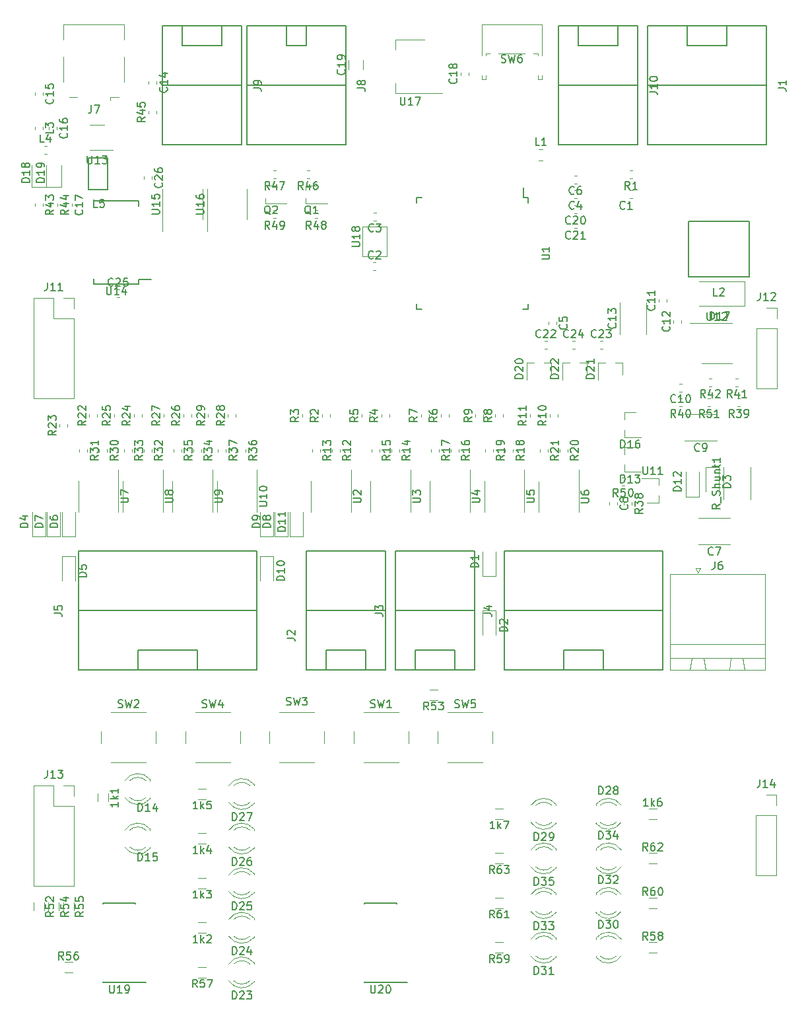
<source format=gbr>
G04 #@! TF.GenerationSoftware,KiCad,Pcbnew,(5.1.5)-3*
G04 #@! TF.CreationDate,2020-07-08T08:09:39+02:00*
G04 #@! TF.ProjectId,SBIO3,5342494f-332e-46b6-9963-61645f706362,rev?*
G04 #@! TF.SameCoordinates,Original*
G04 #@! TF.FileFunction,Legend,Top*
G04 #@! TF.FilePolarity,Positive*
%FSLAX46Y46*%
G04 Gerber Fmt 4.6, Leading zero omitted, Abs format (unit mm)*
G04 Created by KiCad (PCBNEW (5.1.5)-3) date 2020-07-08 08:09:39*
%MOMM*%
%LPD*%
G04 APERTURE LIST*
%ADD10C,0.150000*%
%ADD11C,0.120000*%
G04 APERTURE END LIST*
D10*
X146050000Y-50800000D02*
X146050000Y-48260000D01*
X151130000Y-50800000D02*
X146050000Y-50800000D01*
X151130000Y-48260000D02*
X151130000Y-50800000D01*
X153670000Y-55880000D02*
X143510000Y-55880000D01*
X153670000Y-48260000D02*
X153670000Y-63500000D01*
X143510000Y-48260000D02*
X153670000Y-48260000D01*
X143510000Y-63500000D02*
X143510000Y-48260000D01*
X153670000Y-63500000D02*
X143510000Y-63500000D01*
X102870000Y-63500000D02*
X92710000Y-63500000D01*
X92710000Y-63500000D02*
X92710000Y-48260000D01*
X92710000Y-48260000D02*
X102870000Y-48260000D01*
X102870000Y-48260000D02*
X102870000Y-63500000D01*
X102870000Y-55880000D02*
X92710000Y-55880000D01*
X100330000Y-48260000D02*
X100330000Y-50800000D01*
X100330000Y-50800000D02*
X95250000Y-50800000D01*
X95250000Y-50800000D02*
X95250000Y-48260000D01*
D11*
X88493870Y-144970163D02*
G75*
G02X90575961Y-144970000I1041130J-1079837D01*
G01*
X88493870Y-147129837D02*
G75*
G03X90575961Y-147130000I1041130J1079837D01*
G01*
X87862665Y-144971392D02*
G75*
G02X91095000Y-144814484I1672335J-1078608D01*
G01*
X87862665Y-147128608D02*
G75*
G03X91095000Y-147285516I1672335J1078608D01*
G01*
X91095000Y-144970000D02*
X91095000Y-144814000D01*
X91095000Y-147286000D02*
X91095000Y-147130000D01*
X88493870Y-151320163D02*
G75*
G02X90575961Y-151320000I1041130J-1079837D01*
G01*
X88493870Y-153479837D02*
G75*
G03X90575961Y-153480000I1041130J1079837D01*
G01*
X87862665Y-151321392D02*
G75*
G02X91095000Y-151164484I1672335J-1078608D01*
G01*
X87862665Y-153478608D02*
G75*
G03X91095000Y-153635516I1672335J1078608D01*
G01*
X91095000Y-151320000D02*
X91095000Y-151164000D01*
X91095000Y-153636000D02*
X91095000Y-153480000D01*
X170116500Y-146815500D02*
X171446500Y-146815500D01*
X171446500Y-146815500D02*
X171446500Y-148145500D01*
X171446500Y-149415500D02*
X171446500Y-157095500D01*
X168786500Y-157095500D02*
X171446500Y-157095500D01*
X168786500Y-149415500D02*
X168786500Y-157095500D01*
X168786500Y-149415500D02*
X171446500Y-149415500D01*
X135805000Y-51770000D02*
X139205000Y-51770000D01*
X134165000Y-51770000D02*
X134705000Y-51770000D01*
X141365000Y-54600000D02*
X141365000Y-55110000D01*
X140845000Y-55110000D02*
X141365000Y-55110000D01*
X140845000Y-54600000D02*
X140845000Y-55110000D01*
X140305000Y-51770000D02*
X140845000Y-51770000D01*
X133645000Y-54600000D02*
X133645000Y-55110000D01*
X134165000Y-54600000D02*
X134165000Y-55110000D01*
X140845000Y-51770000D02*
X140845000Y-52000000D01*
X133645000Y-48100000D02*
X133645000Y-52000000D01*
X133645000Y-55110000D02*
X134165000Y-55110000D01*
X141365000Y-48100000D02*
X141365000Y-52000000D01*
X133645000Y-48100000D02*
X141365000Y-48100000D01*
X134165000Y-51770000D02*
X134165000Y-52000000D01*
X162971267Y-96010000D02*
X162628733Y-96010000D01*
X162971267Y-97030000D02*
X162628733Y-97030000D01*
X151936267Y-106170000D02*
X151593733Y-106170000D01*
X151936267Y-107190000D02*
X151593733Y-107190000D01*
X80010000Y-145609000D02*
X81340000Y-145609000D01*
X81340000Y-145609000D02*
X81340000Y-146939000D01*
X78740000Y-145609000D02*
X78740000Y-148209000D01*
X78740000Y-148209000D02*
X81340000Y-148209000D01*
X81340000Y-148209000D02*
X81340000Y-158429000D01*
X76140000Y-158429000D02*
X81340000Y-158429000D01*
X76140000Y-145609000D02*
X76140000Y-158429000D01*
X76140000Y-145609000D02*
X78740000Y-145609000D01*
X170180000Y-84395000D02*
X171510000Y-84395000D01*
X171510000Y-84395000D02*
X171510000Y-85725000D01*
X171510000Y-86995000D02*
X171510000Y-94675000D01*
X168850000Y-94675000D02*
X171510000Y-94675000D01*
X168850000Y-86995000D02*
X168850000Y-94675000D01*
X168850000Y-86995000D02*
X171510000Y-86995000D01*
X80010000Y-83125000D02*
X81340000Y-83125000D01*
X81340000Y-83125000D02*
X81340000Y-84455000D01*
X78740000Y-83125000D02*
X78740000Y-85725000D01*
X78740000Y-85725000D02*
X81340000Y-85725000D01*
X81340000Y-85725000D02*
X81340000Y-95945000D01*
X76140000Y-95945000D02*
X81340000Y-95945000D01*
X76140000Y-83125000D02*
X76140000Y-95945000D01*
X76140000Y-83125000D02*
X78740000Y-83125000D01*
X145826267Y-69340000D02*
X145483733Y-69340000D01*
X145826267Y-70360000D02*
X145483733Y-70360000D01*
X107295000Y-68690000D02*
X105885000Y-68690000D01*
X105885000Y-71010000D02*
X108620000Y-71010000D01*
X105885000Y-71020000D02*
X105885000Y-70350000D01*
X105885000Y-69350000D02*
X105885000Y-68690000D01*
X90295000Y-67533733D02*
X90295000Y-67876267D01*
X91315000Y-67533733D02*
X91315000Y-67876267D01*
X86823733Y-83060000D02*
X87166267Y-83060000D01*
X86823733Y-82040000D02*
X87166267Y-82040000D01*
X98405000Y-71120000D02*
X98405000Y-74570000D01*
X98405000Y-71120000D02*
X98405000Y-69170000D01*
X103525000Y-71120000D02*
X103525000Y-73070000D01*
X103525000Y-71120000D02*
X103525000Y-69170000D01*
X92690000Y-71120000D02*
X92690000Y-74570000D01*
X92690000Y-71120000D02*
X92690000Y-69170000D01*
X97810000Y-71120000D02*
X97810000Y-73070000D01*
X97810000Y-71120000D02*
X97810000Y-69170000D01*
X83400000Y-64155000D02*
X86350000Y-64155000D01*
X85200000Y-60935000D02*
X83400000Y-60935000D01*
X91950000Y-59466267D02*
X91950000Y-59123733D01*
X90930000Y-59466267D02*
X90930000Y-59123733D01*
X78230000Y-71013733D02*
X78230000Y-71356267D01*
X79250000Y-71013733D02*
X79250000Y-71356267D01*
X76325000Y-71013733D02*
X76325000Y-71356267D01*
X77345000Y-71013733D02*
X77345000Y-71356267D01*
X77513733Y-64645000D02*
X77856267Y-64645000D01*
X77513733Y-63625000D02*
X77856267Y-63625000D01*
X76300000Y-61168733D02*
X76300000Y-61511267D01*
X77320000Y-61168733D02*
X77320000Y-61511267D01*
X87805000Y-48055000D02*
X87805000Y-50005000D01*
X87805000Y-52225000D02*
X87805000Y-55455000D01*
X87085000Y-57375000D02*
X86005000Y-57375000D01*
X81785000Y-57375000D02*
X80705000Y-57375000D01*
X79985000Y-52225000D02*
X79985000Y-55455000D01*
X79985000Y-48055000D02*
X79985000Y-50005000D01*
X86005000Y-57375000D02*
X86005000Y-57805000D01*
X79985000Y-48055000D02*
X87805000Y-48055000D01*
X79700000Y-68925000D02*
X79700000Y-66065000D01*
X77780000Y-68925000D02*
X79700000Y-68925000D01*
X77780000Y-66065000D02*
X77780000Y-68925000D01*
X77795000Y-68925000D02*
X77795000Y-66065000D01*
X75875000Y-68925000D02*
X77795000Y-68925000D01*
X75875000Y-66065000D02*
X75875000Y-68925000D01*
X78120000Y-61183733D02*
X78120000Y-61526267D01*
X79140000Y-61183733D02*
X79140000Y-61526267D01*
X76300000Y-56783733D02*
X76300000Y-57126267D01*
X77320000Y-56783733D02*
X77320000Y-57126267D01*
X90930000Y-55313733D02*
X90930000Y-55656267D01*
X91950000Y-55313733D02*
X91950000Y-55656267D01*
X140845000Y-98356267D02*
X140845000Y-98013733D01*
X139825000Y-98356267D02*
X139825000Y-98013733D01*
X152966267Y-69340000D02*
X152623733Y-69340000D01*
X152966267Y-70360000D02*
X152623733Y-70360000D01*
X119723733Y-79570000D02*
X120066267Y-79570000D01*
X119723733Y-78550000D02*
X120066267Y-78550000D01*
X120096267Y-72210000D02*
X119753733Y-72210000D01*
X120096267Y-73230000D02*
X119753733Y-73230000D01*
X142200000Y-86153733D02*
X142200000Y-86496267D01*
X143220000Y-86153733D02*
X143220000Y-86496267D01*
X145826267Y-67435000D02*
X145483733Y-67435000D01*
X145826267Y-68455000D02*
X145483733Y-68455000D01*
X133770000Y-118760000D02*
X133770000Y-115610000D01*
X135470000Y-118760000D02*
X135470000Y-115610000D01*
X133770000Y-118760000D02*
X135470000Y-118760000D01*
X135470000Y-123175000D02*
X135470000Y-126325000D01*
X133770000Y-123175000D02*
X133770000Y-126325000D01*
X135470000Y-123175000D02*
X133770000Y-123175000D01*
X75985000Y-113680000D02*
X75985000Y-110530000D01*
X77685000Y-113680000D02*
X77685000Y-110530000D01*
X75985000Y-113680000D02*
X77685000Y-113680000D01*
X81495000Y-116190000D02*
X81495000Y-119340000D01*
X79795000Y-116190000D02*
X79795000Y-119340000D01*
X81495000Y-116190000D02*
X79795000Y-116190000D01*
X79795000Y-113680000D02*
X79795000Y-110530000D01*
X81495000Y-113680000D02*
X81495000Y-110530000D01*
X79795000Y-113680000D02*
X81495000Y-113680000D01*
X77890000Y-113680000D02*
X77890000Y-110530000D01*
X79590000Y-113680000D02*
X79590000Y-110530000D01*
X77890000Y-113680000D02*
X79590000Y-113680000D01*
X107100000Y-113680000D02*
X107100000Y-110530000D01*
X108800000Y-113680000D02*
X108800000Y-110530000D01*
X107100000Y-113680000D02*
X108800000Y-113680000D01*
X105195000Y-113680000D02*
X105195000Y-110530000D01*
X106895000Y-113680000D02*
X106895000Y-110530000D01*
X105195000Y-113680000D02*
X106895000Y-113680000D01*
X106895000Y-116190000D02*
X106895000Y-119340000D01*
X105195000Y-116190000D02*
X105195000Y-119340000D01*
X106895000Y-116190000D02*
X105195000Y-116190000D01*
X109005000Y-113680000D02*
X109005000Y-110530000D01*
X110705000Y-113680000D02*
X110705000Y-110530000D01*
X109005000Y-113680000D02*
X110705000Y-113680000D01*
X140953748Y-65480000D02*
X141476252Y-65480000D01*
X140953748Y-64060000D02*
X141476252Y-64060000D01*
X152966267Y-66800000D02*
X152623733Y-66800000D01*
X152966267Y-67820000D02*
X152623733Y-67820000D01*
X114175000Y-98356267D02*
X114175000Y-98013733D01*
X113155000Y-98356267D02*
X113155000Y-98013733D01*
X111635000Y-98356267D02*
X111635000Y-98013733D01*
X110615000Y-98356267D02*
X110615000Y-98013733D01*
X121795000Y-98356267D02*
X121795000Y-98013733D01*
X120775000Y-98356267D02*
X120775000Y-98013733D01*
X119255000Y-98356267D02*
X119255000Y-98013733D01*
X118235000Y-98356267D02*
X118235000Y-98013733D01*
X129415000Y-98356267D02*
X129415000Y-98013733D01*
X128395000Y-98356267D02*
X128395000Y-98013733D01*
X126875000Y-98356267D02*
X126875000Y-98013733D01*
X125855000Y-98356267D02*
X125855000Y-98013733D01*
X136400000Y-98356267D02*
X136400000Y-98013733D01*
X135380000Y-98356267D02*
X135380000Y-98013733D01*
X133860000Y-98356267D02*
X133860000Y-98013733D01*
X132840000Y-98356267D02*
X132840000Y-98013733D01*
X143385000Y-98356267D02*
X143385000Y-98013733D01*
X142365000Y-98356267D02*
X142365000Y-98013733D01*
X114425000Y-102458733D02*
X114425000Y-102801267D01*
X115445000Y-102458733D02*
X115445000Y-102801267D01*
X111885000Y-102458733D02*
X111885000Y-102801267D01*
X112905000Y-102458733D02*
X112905000Y-102801267D01*
X122045000Y-102458733D02*
X122045000Y-102801267D01*
X123065000Y-102458733D02*
X123065000Y-102801267D01*
X119505000Y-102458733D02*
X119505000Y-102801267D01*
X120525000Y-102458733D02*
X120525000Y-102801267D01*
X129665000Y-102458733D02*
X129665000Y-102801267D01*
X130685000Y-102458733D02*
X130685000Y-102801267D01*
X127125000Y-102458733D02*
X127125000Y-102801267D01*
X128145000Y-102458733D02*
X128145000Y-102801267D01*
X136650000Y-102458733D02*
X136650000Y-102801267D01*
X137670000Y-102458733D02*
X137670000Y-102801267D01*
X134110000Y-102458733D02*
X134110000Y-102801267D01*
X135130000Y-102458733D02*
X135130000Y-102801267D01*
X143635000Y-102458733D02*
X143635000Y-102801267D01*
X144655000Y-102458733D02*
X144655000Y-102801267D01*
X141095000Y-102458733D02*
X141095000Y-102801267D01*
X142115000Y-102458733D02*
X142115000Y-102801267D01*
X84330000Y-98356267D02*
X84330000Y-98013733D01*
X83310000Y-98356267D02*
X83310000Y-98013733D01*
X80520000Y-99626267D02*
X80520000Y-99283733D01*
X79500000Y-99626267D02*
X79500000Y-99283733D01*
X90045000Y-98356267D02*
X90045000Y-98013733D01*
X89025000Y-98356267D02*
X89025000Y-98013733D01*
X87505000Y-98356267D02*
X87505000Y-98013733D01*
X86485000Y-98356267D02*
X86485000Y-98013733D01*
X96395000Y-98356267D02*
X96395000Y-98013733D01*
X95375000Y-98356267D02*
X95375000Y-98013733D01*
X93855000Y-98356267D02*
X93855000Y-98013733D01*
X92835000Y-98356267D02*
X92835000Y-98013733D01*
X102110000Y-98356267D02*
X102110000Y-98013733D01*
X101090000Y-98356267D02*
X101090000Y-98013733D01*
X99570000Y-98356267D02*
X99570000Y-98013733D01*
X98550000Y-98356267D02*
X98550000Y-98013733D01*
X84580000Y-102458733D02*
X84580000Y-102801267D01*
X85600000Y-102458733D02*
X85600000Y-102801267D01*
X82040000Y-102458733D02*
X82040000Y-102801267D01*
X83060000Y-102458733D02*
X83060000Y-102801267D01*
X90295000Y-102458733D02*
X90295000Y-102801267D01*
X91315000Y-102458733D02*
X91315000Y-102801267D01*
X87755000Y-102458733D02*
X87755000Y-102801267D01*
X88775000Y-102458733D02*
X88775000Y-102801267D01*
X96645000Y-102458733D02*
X96645000Y-102801267D01*
X97665000Y-102458733D02*
X97665000Y-102801267D01*
X94105000Y-102458733D02*
X94105000Y-102801267D01*
X95125000Y-102458733D02*
X95125000Y-102801267D01*
X102360000Y-102458733D02*
X102360000Y-102801267D01*
X103380000Y-102458733D02*
X103380000Y-102801267D01*
X99820000Y-102458733D02*
X99820000Y-102801267D01*
X100840000Y-102458733D02*
X100840000Y-102801267D01*
D10*
X139030000Y-70215000D02*
X139030000Y-68940000D01*
X139605000Y-84565000D02*
X139605000Y-83890000D01*
X125255000Y-84565000D02*
X125255000Y-83890000D01*
X125255000Y-70215000D02*
X125255000Y-70890000D01*
X139605000Y-70215000D02*
X139605000Y-70890000D01*
X125255000Y-70215000D02*
X125930000Y-70215000D01*
X125255000Y-84565000D02*
X125930000Y-84565000D01*
X139605000Y-84565000D02*
X138930000Y-84565000D01*
X139605000Y-70215000D02*
X139030000Y-70215000D01*
D11*
X116860000Y-108550000D02*
X116860000Y-105100000D01*
X116860000Y-108550000D02*
X116860000Y-110500000D01*
X111740000Y-108550000D02*
X111740000Y-106600000D01*
X111740000Y-108550000D02*
X111740000Y-110500000D01*
X124480000Y-108550000D02*
X124480000Y-105100000D01*
X124480000Y-108550000D02*
X124480000Y-110500000D01*
X119360000Y-108550000D02*
X119360000Y-106600000D01*
X119360000Y-108550000D02*
X119360000Y-110500000D01*
X132100000Y-108550000D02*
X132100000Y-105100000D01*
X132100000Y-108550000D02*
X132100000Y-110500000D01*
X126980000Y-108550000D02*
X126980000Y-106600000D01*
X126980000Y-108550000D02*
X126980000Y-110500000D01*
X139085000Y-108550000D02*
X139085000Y-105100000D01*
X139085000Y-108550000D02*
X139085000Y-110500000D01*
X133965000Y-108550000D02*
X133965000Y-106600000D01*
X133965000Y-108550000D02*
X133965000Y-110500000D01*
X146070000Y-108585000D02*
X146070000Y-105135000D01*
X146070000Y-108585000D02*
X146070000Y-110535000D01*
X140950000Y-108585000D02*
X140950000Y-106635000D01*
X140950000Y-108585000D02*
X140950000Y-110535000D01*
X87015000Y-108550000D02*
X87015000Y-105100000D01*
X87015000Y-108550000D02*
X87015000Y-110500000D01*
X81895000Y-108550000D02*
X81895000Y-106600000D01*
X81895000Y-108550000D02*
X81895000Y-110500000D01*
X92730000Y-108550000D02*
X92730000Y-105100000D01*
X92730000Y-108550000D02*
X92730000Y-110500000D01*
X87610000Y-108550000D02*
X87610000Y-106600000D01*
X87610000Y-108550000D02*
X87610000Y-110500000D01*
X99080000Y-108550000D02*
X99080000Y-105100000D01*
X99080000Y-108550000D02*
X99080000Y-110500000D01*
X93960000Y-108550000D02*
X93960000Y-106600000D01*
X93960000Y-108550000D02*
X93960000Y-110500000D01*
X104795000Y-108550000D02*
X104795000Y-105100000D01*
X104795000Y-108550000D02*
X104795000Y-110500000D01*
X99675000Y-108550000D02*
X99675000Y-106600000D01*
X99675000Y-108550000D02*
X99675000Y-110500000D01*
X149985000Y-109288733D02*
X149985000Y-109631267D01*
X151005000Y-109288733D02*
X151005000Y-109631267D01*
X159316267Y-94105000D02*
X158973733Y-94105000D01*
X159316267Y-95125000D02*
X158973733Y-95125000D01*
X157355000Y-83596267D02*
X157355000Y-83253733D01*
X156335000Y-83596267D02*
X156335000Y-83253733D01*
X159260000Y-86291267D02*
X159260000Y-85948733D01*
X158240000Y-86291267D02*
X158240000Y-85948733D01*
X151910000Y-102245000D02*
X153370000Y-102245000D01*
X151910000Y-105405000D02*
X154070000Y-105405000D01*
X151910000Y-105405000D02*
X151910000Y-104475000D01*
X151910000Y-102245000D02*
X151910000Y-103175000D01*
X151910000Y-97795000D02*
X153370000Y-97795000D01*
X151910000Y-100955000D02*
X154070000Y-100955000D01*
X151910000Y-100955000D02*
X151910000Y-100025000D01*
X151910000Y-97795000D02*
X151910000Y-98725000D01*
X161070000Y-117740000D02*
X161670000Y-117740000D01*
X161370000Y-118340000D02*
X161070000Y-117740000D01*
X161670000Y-117740000D02*
X161370000Y-118340000D01*
X165620000Y-129260000D02*
X165370000Y-130760000D01*
X167120000Y-129260000D02*
X165620000Y-129260000D01*
X167370000Y-130760000D02*
X167120000Y-129260000D01*
X165370000Y-130760000D02*
X167370000Y-130760000D01*
X160620000Y-129260000D02*
X160370000Y-130760000D01*
X162120000Y-129260000D02*
X160620000Y-129260000D01*
X162370000Y-130760000D02*
X162120000Y-129260000D01*
X160370000Y-130760000D02*
X162370000Y-130760000D01*
X169980000Y-129260000D02*
X157760000Y-129260000D01*
X169980000Y-127460000D02*
X169980000Y-129260000D01*
X157760000Y-127460000D02*
X169980000Y-127460000D01*
X157760000Y-129260000D02*
X157760000Y-127460000D01*
X169980000Y-118540000D02*
X157760000Y-118540000D01*
X169980000Y-130760000D02*
X169980000Y-118540000D01*
X157760000Y-130760000D02*
X169980000Y-130760000D01*
X157760000Y-118540000D02*
X157760000Y-130760000D01*
X151890000Y-109288733D02*
X151890000Y-109631267D01*
X152910000Y-109288733D02*
X152910000Y-109631267D01*
X166781267Y-96010000D02*
X166438733Y-96010000D01*
X166781267Y-97030000D02*
X166438733Y-97030000D01*
X159316267Y-96010000D02*
X158973733Y-96010000D01*
X159316267Y-97030000D02*
X158973733Y-97030000D01*
X166541267Y-93470000D02*
X166198733Y-93470000D01*
X166541267Y-94490000D02*
X166198733Y-94490000D01*
X163126267Y-93470000D02*
X162783733Y-93470000D01*
X163126267Y-94490000D02*
X162783733Y-94490000D01*
X168080000Y-108919564D02*
X168080000Y-104815436D01*
X164660000Y-108919564D02*
X164660000Y-104815436D01*
X156319000Y-109342000D02*
X154859000Y-109342000D01*
X156319000Y-106182000D02*
X154159000Y-106182000D01*
X156319000Y-106182000D02*
X156319000Y-107112000D01*
X156319000Y-109342000D02*
X156319000Y-108412000D01*
X163795000Y-86340000D02*
X160345000Y-86340000D01*
X163795000Y-86340000D02*
X165745000Y-86340000D01*
X163795000Y-91460000D02*
X161845000Y-91460000D01*
X163795000Y-91460000D02*
X165745000Y-91460000D01*
X80085000Y-71013733D02*
X80085000Y-71356267D01*
X81105000Y-71013733D02*
X81105000Y-71356267D01*
D10*
X89660000Y-80730000D02*
X91260000Y-80730000D01*
X89660000Y-70655000D02*
X83910000Y-70655000D01*
X89660000Y-81305000D02*
X83910000Y-81305000D01*
X89660000Y-70655000D02*
X89660000Y-71305000D01*
X83910000Y-70655000D02*
X83910000Y-71305000D01*
X83910000Y-81305000D02*
X83910000Y-80655000D01*
X89660000Y-81305000D02*
X89660000Y-80730000D01*
D11*
X131955000Y-54541267D02*
X131955000Y-54198733D01*
X130935000Y-54541267D02*
X130935000Y-54198733D01*
X145826267Y-71245000D02*
X145483733Y-71245000D01*
X145826267Y-72265000D02*
X145483733Y-72265000D01*
X145826267Y-73150000D02*
X145483733Y-73150000D01*
X145826267Y-74170000D02*
X145483733Y-74170000D01*
X141673733Y-89664000D02*
X142016267Y-89664000D01*
X141673733Y-88644000D02*
X142016267Y-88644000D01*
X148785733Y-89664000D02*
X149128267Y-89664000D01*
X148785733Y-88644000D02*
X149128267Y-88644000D01*
X145229733Y-89664000D02*
X145572267Y-89664000D01*
X145229733Y-88644000D02*
X145572267Y-88644000D01*
X142550000Y-91442000D02*
X142550000Y-92902000D01*
X139390000Y-91442000D02*
X139390000Y-93602000D01*
X139390000Y-91442000D02*
X140320000Y-91442000D01*
X142550000Y-91442000D02*
X141620000Y-91442000D01*
X151694000Y-91442000D02*
X151694000Y-92902000D01*
X148534000Y-91442000D02*
X148534000Y-93602000D01*
X148534000Y-91442000D02*
X149464000Y-91442000D01*
X151694000Y-91442000D02*
X150764000Y-91442000D01*
X147122000Y-91442000D02*
X147122000Y-92902000D01*
X143962000Y-91442000D02*
X143962000Y-93602000D01*
X143962000Y-91442000D02*
X144892000Y-91442000D01*
X147122000Y-91442000D02*
X146192000Y-91442000D01*
X111536267Y-66800000D02*
X111193733Y-66800000D01*
X111536267Y-67820000D02*
X111193733Y-67820000D01*
X107246267Y-66800000D02*
X106903733Y-66800000D01*
X107246267Y-67820000D02*
X106903733Y-67820000D01*
X112566267Y-71880000D02*
X112223733Y-71880000D01*
X112566267Y-72900000D02*
X112223733Y-72900000D01*
X107246267Y-71880000D02*
X106903733Y-71880000D01*
X107246267Y-72900000D02*
X106903733Y-72900000D01*
X112495000Y-68690000D02*
X111085000Y-68690000D01*
X111085000Y-71010000D02*
X113820000Y-71010000D01*
X111085000Y-71020000D02*
X111085000Y-70350000D01*
X111085000Y-69350000D02*
X111085000Y-68690000D01*
X121478500Y-77752000D02*
X118367000Y-77752000D01*
X121478500Y-74005500D02*
X121478500Y-77752000D01*
X121478500Y-74005500D02*
X121478500Y-74005500D01*
X118367000Y-74005500D02*
X121478500Y-74005500D01*
X118367000Y-74069000D02*
X118367000Y-74005500D01*
X118367000Y-77752000D02*
X118367000Y-74069000D01*
X118385000Y-53812064D02*
X118385000Y-52607936D01*
X116565000Y-53812064D02*
X116565000Y-52607936D01*
X128560000Y-56840000D02*
X122550000Y-56840000D01*
X126310000Y-50020000D02*
X122550000Y-50020000D01*
X122550000Y-56840000D02*
X122550000Y-55580000D01*
X122550000Y-50020000D02*
X122550000Y-51280000D01*
X165532064Y-111270000D02*
X161427936Y-111270000D01*
X165532064Y-114690000D02*
X161427936Y-114690000D01*
X163789564Y-97985000D02*
X159685436Y-97985000D01*
X163789564Y-101405000D02*
X159685436Y-101405000D01*
X154745000Y-87777064D02*
X154745000Y-83672936D01*
X151325000Y-87777064D02*
X151325000Y-83672936D01*
D10*
X83159600Y-69240400D02*
X85674200Y-69240400D01*
X83159600Y-65201800D02*
X83159600Y-69240400D01*
X85674200Y-65201800D02*
X83159600Y-65201800D01*
X85674200Y-69240400D02*
X85674200Y-65201800D01*
D11*
X162345000Y-104760000D02*
X162345000Y-107910000D01*
X164045000Y-104760000D02*
X162345000Y-104760000D01*
X164045000Y-104760000D02*
X164045000Y-107910000D01*
X161505000Y-108560000D02*
X161505000Y-105410000D01*
X159805000Y-108560000D02*
X161505000Y-108560000D01*
X159805000Y-108560000D02*
X159805000Y-105410000D01*
D10*
X149225000Y-128270000D02*
X149225000Y-130810000D01*
X144145000Y-128270000D02*
X149225000Y-128270000D01*
X144145000Y-130810000D02*
X144145000Y-128270000D01*
X136525000Y-123190000D02*
X156845000Y-123190000D01*
X136525000Y-130810000D02*
X136525000Y-115570000D01*
X156845000Y-130810000D02*
X136525000Y-130810000D01*
X156845000Y-115570000D02*
X156845000Y-130810000D01*
X136525000Y-115570000D02*
X156845000Y-115570000D01*
X130175000Y-128270000D02*
X130175000Y-130810000D01*
X125095000Y-128270000D02*
X130175000Y-128270000D01*
X125095000Y-130810000D02*
X125095000Y-128270000D01*
X122555000Y-123190000D02*
X132715000Y-123190000D01*
X122555000Y-130810000D02*
X122555000Y-115570000D01*
X132715000Y-130810000D02*
X122555000Y-130810000D01*
X132715000Y-115570000D02*
X132715000Y-130810000D01*
X122555000Y-115570000D02*
X132715000Y-115570000D01*
X118745000Y-128270000D02*
X118745000Y-130810000D01*
X113665000Y-128270000D02*
X118745000Y-128270000D01*
X113665000Y-130810000D02*
X113665000Y-128270000D01*
X111125000Y-123190000D02*
X121285000Y-123190000D01*
X111125000Y-130810000D02*
X111125000Y-115570000D01*
X121285000Y-130810000D02*
X111125000Y-130810000D01*
X121285000Y-115570000D02*
X121285000Y-130810000D01*
X111125000Y-115570000D02*
X121285000Y-115570000D01*
X97155000Y-128270000D02*
X97155000Y-130810000D01*
X94615000Y-128270000D02*
X97155000Y-128270000D01*
X89535000Y-128270000D02*
X94615000Y-128270000D01*
X89535000Y-130810000D02*
X89535000Y-128270000D01*
X104775000Y-123190000D02*
X81915000Y-123190000D01*
X81915000Y-130810000D02*
X81915000Y-115570000D01*
X104775000Y-130810000D02*
X81915000Y-130810000D01*
X104775000Y-115570000D02*
X104775000Y-130810000D01*
X81915000Y-115570000D02*
X104775000Y-115570000D01*
D11*
X161532500Y-84135000D02*
X167392500Y-84135000D01*
X167392500Y-84135000D02*
X167392500Y-80965000D01*
X167392500Y-80965000D02*
X161532500Y-80965000D01*
D10*
X167924480Y-73312020D02*
X160144460Y-73312020D01*
X160139380Y-73334880D02*
X160141920Y-80383380D01*
X167929560Y-73342500D02*
X167932100Y-80391000D01*
X167932100Y-80391000D02*
X160152080Y-80391000D01*
X170180000Y-63500000D02*
X154940000Y-63500000D01*
X154940000Y-63500000D02*
X154940000Y-48260000D01*
X154940000Y-48260000D02*
X170180000Y-48260000D01*
X170180000Y-48260000D02*
X170180000Y-63500000D01*
X170180000Y-55880000D02*
X154940000Y-55880000D01*
X165100000Y-48260000D02*
X165100000Y-50800000D01*
X165100000Y-50800000D02*
X160020000Y-50800000D01*
X160020000Y-50800000D02*
X160020000Y-48260000D01*
X116205000Y-63500000D02*
X103505000Y-63500000D01*
X103505000Y-63500000D02*
X103505000Y-48260000D01*
X103505000Y-48260000D02*
X116205000Y-48260000D01*
X116205000Y-48260000D02*
X116205000Y-63500000D01*
X116205000Y-55880000D02*
X103505000Y-55880000D01*
X111125000Y-48260000D02*
X111125000Y-50800000D01*
X111125000Y-50800000D02*
X108585000Y-50800000D01*
X108585000Y-50800000D02*
X108585000Y-48260000D01*
D11*
X84410000Y-147650000D02*
X84410000Y-146650000D01*
X85770000Y-146650000D02*
X85770000Y-147650000D01*
X98290000Y-164510000D02*
X97290000Y-164510000D01*
X97290000Y-163150000D02*
X98290000Y-163150000D01*
X97290000Y-157435000D02*
X98290000Y-157435000D01*
X98290000Y-158795000D02*
X97290000Y-158795000D01*
X98290000Y-153080000D02*
X97290000Y-153080000D01*
X97290000Y-151720000D02*
X98290000Y-151720000D01*
X97290000Y-146005000D02*
X98290000Y-146005000D01*
X98290000Y-147365000D02*
X97290000Y-147365000D01*
X155075000Y-148545000D02*
X156075000Y-148545000D01*
X156075000Y-149905000D02*
X155075000Y-149905000D01*
X135390000Y-148545000D02*
X136390000Y-148545000D01*
X136390000Y-149905000D02*
X135390000Y-149905000D01*
X101197665Y-170623608D02*
G75*
G03X104430000Y-170780516I1672335J1078608D01*
G01*
X101197665Y-168466392D02*
G75*
G02X104430000Y-168309484I1672335J-1078608D01*
G01*
X101828870Y-170624837D02*
G75*
G03X103910961Y-170625000I1041130J1079837D01*
G01*
X101828870Y-168465163D02*
G75*
G02X103910961Y-168465000I1041130J-1079837D01*
G01*
X104430000Y-170781000D02*
X104430000Y-170625000D01*
X104430000Y-168465000D02*
X104430000Y-168309000D01*
X104430000Y-162750000D02*
X104430000Y-162594000D01*
X104430000Y-165066000D02*
X104430000Y-164910000D01*
X101828870Y-162750163D02*
G75*
G02X103910961Y-162750000I1041130J-1079837D01*
G01*
X101828870Y-164909837D02*
G75*
G03X103910961Y-164910000I1041130J1079837D01*
G01*
X101197665Y-162751392D02*
G75*
G02X104430000Y-162594484I1672335J-1078608D01*
G01*
X101197665Y-164908608D02*
G75*
G03X104430000Y-165065516I1672335J1078608D01*
G01*
X104430000Y-157035000D02*
X104430000Y-156879000D01*
X104430000Y-159351000D02*
X104430000Y-159195000D01*
X101828870Y-157035163D02*
G75*
G02X103910961Y-157035000I1041130J-1079837D01*
G01*
X101828870Y-159194837D02*
G75*
G03X103910961Y-159195000I1041130J1079837D01*
G01*
X101197665Y-157036392D02*
G75*
G02X104430000Y-156879484I1672335J-1078608D01*
G01*
X101197665Y-159193608D02*
G75*
G03X104430000Y-159350516I1672335J1078608D01*
G01*
X104430000Y-151320000D02*
X104430000Y-151164000D01*
X104430000Y-153636000D02*
X104430000Y-153480000D01*
X101828870Y-151320163D02*
G75*
G02X103910961Y-151320000I1041130J-1079837D01*
G01*
X101828870Y-153479837D02*
G75*
G03X103910961Y-153480000I1041130J1079837D01*
G01*
X101197665Y-151321392D02*
G75*
G02X104430000Y-151164484I1672335J-1078608D01*
G01*
X101197665Y-153478608D02*
G75*
G03X104430000Y-153635516I1672335J1078608D01*
G01*
X104430000Y-145605000D02*
X104430000Y-145449000D01*
X104430000Y-147921000D02*
X104430000Y-147765000D01*
X101828870Y-145605163D02*
G75*
G02X103910961Y-145605000I1041130J-1079837D01*
G01*
X101828870Y-147764837D02*
G75*
G03X103910961Y-147765000I1041130J1079837D01*
G01*
X101197665Y-145606392D02*
G75*
G02X104430000Y-145449484I1672335J-1078608D01*
G01*
X101197665Y-147763608D02*
G75*
G03X104430000Y-147920516I1672335J1078608D01*
G01*
X148300000Y-150305000D02*
X148300000Y-150461000D01*
X148300000Y-147989000D02*
X148300000Y-148145000D01*
X150901130Y-150304837D02*
G75*
G02X148819039Y-150305000I-1041130J1079837D01*
G01*
X150901130Y-148145163D02*
G75*
G03X148819039Y-148145000I-1041130J-1079837D01*
G01*
X151532335Y-150303608D02*
G75*
G02X148300000Y-150460516I-1672335J1078608D01*
G01*
X151532335Y-148146392D02*
G75*
G03X148300000Y-147989484I-1672335J-1078608D01*
G01*
X143165000Y-148145000D02*
X143165000Y-147989000D01*
X143165000Y-150461000D02*
X143165000Y-150305000D01*
X140563870Y-148145163D02*
G75*
G02X142645961Y-148145000I1041130J-1079837D01*
G01*
X140563870Y-150304837D02*
G75*
G03X142645961Y-150305000I1041130J1079837D01*
G01*
X139932665Y-148146392D02*
G75*
G02X143165000Y-147989484I1672335J-1078608D01*
G01*
X139932665Y-150303608D02*
G75*
G03X143165000Y-150460516I1672335J1078608D01*
G01*
X151532335Y-165291392D02*
G75*
G03X148300000Y-165134484I-1672335J-1078608D01*
G01*
X151532335Y-167448608D02*
G75*
G02X148300000Y-167605516I-1672335J1078608D01*
G01*
X150901130Y-165290163D02*
G75*
G03X148819039Y-165290000I-1041130J-1079837D01*
G01*
X150901130Y-167449837D02*
G75*
G02X148819039Y-167450000I-1041130J1079837D01*
G01*
X148300000Y-165134000D02*
X148300000Y-165290000D01*
X148300000Y-167450000D02*
X148300000Y-167606000D01*
X139932665Y-167448608D02*
G75*
G03X143165000Y-167605516I1672335J1078608D01*
G01*
X139932665Y-165291392D02*
G75*
G02X143165000Y-165134484I1672335J-1078608D01*
G01*
X140563870Y-167449837D02*
G75*
G03X142645961Y-167450000I1041130J1079837D01*
G01*
X140563870Y-165290163D02*
G75*
G02X142645961Y-165290000I1041130J-1079837D01*
G01*
X143165000Y-167606000D02*
X143165000Y-167450000D01*
X143165000Y-165290000D02*
X143165000Y-165134000D01*
X151532335Y-159576392D02*
G75*
G03X148300000Y-159419484I-1672335J-1078608D01*
G01*
X151532335Y-161733608D02*
G75*
G02X148300000Y-161890516I-1672335J1078608D01*
G01*
X150901130Y-159575163D02*
G75*
G03X148819039Y-159575000I-1041130J-1079837D01*
G01*
X150901130Y-161734837D02*
G75*
G02X148819039Y-161735000I-1041130J1079837D01*
G01*
X148300000Y-159419000D02*
X148300000Y-159575000D01*
X148300000Y-161735000D02*
X148300000Y-161891000D01*
X139932665Y-161733608D02*
G75*
G03X143165000Y-161890516I1672335J1078608D01*
G01*
X139932665Y-159576392D02*
G75*
G02X143165000Y-159419484I1672335J-1078608D01*
G01*
X140563870Y-161734837D02*
G75*
G03X142645961Y-161735000I1041130J1079837D01*
G01*
X140563870Y-159575163D02*
G75*
G02X142645961Y-159575000I1041130J-1079837D01*
G01*
X143165000Y-161891000D02*
X143165000Y-161735000D01*
X143165000Y-159575000D02*
X143165000Y-159419000D01*
X151532335Y-153861392D02*
G75*
G03X148300000Y-153704484I-1672335J-1078608D01*
G01*
X151532335Y-156018608D02*
G75*
G02X148300000Y-156175516I-1672335J1078608D01*
G01*
X150901130Y-153860163D02*
G75*
G03X148819039Y-153860000I-1041130J-1079837D01*
G01*
X150901130Y-156019837D02*
G75*
G02X148819039Y-156020000I-1041130J1079837D01*
G01*
X148300000Y-153704000D02*
X148300000Y-153860000D01*
X148300000Y-156020000D02*
X148300000Y-156176000D01*
X143165000Y-153860000D02*
X143165000Y-153704000D01*
X143165000Y-156176000D02*
X143165000Y-156020000D01*
X140563870Y-153860163D02*
G75*
G02X142645961Y-153860000I1041130J-1079837D01*
G01*
X140563870Y-156019837D02*
G75*
G03X142645961Y-156020000I1041130J1079837D01*
G01*
X139932665Y-153861392D02*
G75*
G02X143165000Y-153704484I1672335J-1078608D01*
G01*
X139932665Y-156018608D02*
G75*
G03X143165000Y-156175516I1672335J1078608D01*
G01*
X76155000Y-161620000D02*
X76155000Y-160620000D01*
X77515000Y-160620000D02*
X77515000Y-161620000D01*
X126965000Y-133305000D02*
X127965000Y-133305000D01*
X127965000Y-134665000D02*
X126965000Y-134665000D01*
X79420000Y-160620000D02*
X79420000Y-161620000D01*
X78060000Y-161620000D02*
X78060000Y-160620000D01*
X81325000Y-160620000D02*
X81325000Y-161620000D01*
X79965000Y-161620000D02*
X79965000Y-160620000D01*
X80145000Y-168230000D02*
X81145000Y-168230000D01*
X81145000Y-169590000D02*
X80145000Y-169590000D01*
X98290000Y-170225000D02*
X97290000Y-170225000D01*
X97290000Y-168865000D02*
X98290000Y-168865000D01*
X155075000Y-165690000D02*
X156075000Y-165690000D01*
X156075000Y-167050000D02*
X155075000Y-167050000D01*
X135390000Y-165690000D02*
X136390000Y-165690000D01*
X136390000Y-167050000D02*
X135390000Y-167050000D01*
X155075000Y-159975000D02*
X156075000Y-159975000D01*
X156075000Y-161335000D02*
X155075000Y-161335000D01*
X136390000Y-161335000D02*
X135390000Y-161335000D01*
X135390000Y-159975000D02*
X136390000Y-159975000D01*
X156075000Y-155620000D02*
X155075000Y-155620000D01*
X155075000Y-154260000D02*
X156075000Y-154260000D01*
X135390000Y-154260000D02*
X136390000Y-154260000D01*
X136390000Y-155620000D02*
X135390000Y-155620000D01*
X124225000Y-140160000D02*
X124225000Y-138660000D01*
X122975000Y-136160000D02*
X118475000Y-136160000D01*
X117225000Y-138660000D02*
X117225000Y-140160000D01*
X118475000Y-142660000D02*
X122975000Y-142660000D01*
X86090000Y-142660000D02*
X90590000Y-142660000D01*
X84840000Y-138660000D02*
X84840000Y-140160000D01*
X90590000Y-136160000D02*
X86090000Y-136160000D01*
X91840000Y-140160000D02*
X91840000Y-138660000D01*
X113430000Y-140160000D02*
X113430000Y-138660000D01*
X112180000Y-136160000D02*
X107680000Y-136160000D01*
X106430000Y-138660000D02*
X106430000Y-140160000D01*
X107680000Y-142660000D02*
X112180000Y-142660000D01*
X96885000Y-142660000D02*
X101385000Y-142660000D01*
X95635000Y-138660000D02*
X95635000Y-140160000D01*
X101385000Y-136160000D02*
X96885000Y-136160000D01*
X102635000Y-140160000D02*
X102635000Y-138660000D01*
X135020000Y-140160000D02*
X135020000Y-138660000D01*
X133770000Y-136160000D02*
X129270000Y-136160000D01*
X128020000Y-138660000D02*
X128020000Y-140160000D01*
X129270000Y-142660000D02*
X133770000Y-142660000D01*
D10*
X89230000Y-170810000D02*
X89230000Y-170785000D01*
X85080000Y-170810000D02*
X85080000Y-170705000D01*
X85080000Y-160660000D02*
X85080000Y-160765000D01*
X89230000Y-160660000D02*
X89230000Y-160765000D01*
X89230000Y-170810000D02*
X85080000Y-170810000D01*
X89230000Y-160660000D02*
X85080000Y-160660000D01*
X89230000Y-170785000D02*
X90605000Y-170785000D01*
X122725000Y-170785000D02*
X124100000Y-170785000D01*
X122725000Y-160660000D02*
X118575000Y-160660000D01*
X122725000Y-170810000D02*
X118575000Y-170810000D01*
X122725000Y-160660000D02*
X122725000Y-160765000D01*
X118575000Y-160660000D02*
X118575000Y-160765000D01*
X118575000Y-170810000D02*
X118575000Y-170705000D01*
X122725000Y-170810000D02*
X122725000Y-170785000D01*
X155162380Y-56689523D02*
X155876666Y-56689523D01*
X156019523Y-56737142D01*
X156114761Y-56832380D01*
X156162380Y-56975238D01*
X156162380Y-57070476D01*
X156162380Y-55689523D02*
X156162380Y-56260952D01*
X156162380Y-55975238D02*
X155162380Y-55975238D01*
X155305238Y-56070476D01*
X155400476Y-56165714D01*
X155448095Y-56260952D01*
X155162380Y-55070476D02*
X155162380Y-54975238D01*
X155210000Y-54880000D01*
X155257619Y-54832380D01*
X155352857Y-54784761D01*
X155543333Y-54737142D01*
X155781428Y-54737142D01*
X155971904Y-54784761D01*
X156067142Y-54832380D01*
X156114761Y-54880000D01*
X156162380Y-54975238D01*
X156162380Y-55070476D01*
X156114761Y-55165714D01*
X156067142Y-55213333D01*
X155971904Y-55260952D01*
X155781428Y-55308571D01*
X155543333Y-55308571D01*
X155352857Y-55260952D01*
X155257619Y-55213333D01*
X155210000Y-55165714D01*
X155162380Y-55070476D01*
X104362380Y-56213333D02*
X105076666Y-56213333D01*
X105219523Y-56260952D01*
X105314761Y-56356190D01*
X105362380Y-56499047D01*
X105362380Y-56594285D01*
X105362380Y-55689523D02*
X105362380Y-55499047D01*
X105314761Y-55403809D01*
X105267142Y-55356190D01*
X105124285Y-55260952D01*
X104933809Y-55213333D01*
X104552857Y-55213333D01*
X104457619Y-55260952D01*
X104410000Y-55308571D01*
X104362380Y-55403809D01*
X104362380Y-55594285D01*
X104410000Y-55689523D01*
X104457619Y-55737142D01*
X104552857Y-55784761D01*
X104790952Y-55784761D01*
X104886190Y-55737142D01*
X104933809Y-55689523D01*
X104981428Y-55594285D01*
X104981428Y-55403809D01*
X104933809Y-55308571D01*
X104886190Y-55260952D01*
X104790952Y-55213333D01*
X89565314Y-148889980D02*
X89565314Y-147889980D01*
X89803409Y-147889980D01*
X89946266Y-147937600D01*
X90041504Y-148032838D01*
X90089123Y-148128076D01*
X90136742Y-148318552D01*
X90136742Y-148461409D01*
X90089123Y-148651885D01*
X90041504Y-148747123D01*
X89946266Y-148842361D01*
X89803409Y-148889980D01*
X89565314Y-148889980D01*
X91089123Y-148889980D02*
X90517695Y-148889980D01*
X90803409Y-148889980D02*
X90803409Y-147889980D01*
X90708171Y-148032838D01*
X90612933Y-148128076D01*
X90517695Y-148175695D01*
X91946266Y-148223314D02*
X91946266Y-148889980D01*
X91708171Y-147842361D02*
X91470076Y-148556647D01*
X92089123Y-148556647D01*
X89565314Y-155239980D02*
X89565314Y-154239980D01*
X89803409Y-154239980D01*
X89946266Y-154287600D01*
X90041504Y-154382838D01*
X90089123Y-154478076D01*
X90136742Y-154668552D01*
X90136742Y-154811409D01*
X90089123Y-155001885D01*
X90041504Y-155097123D01*
X89946266Y-155192361D01*
X89803409Y-155239980D01*
X89565314Y-155239980D01*
X91089123Y-155239980D02*
X90517695Y-155239980D01*
X90803409Y-155239980D02*
X90803409Y-154239980D01*
X90708171Y-154382838D01*
X90612933Y-154478076D01*
X90517695Y-154525695D01*
X91993885Y-154239980D02*
X91517695Y-154239980D01*
X91470076Y-154716171D01*
X91517695Y-154668552D01*
X91612933Y-154620933D01*
X91851028Y-154620933D01*
X91946266Y-154668552D01*
X91993885Y-154716171D01*
X92041504Y-154811409D01*
X92041504Y-155049504D01*
X91993885Y-155144742D01*
X91946266Y-155192361D01*
X91851028Y-155239980D01*
X91612933Y-155239980D01*
X91517695Y-155192361D01*
X91470076Y-155144742D01*
X169306976Y-144827880D02*
X169306976Y-145542166D01*
X169259357Y-145685023D01*
X169164119Y-145780261D01*
X169021261Y-145827880D01*
X168926023Y-145827880D01*
X170306976Y-145827880D02*
X169735547Y-145827880D01*
X170021261Y-145827880D02*
X170021261Y-144827880D01*
X169926023Y-144970738D01*
X169830785Y-145065976D01*
X169735547Y-145113595D01*
X171164119Y-145161214D02*
X171164119Y-145827880D01*
X170926023Y-144780261D02*
X170687928Y-145494547D01*
X171306976Y-145494547D01*
X136171666Y-52884761D02*
X136314523Y-52932380D01*
X136552619Y-52932380D01*
X136647857Y-52884761D01*
X136695476Y-52837142D01*
X136743095Y-52741904D01*
X136743095Y-52646666D01*
X136695476Y-52551428D01*
X136647857Y-52503809D01*
X136552619Y-52456190D01*
X136362142Y-52408571D01*
X136266904Y-52360952D01*
X136219285Y-52313333D01*
X136171666Y-52218095D01*
X136171666Y-52122857D01*
X136219285Y-52027619D01*
X136266904Y-51980000D01*
X136362142Y-51932380D01*
X136600238Y-51932380D01*
X136743095Y-51980000D01*
X137076428Y-51932380D02*
X137314523Y-52932380D01*
X137505000Y-52218095D01*
X137695476Y-52932380D01*
X137933571Y-51932380D01*
X138743095Y-51932380D02*
X138552619Y-51932380D01*
X138457380Y-51980000D01*
X138409761Y-52027619D01*
X138314523Y-52170476D01*
X138266904Y-52360952D01*
X138266904Y-52741904D01*
X138314523Y-52837142D01*
X138362142Y-52884761D01*
X138457380Y-52932380D01*
X138647857Y-52932380D01*
X138743095Y-52884761D01*
X138790714Y-52837142D01*
X138838333Y-52741904D01*
X138838333Y-52503809D01*
X138790714Y-52408571D01*
X138743095Y-52360952D01*
X138647857Y-52313333D01*
X138457380Y-52313333D01*
X138362142Y-52360952D01*
X138314523Y-52408571D01*
X138266904Y-52503809D01*
X162157142Y-98402380D02*
X161823809Y-97926190D01*
X161585714Y-98402380D02*
X161585714Y-97402380D01*
X161966666Y-97402380D01*
X162061904Y-97450000D01*
X162109523Y-97497619D01*
X162157142Y-97592857D01*
X162157142Y-97735714D01*
X162109523Y-97830952D01*
X162061904Y-97878571D01*
X161966666Y-97926190D01*
X161585714Y-97926190D01*
X163061904Y-97402380D02*
X162585714Y-97402380D01*
X162538095Y-97878571D01*
X162585714Y-97830952D01*
X162680952Y-97783333D01*
X162919047Y-97783333D01*
X163014285Y-97830952D01*
X163061904Y-97878571D01*
X163109523Y-97973809D01*
X163109523Y-98211904D01*
X163061904Y-98307142D01*
X163014285Y-98354761D01*
X162919047Y-98402380D01*
X162680952Y-98402380D01*
X162585714Y-98354761D01*
X162538095Y-98307142D01*
X164061904Y-98402380D02*
X163490476Y-98402380D01*
X163776190Y-98402380D02*
X163776190Y-97402380D01*
X163680952Y-97545238D01*
X163585714Y-97640476D01*
X163490476Y-97688095D01*
X151122142Y-108562380D02*
X150788809Y-108086190D01*
X150550714Y-108562380D02*
X150550714Y-107562380D01*
X150931666Y-107562380D01*
X151026904Y-107610000D01*
X151074523Y-107657619D01*
X151122142Y-107752857D01*
X151122142Y-107895714D01*
X151074523Y-107990952D01*
X151026904Y-108038571D01*
X150931666Y-108086190D01*
X150550714Y-108086190D01*
X152026904Y-107562380D02*
X151550714Y-107562380D01*
X151503095Y-108038571D01*
X151550714Y-107990952D01*
X151645952Y-107943333D01*
X151884047Y-107943333D01*
X151979285Y-107990952D01*
X152026904Y-108038571D01*
X152074523Y-108133809D01*
X152074523Y-108371904D01*
X152026904Y-108467142D01*
X151979285Y-108514761D01*
X151884047Y-108562380D01*
X151645952Y-108562380D01*
X151550714Y-108514761D01*
X151503095Y-108467142D01*
X152693571Y-107562380D02*
X152788809Y-107562380D01*
X152884047Y-107610000D01*
X152931666Y-107657619D01*
X152979285Y-107752857D01*
X153026904Y-107943333D01*
X153026904Y-108181428D01*
X152979285Y-108371904D01*
X152931666Y-108467142D01*
X152884047Y-108514761D01*
X152788809Y-108562380D01*
X152693571Y-108562380D01*
X152598333Y-108514761D01*
X152550714Y-108467142D01*
X152503095Y-108371904D01*
X152455476Y-108181428D01*
X152455476Y-107943333D01*
X152503095Y-107752857D01*
X152550714Y-107657619D01*
X152598333Y-107610000D01*
X152693571Y-107562380D01*
X77930476Y-143621380D02*
X77930476Y-144335666D01*
X77882857Y-144478523D01*
X77787619Y-144573761D01*
X77644761Y-144621380D01*
X77549523Y-144621380D01*
X78930476Y-144621380D02*
X78359047Y-144621380D01*
X78644761Y-144621380D02*
X78644761Y-143621380D01*
X78549523Y-143764238D01*
X78454285Y-143859476D01*
X78359047Y-143907095D01*
X79263809Y-143621380D02*
X79882857Y-143621380D01*
X79549523Y-144002333D01*
X79692380Y-144002333D01*
X79787619Y-144049952D01*
X79835238Y-144097571D01*
X79882857Y-144192809D01*
X79882857Y-144430904D01*
X79835238Y-144526142D01*
X79787619Y-144573761D01*
X79692380Y-144621380D01*
X79406666Y-144621380D01*
X79311428Y-144573761D01*
X79263809Y-144526142D01*
X169370476Y-82407380D02*
X169370476Y-83121666D01*
X169322857Y-83264523D01*
X169227619Y-83359761D01*
X169084761Y-83407380D01*
X168989523Y-83407380D01*
X170370476Y-83407380D02*
X169799047Y-83407380D01*
X170084761Y-83407380D02*
X170084761Y-82407380D01*
X169989523Y-82550238D01*
X169894285Y-82645476D01*
X169799047Y-82693095D01*
X170751428Y-82502619D02*
X170799047Y-82455000D01*
X170894285Y-82407380D01*
X171132380Y-82407380D01*
X171227619Y-82455000D01*
X171275238Y-82502619D01*
X171322857Y-82597857D01*
X171322857Y-82693095D01*
X171275238Y-82835952D01*
X170703809Y-83407380D01*
X171322857Y-83407380D01*
X77930476Y-81137380D02*
X77930476Y-81851666D01*
X77882857Y-81994523D01*
X77787619Y-82089761D01*
X77644761Y-82137380D01*
X77549523Y-82137380D01*
X78930476Y-82137380D02*
X78359047Y-82137380D01*
X78644761Y-82137380D02*
X78644761Y-81137380D01*
X78549523Y-81280238D01*
X78454285Y-81375476D01*
X78359047Y-81423095D01*
X79882857Y-82137380D02*
X79311428Y-82137380D01*
X79597142Y-82137380D02*
X79597142Y-81137380D01*
X79501904Y-81280238D01*
X79406666Y-81375476D01*
X79311428Y-81423095D01*
X145488333Y-71637142D02*
X145440714Y-71684761D01*
X145297857Y-71732380D01*
X145202619Y-71732380D01*
X145059761Y-71684761D01*
X144964523Y-71589523D01*
X144916904Y-71494285D01*
X144869285Y-71303809D01*
X144869285Y-71160952D01*
X144916904Y-70970476D01*
X144964523Y-70875238D01*
X145059761Y-70780000D01*
X145202619Y-70732380D01*
X145297857Y-70732380D01*
X145440714Y-70780000D01*
X145488333Y-70827619D01*
X146345476Y-71065714D02*
X146345476Y-71732380D01*
X146107380Y-70684761D02*
X145869285Y-71399047D01*
X146488333Y-71399047D01*
X106524761Y-72397619D02*
X106429523Y-72350000D01*
X106334285Y-72254761D01*
X106191428Y-72111904D01*
X106096190Y-72064285D01*
X106000952Y-72064285D01*
X106048571Y-72302380D02*
X105953333Y-72254761D01*
X105858095Y-72159523D01*
X105810476Y-71969047D01*
X105810476Y-71635714D01*
X105858095Y-71445238D01*
X105953333Y-71350000D01*
X106048571Y-71302380D01*
X106239047Y-71302380D01*
X106334285Y-71350000D01*
X106429523Y-71445238D01*
X106477142Y-71635714D01*
X106477142Y-71969047D01*
X106429523Y-72159523D01*
X106334285Y-72254761D01*
X106239047Y-72302380D01*
X106048571Y-72302380D01*
X106858095Y-71397619D02*
X106905714Y-71350000D01*
X107000952Y-71302380D01*
X107239047Y-71302380D01*
X107334285Y-71350000D01*
X107381904Y-71397619D01*
X107429523Y-71492857D01*
X107429523Y-71588095D01*
X107381904Y-71730952D01*
X106810476Y-72302380D01*
X107429523Y-72302380D01*
X92592142Y-68347857D02*
X92639761Y-68395476D01*
X92687380Y-68538333D01*
X92687380Y-68633571D01*
X92639761Y-68776428D01*
X92544523Y-68871666D01*
X92449285Y-68919285D01*
X92258809Y-68966904D01*
X92115952Y-68966904D01*
X91925476Y-68919285D01*
X91830238Y-68871666D01*
X91735000Y-68776428D01*
X91687380Y-68633571D01*
X91687380Y-68538333D01*
X91735000Y-68395476D01*
X91782619Y-68347857D01*
X91782619Y-67966904D02*
X91735000Y-67919285D01*
X91687380Y-67824047D01*
X91687380Y-67585952D01*
X91735000Y-67490714D01*
X91782619Y-67443095D01*
X91877857Y-67395476D01*
X91973095Y-67395476D01*
X92115952Y-67443095D01*
X92687380Y-68014523D01*
X92687380Y-67395476D01*
X91687380Y-66538333D02*
X91687380Y-66728809D01*
X91735000Y-66824047D01*
X91782619Y-66871666D01*
X91925476Y-66966904D01*
X92115952Y-67014523D01*
X92496904Y-67014523D01*
X92592142Y-66966904D01*
X92639761Y-66919285D01*
X92687380Y-66824047D01*
X92687380Y-66633571D01*
X92639761Y-66538333D01*
X92592142Y-66490714D01*
X92496904Y-66443095D01*
X92258809Y-66443095D01*
X92163571Y-66490714D01*
X92115952Y-66538333D01*
X92068333Y-66633571D01*
X92068333Y-66824047D01*
X92115952Y-66919285D01*
X92163571Y-66966904D01*
X92258809Y-67014523D01*
X86352142Y-81477142D02*
X86304523Y-81524761D01*
X86161666Y-81572380D01*
X86066428Y-81572380D01*
X85923571Y-81524761D01*
X85828333Y-81429523D01*
X85780714Y-81334285D01*
X85733095Y-81143809D01*
X85733095Y-81000952D01*
X85780714Y-80810476D01*
X85828333Y-80715238D01*
X85923571Y-80620000D01*
X86066428Y-80572380D01*
X86161666Y-80572380D01*
X86304523Y-80620000D01*
X86352142Y-80667619D01*
X86733095Y-80667619D02*
X86780714Y-80620000D01*
X86875952Y-80572380D01*
X87114047Y-80572380D01*
X87209285Y-80620000D01*
X87256904Y-80667619D01*
X87304523Y-80762857D01*
X87304523Y-80858095D01*
X87256904Y-81000952D01*
X86685476Y-81572380D01*
X87304523Y-81572380D01*
X88209285Y-80572380D02*
X87733095Y-80572380D01*
X87685476Y-81048571D01*
X87733095Y-81000952D01*
X87828333Y-80953333D01*
X88066428Y-80953333D01*
X88161666Y-81000952D01*
X88209285Y-81048571D01*
X88256904Y-81143809D01*
X88256904Y-81381904D01*
X88209285Y-81477142D01*
X88161666Y-81524761D01*
X88066428Y-81572380D01*
X87828333Y-81572380D01*
X87733095Y-81524761D01*
X87685476Y-81477142D01*
X97017380Y-72358095D02*
X97826904Y-72358095D01*
X97922142Y-72310476D01*
X97969761Y-72262857D01*
X98017380Y-72167619D01*
X98017380Y-71977142D01*
X97969761Y-71881904D01*
X97922142Y-71834285D01*
X97826904Y-71786666D01*
X97017380Y-71786666D01*
X98017380Y-70786666D02*
X98017380Y-71358095D01*
X98017380Y-71072380D02*
X97017380Y-71072380D01*
X97160238Y-71167619D01*
X97255476Y-71262857D01*
X97303095Y-71358095D01*
X97017380Y-69929523D02*
X97017380Y-70120000D01*
X97065000Y-70215238D01*
X97112619Y-70262857D01*
X97255476Y-70358095D01*
X97445952Y-70405714D01*
X97826904Y-70405714D01*
X97922142Y-70358095D01*
X97969761Y-70310476D01*
X98017380Y-70215238D01*
X98017380Y-70024761D01*
X97969761Y-69929523D01*
X97922142Y-69881904D01*
X97826904Y-69834285D01*
X97588809Y-69834285D01*
X97493571Y-69881904D01*
X97445952Y-69929523D01*
X97398333Y-70024761D01*
X97398333Y-70215238D01*
X97445952Y-70310476D01*
X97493571Y-70358095D01*
X97588809Y-70405714D01*
X91302380Y-72358095D02*
X92111904Y-72358095D01*
X92207142Y-72310476D01*
X92254761Y-72262857D01*
X92302380Y-72167619D01*
X92302380Y-71977142D01*
X92254761Y-71881904D01*
X92207142Y-71834285D01*
X92111904Y-71786666D01*
X91302380Y-71786666D01*
X92302380Y-70786666D02*
X92302380Y-71358095D01*
X92302380Y-71072380D02*
X91302380Y-71072380D01*
X91445238Y-71167619D01*
X91540476Y-71262857D01*
X91588095Y-71358095D01*
X91302380Y-69881904D02*
X91302380Y-70358095D01*
X91778571Y-70405714D01*
X91730952Y-70358095D01*
X91683333Y-70262857D01*
X91683333Y-70024761D01*
X91730952Y-69929523D01*
X91778571Y-69881904D01*
X91873809Y-69834285D01*
X92111904Y-69834285D01*
X92207142Y-69881904D01*
X92254761Y-69929523D01*
X92302380Y-70024761D01*
X92302380Y-70262857D01*
X92254761Y-70358095D01*
X92207142Y-70405714D01*
X83061904Y-64897380D02*
X83061904Y-65706904D01*
X83109523Y-65802142D01*
X83157142Y-65849761D01*
X83252380Y-65897380D01*
X83442857Y-65897380D01*
X83538095Y-65849761D01*
X83585714Y-65802142D01*
X83633333Y-65706904D01*
X83633333Y-64897380D01*
X84633333Y-65897380D02*
X84061904Y-65897380D01*
X84347619Y-65897380D02*
X84347619Y-64897380D01*
X84252380Y-65040238D01*
X84157142Y-65135476D01*
X84061904Y-65183095D01*
X84966666Y-64897380D02*
X85585714Y-64897380D01*
X85252380Y-65278333D01*
X85395238Y-65278333D01*
X85490476Y-65325952D01*
X85538095Y-65373571D01*
X85585714Y-65468809D01*
X85585714Y-65706904D01*
X85538095Y-65802142D01*
X85490476Y-65849761D01*
X85395238Y-65897380D01*
X85109523Y-65897380D01*
X85014285Y-65849761D01*
X84966666Y-65802142D01*
X90462380Y-59937857D02*
X89986190Y-60271190D01*
X90462380Y-60509285D02*
X89462380Y-60509285D01*
X89462380Y-60128333D01*
X89510000Y-60033095D01*
X89557619Y-59985476D01*
X89652857Y-59937857D01*
X89795714Y-59937857D01*
X89890952Y-59985476D01*
X89938571Y-60033095D01*
X89986190Y-60128333D01*
X89986190Y-60509285D01*
X89795714Y-59080714D02*
X90462380Y-59080714D01*
X89414761Y-59318809D02*
X90129047Y-59556904D01*
X90129047Y-58937857D01*
X89462380Y-58080714D02*
X89462380Y-58556904D01*
X89938571Y-58604523D01*
X89890952Y-58556904D01*
X89843333Y-58461666D01*
X89843333Y-58223571D01*
X89890952Y-58128333D01*
X89938571Y-58080714D01*
X90033809Y-58033095D01*
X90271904Y-58033095D01*
X90367142Y-58080714D01*
X90414761Y-58128333D01*
X90462380Y-58223571D01*
X90462380Y-58461666D01*
X90414761Y-58556904D01*
X90367142Y-58604523D01*
X80622380Y-71827857D02*
X80146190Y-72161190D01*
X80622380Y-72399285D02*
X79622380Y-72399285D01*
X79622380Y-72018333D01*
X79670000Y-71923095D01*
X79717619Y-71875476D01*
X79812857Y-71827857D01*
X79955714Y-71827857D01*
X80050952Y-71875476D01*
X80098571Y-71923095D01*
X80146190Y-72018333D01*
X80146190Y-72399285D01*
X79955714Y-70970714D02*
X80622380Y-70970714D01*
X79574761Y-71208809D02*
X80289047Y-71446904D01*
X80289047Y-70827857D01*
X79955714Y-70018333D02*
X80622380Y-70018333D01*
X79574761Y-70256428D02*
X80289047Y-70494523D01*
X80289047Y-69875476D01*
X78717380Y-71827857D02*
X78241190Y-72161190D01*
X78717380Y-72399285D02*
X77717380Y-72399285D01*
X77717380Y-72018333D01*
X77765000Y-71923095D01*
X77812619Y-71875476D01*
X77907857Y-71827857D01*
X78050714Y-71827857D01*
X78145952Y-71875476D01*
X78193571Y-71923095D01*
X78241190Y-72018333D01*
X78241190Y-72399285D01*
X78050714Y-70970714D02*
X78717380Y-70970714D01*
X77669761Y-71208809D02*
X78384047Y-71446904D01*
X78384047Y-70827857D01*
X77717380Y-70542142D02*
X77717380Y-69923095D01*
X78098333Y-70256428D01*
X78098333Y-70113571D01*
X78145952Y-70018333D01*
X78193571Y-69970714D01*
X78288809Y-69923095D01*
X78526904Y-69923095D01*
X78622142Y-69970714D01*
X78669761Y-70018333D01*
X78717380Y-70113571D01*
X78717380Y-70399285D01*
X78669761Y-70494523D01*
X78622142Y-70542142D01*
X77518333Y-63157380D02*
X77042142Y-63157380D01*
X77042142Y-62157380D01*
X78280238Y-62490714D02*
X78280238Y-63157380D01*
X78042142Y-62109761D02*
X77804047Y-62824047D01*
X78423095Y-62824047D01*
X78692380Y-61506666D02*
X78692380Y-61982857D01*
X77692380Y-61982857D01*
X77692380Y-61268571D02*
X77692380Y-60649523D01*
X78073333Y-60982857D01*
X78073333Y-60840000D01*
X78120952Y-60744761D01*
X78168571Y-60697142D01*
X78263809Y-60649523D01*
X78501904Y-60649523D01*
X78597142Y-60697142D01*
X78644761Y-60744761D01*
X78692380Y-60840000D01*
X78692380Y-61125714D01*
X78644761Y-61220952D01*
X78597142Y-61268571D01*
X83561666Y-58417380D02*
X83561666Y-59131666D01*
X83514047Y-59274523D01*
X83418809Y-59369761D01*
X83275952Y-59417380D01*
X83180714Y-59417380D01*
X83942619Y-58417380D02*
X84609285Y-58417380D01*
X84180714Y-59417380D01*
X77542380Y-68279285D02*
X76542380Y-68279285D01*
X76542380Y-68041190D01*
X76590000Y-67898333D01*
X76685238Y-67803095D01*
X76780476Y-67755476D01*
X76970952Y-67707857D01*
X77113809Y-67707857D01*
X77304285Y-67755476D01*
X77399523Y-67803095D01*
X77494761Y-67898333D01*
X77542380Y-68041190D01*
X77542380Y-68279285D01*
X77542380Y-66755476D02*
X77542380Y-67326904D01*
X77542380Y-67041190D02*
X76542380Y-67041190D01*
X76685238Y-67136428D01*
X76780476Y-67231666D01*
X76828095Y-67326904D01*
X77542380Y-66279285D02*
X77542380Y-66088809D01*
X77494761Y-65993571D01*
X77447142Y-65945952D01*
X77304285Y-65850714D01*
X77113809Y-65803095D01*
X76732857Y-65803095D01*
X76637619Y-65850714D01*
X76590000Y-65898333D01*
X76542380Y-65993571D01*
X76542380Y-66184047D01*
X76590000Y-66279285D01*
X76637619Y-66326904D01*
X76732857Y-66374523D01*
X76970952Y-66374523D01*
X77066190Y-66326904D01*
X77113809Y-66279285D01*
X77161428Y-66184047D01*
X77161428Y-65993571D01*
X77113809Y-65898333D01*
X77066190Y-65850714D01*
X76970952Y-65803095D01*
X75637380Y-68279285D02*
X74637380Y-68279285D01*
X74637380Y-68041190D01*
X74685000Y-67898333D01*
X74780238Y-67803095D01*
X74875476Y-67755476D01*
X75065952Y-67707857D01*
X75208809Y-67707857D01*
X75399285Y-67755476D01*
X75494523Y-67803095D01*
X75589761Y-67898333D01*
X75637380Y-68041190D01*
X75637380Y-68279285D01*
X75637380Y-66755476D02*
X75637380Y-67326904D01*
X75637380Y-67041190D02*
X74637380Y-67041190D01*
X74780238Y-67136428D01*
X74875476Y-67231666D01*
X74923095Y-67326904D01*
X75065952Y-66184047D02*
X75018333Y-66279285D01*
X74970714Y-66326904D01*
X74875476Y-66374523D01*
X74827857Y-66374523D01*
X74732619Y-66326904D01*
X74685000Y-66279285D01*
X74637380Y-66184047D01*
X74637380Y-65993571D01*
X74685000Y-65898333D01*
X74732619Y-65850714D01*
X74827857Y-65803095D01*
X74875476Y-65803095D01*
X74970714Y-65850714D01*
X75018333Y-65898333D01*
X75065952Y-65993571D01*
X75065952Y-66184047D01*
X75113571Y-66279285D01*
X75161190Y-66326904D01*
X75256428Y-66374523D01*
X75446904Y-66374523D01*
X75542142Y-66326904D01*
X75589761Y-66279285D01*
X75637380Y-66184047D01*
X75637380Y-65993571D01*
X75589761Y-65898333D01*
X75542142Y-65850714D01*
X75446904Y-65803095D01*
X75256428Y-65803095D01*
X75161190Y-65850714D01*
X75113571Y-65898333D01*
X75065952Y-65993571D01*
X80417142Y-61997857D02*
X80464761Y-62045476D01*
X80512380Y-62188333D01*
X80512380Y-62283571D01*
X80464761Y-62426428D01*
X80369523Y-62521666D01*
X80274285Y-62569285D01*
X80083809Y-62616904D01*
X79940952Y-62616904D01*
X79750476Y-62569285D01*
X79655238Y-62521666D01*
X79560000Y-62426428D01*
X79512380Y-62283571D01*
X79512380Y-62188333D01*
X79560000Y-62045476D01*
X79607619Y-61997857D01*
X80512380Y-61045476D02*
X80512380Y-61616904D01*
X80512380Y-61331190D02*
X79512380Y-61331190D01*
X79655238Y-61426428D01*
X79750476Y-61521666D01*
X79798095Y-61616904D01*
X79512380Y-60188333D02*
X79512380Y-60378809D01*
X79560000Y-60474047D01*
X79607619Y-60521666D01*
X79750476Y-60616904D01*
X79940952Y-60664523D01*
X80321904Y-60664523D01*
X80417142Y-60616904D01*
X80464761Y-60569285D01*
X80512380Y-60474047D01*
X80512380Y-60283571D01*
X80464761Y-60188333D01*
X80417142Y-60140714D01*
X80321904Y-60093095D01*
X80083809Y-60093095D01*
X79988571Y-60140714D01*
X79940952Y-60188333D01*
X79893333Y-60283571D01*
X79893333Y-60474047D01*
X79940952Y-60569285D01*
X79988571Y-60616904D01*
X80083809Y-60664523D01*
X78597142Y-57597857D02*
X78644761Y-57645476D01*
X78692380Y-57788333D01*
X78692380Y-57883571D01*
X78644761Y-58026428D01*
X78549523Y-58121666D01*
X78454285Y-58169285D01*
X78263809Y-58216904D01*
X78120952Y-58216904D01*
X77930476Y-58169285D01*
X77835238Y-58121666D01*
X77740000Y-58026428D01*
X77692380Y-57883571D01*
X77692380Y-57788333D01*
X77740000Y-57645476D01*
X77787619Y-57597857D01*
X78692380Y-56645476D02*
X78692380Y-57216904D01*
X78692380Y-56931190D02*
X77692380Y-56931190D01*
X77835238Y-57026428D01*
X77930476Y-57121666D01*
X77978095Y-57216904D01*
X77692380Y-55740714D02*
X77692380Y-56216904D01*
X78168571Y-56264523D01*
X78120952Y-56216904D01*
X78073333Y-56121666D01*
X78073333Y-55883571D01*
X78120952Y-55788333D01*
X78168571Y-55740714D01*
X78263809Y-55693095D01*
X78501904Y-55693095D01*
X78597142Y-55740714D01*
X78644761Y-55788333D01*
X78692380Y-55883571D01*
X78692380Y-56121666D01*
X78644761Y-56216904D01*
X78597142Y-56264523D01*
X93227142Y-56127857D02*
X93274761Y-56175476D01*
X93322380Y-56318333D01*
X93322380Y-56413571D01*
X93274761Y-56556428D01*
X93179523Y-56651666D01*
X93084285Y-56699285D01*
X92893809Y-56746904D01*
X92750952Y-56746904D01*
X92560476Y-56699285D01*
X92465238Y-56651666D01*
X92370000Y-56556428D01*
X92322380Y-56413571D01*
X92322380Y-56318333D01*
X92370000Y-56175476D01*
X92417619Y-56127857D01*
X93322380Y-55175476D02*
X93322380Y-55746904D01*
X93322380Y-55461190D02*
X92322380Y-55461190D01*
X92465238Y-55556428D01*
X92560476Y-55651666D01*
X92608095Y-55746904D01*
X92655714Y-54318333D02*
X93322380Y-54318333D01*
X92274761Y-54556428D02*
X92989047Y-54794523D01*
X92989047Y-54175476D01*
X139357380Y-98827857D02*
X138881190Y-99161190D01*
X139357380Y-99399285D02*
X138357380Y-99399285D01*
X138357380Y-99018333D01*
X138405000Y-98923095D01*
X138452619Y-98875476D01*
X138547857Y-98827857D01*
X138690714Y-98827857D01*
X138785952Y-98875476D01*
X138833571Y-98923095D01*
X138881190Y-99018333D01*
X138881190Y-99399285D01*
X139357380Y-97875476D02*
X139357380Y-98446904D01*
X139357380Y-98161190D02*
X138357380Y-98161190D01*
X138500238Y-98256428D01*
X138595476Y-98351666D01*
X138643095Y-98446904D01*
X139357380Y-96923095D02*
X139357380Y-97494523D01*
X139357380Y-97208809D02*
X138357380Y-97208809D01*
X138500238Y-97304047D01*
X138595476Y-97399285D01*
X138643095Y-97494523D01*
X151993333Y-71637142D02*
X151945714Y-71684761D01*
X151802857Y-71732380D01*
X151707619Y-71732380D01*
X151564761Y-71684761D01*
X151469523Y-71589523D01*
X151421904Y-71494285D01*
X151374285Y-71303809D01*
X151374285Y-71160952D01*
X151421904Y-70970476D01*
X151469523Y-70875238D01*
X151564761Y-70780000D01*
X151707619Y-70732380D01*
X151802857Y-70732380D01*
X151945714Y-70780000D01*
X151993333Y-70827619D01*
X152945714Y-71732380D02*
X152374285Y-71732380D01*
X152660000Y-71732380D02*
X152660000Y-70732380D01*
X152564761Y-70875238D01*
X152469523Y-70970476D01*
X152374285Y-71018095D01*
X119728333Y-77987142D02*
X119680714Y-78034761D01*
X119537857Y-78082380D01*
X119442619Y-78082380D01*
X119299761Y-78034761D01*
X119204523Y-77939523D01*
X119156904Y-77844285D01*
X119109285Y-77653809D01*
X119109285Y-77510952D01*
X119156904Y-77320476D01*
X119204523Y-77225238D01*
X119299761Y-77130000D01*
X119442619Y-77082380D01*
X119537857Y-77082380D01*
X119680714Y-77130000D01*
X119728333Y-77177619D01*
X120109285Y-77177619D02*
X120156904Y-77130000D01*
X120252142Y-77082380D01*
X120490238Y-77082380D01*
X120585476Y-77130000D01*
X120633095Y-77177619D01*
X120680714Y-77272857D01*
X120680714Y-77368095D01*
X120633095Y-77510952D01*
X120061666Y-78082380D01*
X120680714Y-78082380D01*
X119758333Y-74507142D02*
X119710714Y-74554761D01*
X119567857Y-74602380D01*
X119472619Y-74602380D01*
X119329761Y-74554761D01*
X119234523Y-74459523D01*
X119186904Y-74364285D01*
X119139285Y-74173809D01*
X119139285Y-74030952D01*
X119186904Y-73840476D01*
X119234523Y-73745238D01*
X119329761Y-73650000D01*
X119472619Y-73602380D01*
X119567857Y-73602380D01*
X119710714Y-73650000D01*
X119758333Y-73697619D01*
X120091666Y-73602380D02*
X120710714Y-73602380D01*
X120377380Y-73983333D01*
X120520238Y-73983333D01*
X120615476Y-74030952D01*
X120663095Y-74078571D01*
X120710714Y-74173809D01*
X120710714Y-74411904D01*
X120663095Y-74507142D01*
X120615476Y-74554761D01*
X120520238Y-74602380D01*
X120234523Y-74602380D01*
X120139285Y-74554761D01*
X120091666Y-74507142D01*
X144497142Y-86491666D02*
X144544761Y-86539285D01*
X144592380Y-86682142D01*
X144592380Y-86777380D01*
X144544761Y-86920238D01*
X144449523Y-87015476D01*
X144354285Y-87063095D01*
X144163809Y-87110714D01*
X144020952Y-87110714D01*
X143830476Y-87063095D01*
X143735238Y-87015476D01*
X143640000Y-86920238D01*
X143592380Y-86777380D01*
X143592380Y-86682142D01*
X143640000Y-86539285D01*
X143687619Y-86491666D01*
X143592380Y-85586904D02*
X143592380Y-86063095D01*
X144068571Y-86110714D01*
X144020952Y-86063095D01*
X143973333Y-85967857D01*
X143973333Y-85729761D01*
X144020952Y-85634523D01*
X144068571Y-85586904D01*
X144163809Y-85539285D01*
X144401904Y-85539285D01*
X144497142Y-85586904D01*
X144544761Y-85634523D01*
X144592380Y-85729761D01*
X144592380Y-85967857D01*
X144544761Y-86063095D01*
X144497142Y-86110714D01*
X145488333Y-69732142D02*
X145440714Y-69779761D01*
X145297857Y-69827380D01*
X145202619Y-69827380D01*
X145059761Y-69779761D01*
X144964523Y-69684523D01*
X144916904Y-69589285D01*
X144869285Y-69398809D01*
X144869285Y-69255952D01*
X144916904Y-69065476D01*
X144964523Y-68970238D01*
X145059761Y-68875000D01*
X145202619Y-68827380D01*
X145297857Y-68827380D01*
X145440714Y-68875000D01*
X145488333Y-68922619D01*
X146345476Y-68827380D02*
X146155000Y-68827380D01*
X146059761Y-68875000D01*
X146012142Y-68922619D01*
X145916904Y-69065476D01*
X145869285Y-69255952D01*
X145869285Y-69636904D01*
X145916904Y-69732142D01*
X145964523Y-69779761D01*
X146059761Y-69827380D01*
X146250238Y-69827380D01*
X146345476Y-69779761D01*
X146393095Y-69732142D01*
X146440714Y-69636904D01*
X146440714Y-69398809D01*
X146393095Y-69303571D01*
X146345476Y-69255952D01*
X146250238Y-69208333D01*
X146059761Y-69208333D01*
X145964523Y-69255952D01*
X145916904Y-69303571D01*
X145869285Y-69398809D01*
X133222380Y-117598095D02*
X132222380Y-117598095D01*
X132222380Y-117360000D01*
X132270000Y-117217142D01*
X132365238Y-117121904D01*
X132460476Y-117074285D01*
X132650952Y-117026666D01*
X132793809Y-117026666D01*
X132984285Y-117074285D01*
X133079523Y-117121904D01*
X133174761Y-117217142D01*
X133222380Y-117360000D01*
X133222380Y-117598095D01*
X133222380Y-116074285D02*
X133222380Y-116645714D01*
X133222380Y-116360000D02*
X132222380Y-116360000D01*
X132365238Y-116455238D01*
X132460476Y-116550476D01*
X132508095Y-116645714D01*
X136922380Y-125813095D02*
X135922380Y-125813095D01*
X135922380Y-125575000D01*
X135970000Y-125432142D01*
X136065238Y-125336904D01*
X136160476Y-125289285D01*
X136350952Y-125241666D01*
X136493809Y-125241666D01*
X136684285Y-125289285D01*
X136779523Y-125336904D01*
X136874761Y-125432142D01*
X136922380Y-125575000D01*
X136922380Y-125813095D01*
X136017619Y-124860714D02*
X135970000Y-124813095D01*
X135922380Y-124717857D01*
X135922380Y-124479761D01*
X135970000Y-124384523D01*
X136017619Y-124336904D01*
X136112857Y-124289285D01*
X136208095Y-124289285D01*
X136350952Y-124336904D01*
X136922380Y-124908333D01*
X136922380Y-124289285D01*
X75437380Y-112518095D02*
X74437380Y-112518095D01*
X74437380Y-112280000D01*
X74485000Y-112137142D01*
X74580238Y-112041904D01*
X74675476Y-111994285D01*
X74865952Y-111946666D01*
X75008809Y-111946666D01*
X75199285Y-111994285D01*
X75294523Y-112041904D01*
X75389761Y-112137142D01*
X75437380Y-112280000D01*
X75437380Y-112518095D01*
X74770714Y-111089523D02*
X75437380Y-111089523D01*
X74389761Y-111327619D02*
X75104047Y-111565714D01*
X75104047Y-110946666D01*
X82947380Y-118828095D02*
X81947380Y-118828095D01*
X81947380Y-118590000D01*
X81995000Y-118447142D01*
X82090238Y-118351904D01*
X82185476Y-118304285D01*
X82375952Y-118256666D01*
X82518809Y-118256666D01*
X82709285Y-118304285D01*
X82804523Y-118351904D01*
X82899761Y-118447142D01*
X82947380Y-118590000D01*
X82947380Y-118828095D01*
X81947380Y-117351904D02*
X81947380Y-117828095D01*
X82423571Y-117875714D01*
X82375952Y-117828095D01*
X82328333Y-117732857D01*
X82328333Y-117494761D01*
X82375952Y-117399523D01*
X82423571Y-117351904D01*
X82518809Y-117304285D01*
X82756904Y-117304285D01*
X82852142Y-117351904D01*
X82899761Y-117399523D01*
X82947380Y-117494761D01*
X82947380Y-117732857D01*
X82899761Y-117828095D01*
X82852142Y-117875714D01*
X79247380Y-112518095D02*
X78247380Y-112518095D01*
X78247380Y-112280000D01*
X78295000Y-112137142D01*
X78390238Y-112041904D01*
X78485476Y-111994285D01*
X78675952Y-111946666D01*
X78818809Y-111946666D01*
X79009285Y-111994285D01*
X79104523Y-112041904D01*
X79199761Y-112137142D01*
X79247380Y-112280000D01*
X79247380Y-112518095D01*
X78247380Y-111089523D02*
X78247380Y-111280000D01*
X78295000Y-111375238D01*
X78342619Y-111422857D01*
X78485476Y-111518095D01*
X78675952Y-111565714D01*
X79056904Y-111565714D01*
X79152142Y-111518095D01*
X79199761Y-111470476D01*
X79247380Y-111375238D01*
X79247380Y-111184761D01*
X79199761Y-111089523D01*
X79152142Y-111041904D01*
X79056904Y-110994285D01*
X78818809Y-110994285D01*
X78723571Y-111041904D01*
X78675952Y-111089523D01*
X78628333Y-111184761D01*
X78628333Y-111375238D01*
X78675952Y-111470476D01*
X78723571Y-111518095D01*
X78818809Y-111565714D01*
X77342380Y-112518095D02*
X76342380Y-112518095D01*
X76342380Y-112280000D01*
X76390000Y-112137142D01*
X76485238Y-112041904D01*
X76580476Y-111994285D01*
X76770952Y-111946666D01*
X76913809Y-111946666D01*
X77104285Y-111994285D01*
X77199523Y-112041904D01*
X77294761Y-112137142D01*
X77342380Y-112280000D01*
X77342380Y-112518095D01*
X76342380Y-111613333D02*
X76342380Y-110946666D01*
X77342380Y-111375238D01*
X106552380Y-112518095D02*
X105552380Y-112518095D01*
X105552380Y-112280000D01*
X105600000Y-112137142D01*
X105695238Y-112041904D01*
X105790476Y-111994285D01*
X105980952Y-111946666D01*
X106123809Y-111946666D01*
X106314285Y-111994285D01*
X106409523Y-112041904D01*
X106504761Y-112137142D01*
X106552380Y-112280000D01*
X106552380Y-112518095D01*
X105980952Y-111375238D02*
X105933333Y-111470476D01*
X105885714Y-111518095D01*
X105790476Y-111565714D01*
X105742857Y-111565714D01*
X105647619Y-111518095D01*
X105600000Y-111470476D01*
X105552380Y-111375238D01*
X105552380Y-111184761D01*
X105600000Y-111089523D01*
X105647619Y-111041904D01*
X105742857Y-110994285D01*
X105790476Y-110994285D01*
X105885714Y-111041904D01*
X105933333Y-111089523D01*
X105980952Y-111184761D01*
X105980952Y-111375238D01*
X106028571Y-111470476D01*
X106076190Y-111518095D01*
X106171428Y-111565714D01*
X106361904Y-111565714D01*
X106457142Y-111518095D01*
X106504761Y-111470476D01*
X106552380Y-111375238D01*
X106552380Y-111184761D01*
X106504761Y-111089523D01*
X106457142Y-111041904D01*
X106361904Y-110994285D01*
X106171428Y-110994285D01*
X106076190Y-111041904D01*
X106028571Y-111089523D01*
X105980952Y-111184761D01*
X105227380Y-112518095D02*
X104227380Y-112518095D01*
X104227380Y-112280000D01*
X104275000Y-112137142D01*
X104370238Y-112041904D01*
X104465476Y-111994285D01*
X104655952Y-111946666D01*
X104798809Y-111946666D01*
X104989285Y-111994285D01*
X105084523Y-112041904D01*
X105179761Y-112137142D01*
X105227380Y-112280000D01*
X105227380Y-112518095D01*
X105227380Y-111470476D02*
X105227380Y-111280000D01*
X105179761Y-111184761D01*
X105132142Y-111137142D01*
X104989285Y-111041904D01*
X104798809Y-110994285D01*
X104417857Y-110994285D01*
X104322619Y-111041904D01*
X104275000Y-111089523D01*
X104227380Y-111184761D01*
X104227380Y-111375238D01*
X104275000Y-111470476D01*
X104322619Y-111518095D01*
X104417857Y-111565714D01*
X104655952Y-111565714D01*
X104751190Y-111518095D01*
X104798809Y-111470476D01*
X104846428Y-111375238D01*
X104846428Y-111184761D01*
X104798809Y-111089523D01*
X104751190Y-111041904D01*
X104655952Y-110994285D01*
X108347380Y-119304285D02*
X107347380Y-119304285D01*
X107347380Y-119066190D01*
X107395000Y-118923333D01*
X107490238Y-118828095D01*
X107585476Y-118780476D01*
X107775952Y-118732857D01*
X107918809Y-118732857D01*
X108109285Y-118780476D01*
X108204523Y-118828095D01*
X108299761Y-118923333D01*
X108347380Y-119066190D01*
X108347380Y-119304285D01*
X108347380Y-117780476D02*
X108347380Y-118351904D01*
X108347380Y-118066190D02*
X107347380Y-118066190D01*
X107490238Y-118161428D01*
X107585476Y-118256666D01*
X107633095Y-118351904D01*
X107347380Y-117161428D02*
X107347380Y-117066190D01*
X107395000Y-116970952D01*
X107442619Y-116923333D01*
X107537857Y-116875714D01*
X107728333Y-116828095D01*
X107966428Y-116828095D01*
X108156904Y-116875714D01*
X108252142Y-116923333D01*
X108299761Y-116970952D01*
X108347380Y-117066190D01*
X108347380Y-117161428D01*
X108299761Y-117256666D01*
X108252142Y-117304285D01*
X108156904Y-117351904D01*
X107966428Y-117399523D01*
X107728333Y-117399523D01*
X107537857Y-117351904D01*
X107442619Y-117304285D01*
X107395000Y-117256666D01*
X107347380Y-117161428D01*
X108457380Y-112994285D02*
X107457380Y-112994285D01*
X107457380Y-112756190D01*
X107505000Y-112613333D01*
X107600238Y-112518095D01*
X107695476Y-112470476D01*
X107885952Y-112422857D01*
X108028809Y-112422857D01*
X108219285Y-112470476D01*
X108314523Y-112518095D01*
X108409761Y-112613333D01*
X108457380Y-112756190D01*
X108457380Y-112994285D01*
X108457380Y-111470476D02*
X108457380Y-112041904D01*
X108457380Y-111756190D02*
X107457380Y-111756190D01*
X107600238Y-111851428D01*
X107695476Y-111946666D01*
X107743095Y-112041904D01*
X108457380Y-110518095D02*
X108457380Y-111089523D01*
X108457380Y-110803809D02*
X107457380Y-110803809D01*
X107600238Y-110899047D01*
X107695476Y-110994285D01*
X107743095Y-111089523D01*
X141048333Y-63572380D02*
X140572142Y-63572380D01*
X140572142Y-62572380D01*
X141905476Y-63572380D02*
X141334047Y-63572380D01*
X141619761Y-63572380D02*
X141619761Y-62572380D01*
X141524523Y-62715238D01*
X141429285Y-62810476D01*
X141334047Y-62858095D01*
X152628333Y-69192380D02*
X152295000Y-68716190D01*
X152056904Y-69192380D02*
X152056904Y-68192380D01*
X152437857Y-68192380D01*
X152533095Y-68240000D01*
X152580714Y-68287619D01*
X152628333Y-68382857D01*
X152628333Y-68525714D01*
X152580714Y-68620952D01*
X152533095Y-68668571D01*
X152437857Y-68716190D01*
X152056904Y-68716190D01*
X153580714Y-69192380D02*
X153009285Y-69192380D01*
X153295000Y-69192380D02*
X153295000Y-68192380D01*
X153199761Y-68335238D01*
X153104523Y-68430476D01*
X153009285Y-68478095D01*
X112687380Y-98351666D02*
X112211190Y-98685000D01*
X112687380Y-98923095D02*
X111687380Y-98923095D01*
X111687380Y-98542142D01*
X111735000Y-98446904D01*
X111782619Y-98399285D01*
X111877857Y-98351666D01*
X112020714Y-98351666D01*
X112115952Y-98399285D01*
X112163571Y-98446904D01*
X112211190Y-98542142D01*
X112211190Y-98923095D01*
X111782619Y-97970714D02*
X111735000Y-97923095D01*
X111687380Y-97827857D01*
X111687380Y-97589761D01*
X111735000Y-97494523D01*
X111782619Y-97446904D01*
X111877857Y-97399285D01*
X111973095Y-97399285D01*
X112115952Y-97446904D01*
X112687380Y-98018333D01*
X112687380Y-97399285D01*
X110147380Y-98351666D02*
X109671190Y-98685000D01*
X110147380Y-98923095D02*
X109147380Y-98923095D01*
X109147380Y-98542142D01*
X109195000Y-98446904D01*
X109242619Y-98399285D01*
X109337857Y-98351666D01*
X109480714Y-98351666D01*
X109575952Y-98399285D01*
X109623571Y-98446904D01*
X109671190Y-98542142D01*
X109671190Y-98923095D01*
X109147380Y-98018333D02*
X109147380Y-97399285D01*
X109528333Y-97732619D01*
X109528333Y-97589761D01*
X109575952Y-97494523D01*
X109623571Y-97446904D01*
X109718809Y-97399285D01*
X109956904Y-97399285D01*
X110052142Y-97446904D01*
X110099761Y-97494523D01*
X110147380Y-97589761D01*
X110147380Y-97875476D01*
X110099761Y-97970714D01*
X110052142Y-98018333D01*
X120307380Y-98351666D02*
X119831190Y-98685000D01*
X120307380Y-98923095D02*
X119307380Y-98923095D01*
X119307380Y-98542142D01*
X119355000Y-98446904D01*
X119402619Y-98399285D01*
X119497857Y-98351666D01*
X119640714Y-98351666D01*
X119735952Y-98399285D01*
X119783571Y-98446904D01*
X119831190Y-98542142D01*
X119831190Y-98923095D01*
X119640714Y-97494523D02*
X120307380Y-97494523D01*
X119259761Y-97732619D02*
X119974047Y-97970714D01*
X119974047Y-97351666D01*
X117767380Y-98351666D02*
X117291190Y-98685000D01*
X117767380Y-98923095D02*
X116767380Y-98923095D01*
X116767380Y-98542142D01*
X116815000Y-98446904D01*
X116862619Y-98399285D01*
X116957857Y-98351666D01*
X117100714Y-98351666D01*
X117195952Y-98399285D01*
X117243571Y-98446904D01*
X117291190Y-98542142D01*
X117291190Y-98923095D01*
X116767380Y-97446904D02*
X116767380Y-97923095D01*
X117243571Y-97970714D01*
X117195952Y-97923095D01*
X117148333Y-97827857D01*
X117148333Y-97589761D01*
X117195952Y-97494523D01*
X117243571Y-97446904D01*
X117338809Y-97399285D01*
X117576904Y-97399285D01*
X117672142Y-97446904D01*
X117719761Y-97494523D01*
X117767380Y-97589761D01*
X117767380Y-97827857D01*
X117719761Y-97923095D01*
X117672142Y-97970714D01*
X127927380Y-98351666D02*
X127451190Y-98685000D01*
X127927380Y-98923095D02*
X126927380Y-98923095D01*
X126927380Y-98542142D01*
X126975000Y-98446904D01*
X127022619Y-98399285D01*
X127117857Y-98351666D01*
X127260714Y-98351666D01*
X127355952Y-98399285D01*
X127403571Y-98446904D01*
X127451190Y-98542142D01*
X127451190Y-98923095D01*
X126927380Y-97494523D02*
X126927380Y-97685000D01*
X126975000Y-97780238D01*
X127022619Y-97827857D01*
X127165476Y-97923095D01*
X127355952Y-97970714D01*
X127736904Y-97970714D01*
X127832142Y-97923095D01*
X127879761Y-97875476D01*
X127927380Y-97780238D01*
X127927380Y-97589761D01*
X127879761Y-97494523D01*
X127832142Y-97446904D01*
X127736904Y-97399285D01*
X127498809Y-97399285D01*
X127403571Y-97446904D01*
X127355952Y-97494523D01*
X127308333Y-97589761D01*
X127308333Y-97780238D01*
X127355952Y-97875476D01*
X127403571Y-97923095D01*
X127498809Y-97970714D01*
X125387380Y-98351666D02*
X124911190Y-98685000D01*
X125387380Y-98923095D02*
X124387380Y-98923095D01*
X124387380Y-98542142D01*
X124435000Y-98446904D01*
X124482619Y-98399285D01*
X124577857Y-98351666D01*
X124720714Y-98351666D01*
X124815952Y-98399285D01*
X124863571Y-98446904D01*
X124911190Y-98542142D01*
X124911190Y-98923095D01*
X124387380Y-98018333D02*
X124387380Y-97351666D01*
X125387380Y-97780238D01*
X134912380Y-98351666D02*
X134436190Y-98685000D01*
X134912380Y-98923095D02*
X133912380Y-98923095D01*
X133912380Y-98542142D01*
X133960000Y-98446904D01*
X134007619Y-98399285D01*
X134102857Y-98351666D01*
X134245714Y-98351666D01*
X134340952Y-98399285D01*
X134388571Y-98446904D01*
X134436190Y-98542142D01*
X134436190Y-98923095D01*
X134340952Y-97780238D02*
X134293333Y-97875476D01*
X134245714Y-97923095D01*
X134150476Y-97970714D01*
X134102857Y-97970714D01*
X134007619Y-97923095D01*
X133960000Y-97875476D01*
X133912380Y-97780238D01*
X133912380Y-97589761D01*
X133960000Y-97494523D01*
X134007619Y-97446904D01*
X134102857Y-97399285D01*
X134150476Y-97399285D01*
X134245714Y-97446904D01*
X134293333Y-97494523D01*
X134340952Y-97589761D01*
X134340952Y-97780238D01*
X134388571Y-97875476D01*
X134436190Y-97923095D01*
X134531428Y-97970714D01*
X134721904Y-97970714D01*
X134817142Y-97923095D01*
X134864761Y-97875476D01*
X134912380Y-97780238D01*
X134912380Y-97589761D01*
X134864761Y-97494523D01*
X134817142Y-97446904D01*
X134721904Y-97399285D01*
X134531428Y-97399285D01*
X134436190Y-97446904D01*
X134388571Y-97494523D01*
X134340952Y-97589761D01*
X132372380Y-98351666D02*
X131896190Y-98685000D01*
X132372380Y-98923095D02*
X131372380Y-98923095D01*
X131372380Y-98542142D01*
X131420000Y-98446904D01*
X131467619Y-98399285D01*
X131562857Y-98351666D01*
X131705714Y-98351666D01*
X131800952Y-98399285D01*
X131848571Y-98446904D01*
X131896190Y-98542142D01*
X131896190Y-98923095D01*
X132372380Y-97875476D02*
X132372380Y-97685000D01*
X132324761Y-97589761D01*
X132277142Y-97542142D01*
X132134285Y-97446904D01*
X131943809Y-97399285D01*
X131562857Y-97399285D01*
X131467619Y-97446904D01*
X131420000Y-97494523D01*
X131372380Y-97589761D01*
X131372380Y-97780238D01*
X131420000Y-97875476D01*
X131467619Y-97923095D01*
X131562857Y-97970714D01*
X131800952Y-97970714D01*
X131896190Y-97923095D01*
X131943809Y-97875476D01*
X131991428Y-97780238D01*
X131991428Y-97589761D01*
X131943809Y-97494523D01*
X131896190Y-97446904D01*
X131800952Y-97399285D01*
X141897380Y-98827857D02*
X141421190Y-99161190D01*
X141897380Y-99399285D02*
X140897380Y-99399285D01*
X140897380Y-99018333D01*
X140945000Y-98923095D01*
X140992619Y-98875476D01*
X141087857Y-98827857D01*
X141230714Y-98827857D01*
X141325952Y-98875476D01*
X141373571Y-98923095D01*
X141421190Y-99018333D01*
X141421190Y-99399285D01*
X141897380Y-97875476D02*
X141897380Y-98446904D01*
X141897380Y-98161190D02*
X140897380Y-98161190D01*
X141040238Y-98256428D01*
X141135476Y-98351666D01*
X141183095Y-98446904D01*
X140897380Y-97256428D02*
X140897380Y-97161190D01*
X140945000Y-97065952D01*
X140992619Y-97018333D01*
X141087857Y-96970714D01*
X141278333Y-96923095D01*
X141516428Y-96923095D01*
X141706904Y-96970714D01*
X141802142Y-97018333D01*
X141849761Y-97065952D01*
X141897380Y-97161190D01*
X141897380Y-97256428D01*
X141849761Y-97351666D01*
X141802142Y-97399285D01*
X141706904Y-97446904D01*
X141516428Y-97494523D01*
X141278333Y-97494523D01*
X141087857Y-97446904D01*
X140992619Y-97399285D01*
X140945000Y-97351666D01*
X140897380Y-97256428D01*
X116817380Y-103272857D02*
X116341190Y-103606190D01*
X116817380Y-103844285D02*
X115817380Y-103844285D01*
X115817380Y-103463333D01*
X115865000Y-103368095D01*
X115912619Y-103320476D01*
X116007857Y-103272857D01*
X116150714Y-103272857D01*
X116245952Y-103320476D01*
X116293571Y-103368095D01*
X116341190Y-103463333D01*
X116341190Y-103844285D01*
X116817380Y-102320476D02*
X116817380Y-102891904D01*
X116817380Y-102606190D02*
X115817380Y-102606190D01*
X115960238Y-102701428D01*
X116055476Y-102796666D01*
X116103095Y-102891904D01*
X115912619Y-101939523D02*
X115865000Y-101891904D01*
X115817380Y-101796666D01*
X115817380Y-101558571D01*
X115865000Y-101463333D01*
X115912619Y-101415714D01*
X116007857Y-101368095D01*
X116103095Y-101368095D01*
X116245952Y-101415714D01*
X116817380Y-101987142D01*
X116817380Y-101368095D01*
X114277380Y-103272857D02*
X113801190Y-103606190D01*
X114277380Y-103844285D02*
X113277380Y-103844285D01*
X113277380Y-103463333D01*
X113325000Y-103368095D01*
X113372619Y-103320476D01*
X113467857Y-103272857D01*
X113610714Y-103272857D01*
X113705952Y-103320476D01*
X113753571Y-103368095D01*
X113801190Y-103463333D01*
X113801190Y-103844285D01*
X114277380Y-102320476D02*
X114277380Y-102891904D01*
X114277380Y-102606190D02*
X113277380Y-102606190D01*
X113420238Y-102701428D01*
X113515476Y-102796666D01*
X113563095Y-102891904D01*
X113277380Y-101987142D02*
X113277380Y-101368095D01*
X113658333Y-101701428D01*
X113658333Y-101558571D01*
X113705952Y-101463333D01*
X113753571Y-101415714D01*
X113848809Y-101368095D01*
X114086904Y-101368095D01*
X114182142Y-101415714D01*
X114229761Y-101463333D01*
X114277380Y-101558571D01*
X114277380Y-101844285D01*
X114229761Y-101939523D01*
X114182142Y-101987142D01*
X124437380Y-103272857D02*
X123961190Y-103606190D01*
X124437380Y-103844285D02*
X123437380Y-103844285D01*
X123437380Y-103463333D01*
X123485000Y-103368095D01*
X123532619Y-103320476D01*
X123627857Y-103272857D01*
X123770714Y-103272857D01*
X123865952Y-103320476D01*
X123913571Y-103368095D01*
X123961190Y-103463333D01*
X123961190Y-103844285D01*
X124437380Y-102320476D02*
X124437380Y-102891904D01*
X124437380Y-102606190D02*
X123437380Y-102606190D01*
X123580238Y-102701428D01*
X123675476Y-102796666D01*
X123723095Y-102891904D01*
X123770714Y-101463333D02*
X124437380Y-101463333D01*
X123389761Y-101701428D02*
X124104047Y-101939523D01*
X124104047Y-101320476D01*
X121897380Y-103272857D02*
X121421190Y-103606190D01*
X121897380Y-103844285D02*
X120897380Y-103844285D01*
X120897380Y-103463333D01*
X120945000Y-103368095D01*
X120992619Y-103320476D01*
X121087857Y-103272857D01*
X121230714Y-103272857D01*
X121325952Y-103320476D01*
X121373571Y-103368095D01*
X121421190Y-103463333D01*
X121421190Y-103844285D01*
X121897380Y-102320476D02*
X121897380Y-102891904D01*
X121897380Y-102606190D02*
X120897380Y-102606190D01*
X121040238Y-102701428D01*
X121135476Y-102796666D01*
X121183095Y-102891904D01*
X120897380Y-101415714D02*
X120897380Y-101891904D01*
X121373571Y-101939523D01*
X121325952Y-101891904D01*
X121278333Y-101796666D01*
X121278333Y-101558571D01*
X121325952Y-101463333D01*
X121373571Y-101415714D01*
X121468809Y-101368095D01*
X121706904Y-101368095D01*
X121802142Y-101415714D01*
X121849761Y-101463333D01*
X121897380Y-101558571D01*
X121897380Y-101796666D01*
X121849761Y-101891904D01*
X121802142Y-101939523D01*
X132057380Y-103272857D02*
X131581190Y-103606190D01*
X132057380Y-103844285D02*
X131057380Y-103844285D01*
X131057380Y-103463333D01*
X131105000Y-103368095D01*
X131152619Y-103320476D01*
X131247857Y-103272857D01*
X131390714Y-103272857D01*
X131485952Y-103320476D01*
X131533571Y-103368095D01*
X131581190Y-103463333D01*
X131581190Y-103844285D01*
X132057380Y-102320476D02*
X132057380Y-102891904D01*
X132057380Y-102606190D02*
X131057380Y-102606190D01*
X131200238Y-102701428D01*
X131295476Y-102796666D01*
X131343095Y-102891904D01*
X131057380Y-101463333D02*
X131057380Y-101653809D01*
X131105000Y-101749047D01*
X131152619Y-101796666D01*
X131295476Y-101891904D01*
X131485952Y-101939523D01*
X131866904Y-101939523D01*
X131962142Y-101891904D01*
X132009761Y-101844285D01*
X132057380Y-101749047D01*
X132057380Y-101558571D01*
X132009761Y-101463333D01*
X131962142Y-101415714D01*
X131866904Y-101368095D01*
X131628809Y-101368095D01*
X131533571Y-101415714D01*
X131485952Y-101463333D01*
X131438333Y-101558571D01*
X131438333Y-101749047D01*
X131485952Y-101844285D01*
X131533571Y-101891904D01*
X131628809Y-101939523D01*
X129517380Y-103272857D02*
X129041190Y-103606190D01*
X129517380Y-103844285D02*
X128517380Y-103844285D01*
X128517380Y-103463333D01*
X128565000Y-103368095D01*
X128612619Y-103320476D01*
X128707857Y-103272857D01*
X128850714Y-103272857D01*
X128945952Y-103320476D01*
X128993571Y-103368095D01*
X129041190Y-103463333D01*
X129041190Y-103844285D01*
X129517380Y-102320476D02*
X129517380Y-102891904D01*
X129517380Y-102606190D02*
X128517380Y-102606190D01*
X128660238Y-102701428D01*
X128755476Y-102796666D01*
X128803095Y-102891904D01*
X128517380Y-101987142D02*
X128517380Y-101320476D01*
X129517380Y-101749047D01*
X139042380Y-103272857D02*
X138566190Y-103606190D01*
X139042380Y-103844285D02*
X138042380Y-103844285D01*
X138042380Y-103463333D01*
X138090000Y-103368095D01*
X138137619Y-103320476D01*
X138232857Y-103272857D01*
X138375714Y-103272857D01*
X138470952Y-103320476D01*
X138518571Y-103368095D01*
X138566190Y-103463333D01*
X138566190Y-103844285D01*
X139042380Y-102320476D02*
X139042380Y-102891904D01*
X139042380Y-102606190D02*
X138042380Y-102606190D01*
X138185238Y-102701428D01*
X138280476Y-102796666D01*
X138328095Y-102891904D01*
X138470952Y-101749047D02*
X138423333Y-101844285D01*
X138375714Y-101891904D01*
X138280476Y-101939523D01*
X138232857Y-101939523D01*
X138137619Y-101891904D01*
X138090000Y-101844285D01*
X138042380Y-101749047D01*
X138042380Y-101558571D01*
X138090000Y-101463333D01*
X138137619Y-101415714D01*
X138232857Y-101368095D01*
X138280476Y-101368095D01*
X138375714Y-101415714D01*
X138423333Y-101463333D01*
X138470952Y-101558571D01*
X138470952Y-101749047D01*
X138518571Y-101844285D01*
X138566190Y-101891904D01*
X138661428Y-101939523D01*
X138851904Y-101939523D01*
X138947142Y-101891904D01*
X138994761Y-101844285D01*
X139042380Y-101749047D01*
X139042380Y-101558571D01*
X138994761Y-101463333D01*
X138947142Y-101415714D01*
X138851904Y-101368095D01*
X138661428Y-101368095D01*
X138566190Y-101415714D01*
X138518571Y-101463333D01*
X138470952Y-101558571D01*
X136502380Y-103272857D02*
X136026190Y-103606190D01*
X136502380Y-103844285D02*
X135502380Y-103844285D01*
X135502380Y-103463333D01*
X135550000Y-103368095D01*
X135597619Y-103320476D01*
X135692857Y-103272857D01*
X135835714Y-103272857D01*
X135930952Y-103320476D01*
X135978571Y-103368095D01*
X136026190Y-103463333D01*
X136026190Y-103844285D01*
X136502380Y-102320476D02*
X136502380Y-102891904D01*
X136502380Y-102606190D02*
X135502380Y-102606190D01*
X135645238Y-102701428D01*
X135740476Y-102796666D01*
X135788095Y-102891904D01*
X136502380Y-101844285D02*
X136502380Y-101653809D01*
X136454761Y-101558571D01*
X136407142Y-101510952D01*
X136264285Y-101415714D01*
X136073809Y-101368095D01*
X135692857Y-101368095D01*
X135597619Y-101415714D01*
X135550000Y-101463333D01*
X135502380Y-101558571D01*
X135502380Y-101749047D01*
X135550000Y-101844285D01*
X135597619Y-101891904D01*
X135692857Y-101939523D01*
X135930952Y-101939523D01*
X136026190Y-101891904D01*
X136073809Y-101844285D01*
X136121428Y-101749047D01*
X136121428Y-101558571D01*
X136073809Y-101463333D01*
X136026190Y-101415714D01*
X135930952Y-101368095D01*
X146027380Y-103272857D02*
X145551190Y-103606190D01*
X146027380Y-103844285D02*
X145027380Y-103844285D01*
X145027380Y-103463333D01*
X145075000Y-103368095D01*
X145122619Y-103320476D01*
X145217857Y-103272857D01*
X145360714Y-103272857D01*
X145455952Y-103320476D01*
X145503571Y-103368095D01*
X145551190Y-103463333D01*
X145551190Y-103844285D01*
X145122619Y-102891904D02*
X145075000Y-102844285D01*
X145027380Y-102749047D01*
X145027380Y-102510952D01*
X145075000Y-102415714D01*
X145122619Y-102368095D01*
X145217857Y-102320476D01*
X145313095Y-102320476D01*
X145455952Y-102368095D01*
X146027380Y-102939523D01*
X146027380Y-102320476D01*
X145027380Y-101701428D02*
X145027380Y-101606190D01*
X145075000Y-101510952D01*
X145122619Y-101463333D01*
X145217857Y-101415714D01*
X145408333Y-101368095D01*
X145646428Y-101368095D01*
X145836904Y-101415714D01*
X145932142Y-101463333D01*
X145979761Y-101510952D01*
X146027380Y-101606190D01*
X146027380Y-101701428D01*
X145979761Y-101796666D01*
X145932142Y-101844285D01*
X145836904Y-101891904D01*
X145646428Y-101939523D01*
X145408333Y-101939523D01*
X145217857Y-101891904D01*
X145122619Y-101844285D01*
X145075000Y-101796666D01*
X145027380Y-101701428D01*
X143487380Y-103272857D02*
X143011190Y-103606190D01*
X143487380Y-103844285D02*
X142487380Y-103844285D01*
X142487380Y-103463333D01*
X142535000Y-103368095D01*
X142582619Y-103320476D01*
X142677857Y-103272857D01*
X142820714Y-103272857D01*
X142915952Y-103320476D01*
X142963571Y-103368095D01*
X143011190Y-103463333D01*
X143011190Y-103844285D01*
X142582619Y-102891904D02*
X142535000Y-102844285D01*
X142487380Y-102749047D01*
X142487380Y-102510952D01*
X142535000Y-102415714D01*
X142582619Y-102368095D01*
X142677857Y-102320476D01*
X142773095Y-102320476D01*
X142915952Y-102368095D01*
X143487380Y-102939523D01*
X143487380Y-102320476D01*
X143487380Y-101368095D02*
X143487380Y-101939523D01*
X143487380Y-101653809D02*
X142487380Y-101653809D01*
X142630238Y-101749047D01*
X142725476Y-101844285D01*
X142773095Y-101939523D01*
X82842380Y-98827857D02*
X82366190Y-99161190D01*
X82842380Y-99399285D02*
X81842380Y-99399285D01*
X81842380Y-99018333D01*
X81890000Y-98923095D01*
X81937619Y-98875476D01*
X82032857Y-98827857D01*
X82175714Y-98827857D01*
X82270952Y-98875476D01*
X82318571Y-98923095D01*
X82366190Y-99018333D01*
X82366190Y-99399285D01*
X81937619Y-98446904D02*
X81890000Y-98399285D01*
X81842380Y-98304047D01*
X81842380Y-98065952D01*
X81890000Y-97970714D01*
X81937619Y-97923095D01*
X82032857Y-97875476D01*
X82128095Y-97875476D01*
X82270952Y-97923095D01*
X82842380Y-98494523D01*
X82842380Y-97875476D01*
X81937619Y-97494523D02*
X81890000Y-97446904D01*
X81842380Y-97351666D01*
X81842380Y-97113571D01*
X81890000Y-97018333D01*
X81937619Y-96970714D01*
X82032857Y-96923095D01*
X82128095Y-96923095D01*
X82270952Y-96970714D01*
X82842380Y-97542142D01*
X82842380Y-96923095D01*
X79032380Y-100097857D02*
X78556190Y-100431190D01*
X79032380Y-100669285D02*
X78032380Y-100669285D01*
X78032380Y-100288333D01*
X78080000Y-100193095D01*
X78127619Y-100145476D01*
X78222857Y-100097857D01*
X78365714Y-100097857D01*
X78460952Y-100145476D01*
X78508571Y-100193095D01*
X78556190Y-100288333D01*
X78556190Y-100669285D01*
X78127619Y-99716904D02*
X78080000Y-99669285D01*
X78032380Y-99574047D01*
X78032380Y-99335952D01*
X78080000Y-99240714D01*
X78127619Y-99193095D01*
X78222857Y-99145476D01*
X78318095Y-99145476D01*
X78460952Y-99193095D01*
X79032380Y-99764523D01*
X79032380Y-99145476D01*
X78032380Y-98812142D02*
X78032380Y-98193095D01*
X78413333Y-98526428D01*
X78413333Y-98383571D01*
X78460952Y-98288333D01*
X78508571Y-98240714D01*
X78603809Y-98193095D01*
X78841904Y-98193095D01*
X78937142Y-98240714D01*
X78984761Y-98288333D01*
X79032380Y-98383571D01*
X79032380Y-98669285D01*
X78984761Y-98764523D01*
X78937142Y-98812142D01*
X88557380Y-98827857D02*
X88081190Y-99161190D01*
X88557380Y-99399285D02*
X87557380Y-99399285D01*
X87557380Y-99018333D01*
X87605000Y-98923095D01*
X87652619Y-98875476D01*
X87747857Y-98827857D01*
X87890714Y-98827857D01*
X87985952Y-98875476D01*
X88033571Y-98923095D01*
X88081190Y-99018333D01*
X88081190Y-99399285D01*
X87652619Y-98446904D02*
X87605000Y-98399285D01*
X87557380Y-98304047D01*
X87557380Y-98065952D01*
X87605000Y-97970714D01*
X87652619Y-97923095D01*
X87747857Y-97875476D01*
X87843095Y-97875476D01*
X87985952Y-97923095D01*
X88557380Y-98494523D01*
X88557380Y-97875476D01*
X87890714Y-97018333D02*
X88557380Y-97018333D01*
X87509761Y-97256428D02*
X88224047Y-97494523D01*
X88224047Y-96875476D01*
X86017380Y-98827857D02*
X85541190Y-99161190D01*
X86017380Y-99399285D02*
X85017380Y-99399285D01*
X85017380Y-99018333D01*
X85065000Y-98923095D01*
X85112619Y-98875476D01*
X85207857Y-98827857D01*
X85350714Y-98827857D01*
X85445952Y-98875476D01*
X85493571Y-98923095D01*
X85541190Y-99018333D01*
X85541190Y-99399285D01*
X85112619Y-98446904D02*
X85065000Y-98399285D01*
X85017380Y-98304047D01*
X85017380Y-98065952D01*
X85065000Y-97970714D01*
X85112619Y-97923095D01*
X85207857Y-97875476D01*
X85303095Y-97875476D01*
X85445952Y-97923095D01*
X86017380Y-98494523D01*
X86017380Y-97875476D01*
X85017380Y-96970714D02*
X85017380Y-97446904D01*
X85493571Y-97494523D01*
X85445952Y-97446904D01*
X85398333Y-97351666D01*
X85398333Y-97113571D01*
X85445952Y-97018333D01*
X85493571Y-96970714D01*
X85588809Y-96923095D01*
X85826904Y-96923095D01*
X85922142Y-96970714D01*
X85969761Y-97018333D01*
X86017380Y-97113571D01*
X86017380Y-97351666D01*
X85969761Y-97446904D01*
X85922142Y-97494523D01*
X94907380Y-98827857D02*
X94431190Y-99161190D01*
X94907380Y-99399285D02*
X93907380Y-99399285D01*
X93907380Y-99018333D01*
X93955000Y-98923095D01*
X94002619Y-98875476D01*
X94097857Y-98827857D01*
X94240714Y-98827857D01*
X94335952Y-98875476D01*
X94383571Y-98923095D01*
X94431190Y-99018333D01*
X94431190Y-99399285D01*
X94002619Y-98446904D02*
X93955000Y-98399285D01*
X93907380Y-98304047D01*
X93907380Y-98065952D01*
X93955000Y-97970714D01*
X94002619Y-97923095D01*
X94097857Y-97875476D01*
X94193095Y-97875476D01*
X94335952Y-97923095D01*
X94907380Y-98494523D01*
X94907380Y-97875476D01*
X93907380Y-97018333D02*
X93907380Y-97208809D01*
X93955000Y-97304047D01*
X94002619Y-97351666D01*
X94145476Y-97446904D01*
X94335952Y-97494523D01*
X94716904Y-97494523D01*
X94812142Y-97446904D01*
X94859761Y-97399285D01*
X94907380Y-97304047D01*
X94907380Y-97113571D01*
X94859761Y-97018333D01*
X94812142Y-96970714D01*
X94716904Y-96923095D01*
X94478809Y-96923095D01*
X94383571Y-96970714D01*
X94335952Y-97018333D01*
X94288333Y-97113571D01*
X94288333Y-97304047D01*
X94335952Y-97399285D01*
X94383571Y-97446904D01*
X94478809Y-97494523D01*
X92367380Y-98827857D02*
X91891190Y-99161190D01*
X92367380Y-99399285D02*
X91367380Y-99399285D01*
X91367380Y-99018333D01*
X91415000Y-98923095D01*
X91462619Y-98875476D01*
X91557857Y-98827857D01*
X91700714Y-98827857D01*
X91795952Y-98875476D01*
X91843571Y-98923095D01*
X91891190Y-99018333D01*
X91891190Y-99399285D01*
X91462619Y-98446904D02*
X91415000Y-98399285D01*
X91367380Y-98304047D01*
X91367380Y-98065952D01*
X91415000Y-97970714D01*
X91462619Y-97923095D01*
X91557857Y-97875476D01*
X91653095Y-97875476D01*
X91795952Y-97923095D01*
X92367380Y-98494523D01*
X92367380Y-97875476D01*
X91367380Y-97542142D02*
X91367380Y-96875476D01*
X92367380Y-97304047D01*
X100622380Y-98827857D02*
X100146190Y-99161190D01*
X100622380Y-99399285D02*
X99622380Y-99399285D01*
X99622380Y-99018333D01*
X99670000Y-98923095D01*
X99717619Y-98875476D01*
X99812857Y-98827857D01*
X99955714Y-98827857D01*
X100050952Y-98875476D01*
X100098571Y-98923095D01*
X100146190Y-99018333D01*
X100146190Y-99399285D01*
X99717619Y-98446904D02*
X99670000Y-98399285D01*
X99622380Y-98304047D01*
X99622380Y-98065952D01*
X99670000Y-97970714D01*
X99717619Y-97923095D01*
X99812857Y-97875476D01*
X99908095Y-97875476D01*
X100050952Y-97923095D01*
X100622380Y-98494523D01*
X100622380Y-97875476D01*
X100050952Y-97304047D02*
X100003333Y-97399285D01*
X99955714Y-97446904D01*
X99860476Y-97494523D01*
X99812857Y-97494523D01*
X99717619Y-97446904D01*
X99670000Y-97399285D01*
X99622380Y-97304047D01*
X99622380Y-97113571D01*
X99670000Y-97018333D01*
X99717619Y-96970714D01*
X99812857Y-96923095D01*
X99860476Y-96923095D01*
X99955714Y-96970714D01*
X100003333Y-97018333D01*
X100050952Y-97113571D01*
X100050952Y-97304047D01*
X100098571Y-97399285D01*
X100146190Y-97446904D01*
X100241428Y-97494523D01*
X100431904Y-97494523D01*
X100527142Y-97446904D01*
X100574761Y-97399285D01*
X100622380Y-97304047D01*
X100622380Y-97113571D01*
X100574761Y-97018333D01*
X100527142Y-96970714D01*
X100431904Y-96923095D01*
X100241428Y-96923095D01*
X100146190Y-96970714D01*
X100098571Y-97018333D01*
X100050952Y-97113571D01*
X98082380Y-98827857D02*
X97606190Y-99161190D01*
X98082380Y-99399285D02*
X97082380Y-99399285D01*
X97082380Y-99018333D01*
X97130000Y-98923095D01*
X97177619Y-98875476D01*
X97272857Y-98827857D01*
X97415714Y-98827857D01*
X97510952Y-98875476D01*
X97558571Y-98923095D01*
X97606190Y-99018333D01*
X97606190Y-99399285D01*
X97177619Y-98446904D02*
X97130000Y-98399285D01*
X97082380Y-98304047D01*
X97082380Y-98065952D01*
X97130000Y-97970714D01*
X97177619Y-97923095D01*
X97272857Y-97875476D01*
X97368095Y-97875476D01*
X97510952Y-97923095D01*
X98082380Y-98494523D01*
X98082380Y-97875476D01*
X98082380Y-97399285D02*
X98082380Y-97208809D01*
X98034761Y-97113571D01*
X97987142Y-97065952D01*
X97844285Y-96970714D01*
X97653809Y-96923095D01*
X97272857Y-96923095D01*
X97177619Y-96970714D01*
X97130000Y-97018333D01*
X97082380Y-97113571D01*
X97082380Y-97304047D01*
X97130000Y-97399285D01*
X97177619Y-97446904D01*
X97272857Y-97494523D01*
X97510952Y-97494523D01*
X97606190Y-97446904D01*
X97653809Y-97399285D01*
X97701428Y-97304047D01*
X97701428Y-97113571D01*
X97653809Y-97018333D01*
X97606190Y-96970714D01*
X97510952Y-96923095D01*
X86972380Y-103272857D02*
X86496190Y-103606190D01*
X86972380Y-103844285D02*
X85972380Y-103844285D01*
X85972380Y-103463333D01*
X86020000Y-103368095D01*
X86067619Y-103320476D01*
X86162857Y-103272857D01*
X86305714Y-103272857D01*
X86400952Y-103320476D01*
X86448571Y-103368095D01*
X86496190Y-103463333D01*
X86496190Y-103844285D01*
X85972380Y-102939523D02*
X85972380Y-102320476D01*
X86353333Y-102653809D01*
X86353333Y-102510952D01*
X86400952Y-102415714D01*
X86448571Y-102368095D01*
X86543809Y-102320476D01*
X86781904Y-102320476D01*
X86877142Y-102368095D01*
X86924761Y-102415714D01*
X86972380Y-102510952D01*
X86972380Y-102796666D01*
X86924761Y-102891904D01*
X86877142Y-102939523D01*
X85972380Y-101701428D02*
X85972380Y-101606190D01*
X86020000Y-101510952D01*
X86067619Y-101463333D01*
X86162857Y-101415714D01*
X86353333Y-101368095D01*
X86591428Y-101368095D01*
X86781904Y-101415714D01*
X86877142Y-101463333D01*
X86924761Y-101510952D01*
X86972380Y-101606190D01*
X86972380Y-101701428D01*
X86924761Y-101796666D01*
X86877142Y-101844285D01*
X86781904Y-101891904D01*
X86591428Y-101939523D01*
X86353333Y-101939523D01*
X86162857Y-101891904D01*
X86067619Y-101844285D01*
X86020000Y-101796666D01*
X85972380Y-101701428D01*
X84432380Y-103272857D02*
X83956190Y-103606190D01*
X84432380Y-103844285D02*
X83432380Y-103844285D01*
X83432380Y-103463333D01*
X83480000Y-103368095D01*
X83527619Y-103320476D01*
X83622857Y-103272857D01*
X83765714Y-103272857D01*
X83860952Y-103320476D01*
X83908571Y-103368095D01*
X83956190Y-103463333D01*
X83956190Y-103844285D01*
X83432380Y-102939523D02*
X83432380Y-102320476D01*
X83813333Y-102653809D01*
X83813333Y-102510952D01*
X83860952Y-102415714D01*
X83908571Y-102368095D01*
X84003809Y-102320476D01*
X84241904Y-102320476D01*
X84337142Y-102368095D01*
X84384761Y-102415714D01*
X84432380Y-102510952D01*
X84432380Y-102796666D01*
X84384761Y-102891904D01*
X84337142Y-102939523D01*
X84432380Y-101368095D02*
X84432380Y-101939523D01*
X84432380Y-101653809D02*
X83432380Y-101653809D01*
X83575238Y-101749047D01*
X83670476Y-101844285D01*
X83718095Y-101939523D01*
X92687380Y-103272857D02*
X92211190Y-103606190D01*
X92687380Y-103844285D02*
X91687380Y-103844285D01*
X91687380Y-103463333D01*
X91735000Y-103368095D01*
X91782619Y-103320476D01*
X91877857Y-103272857D01*
X92020714Y-103272857D01*
X92115952Y-103320476D01*
X92163571Y-103368095D01*
X92211190Y-103463333D01*
X92211190Y-103844285D01*
X91687380Y-102939523D02*
X91687380Y-102320476D01*
X92068333Y-102653809D01*
X92068333Y-102510952D01*
X92115952Y-102415714D01*
X92163571Y-102368095D01*
X92258809Y-102320476D01*
X92496904Y-102320476D01*
X92592142Y-102368095D01*
X92639761Y-102415714D01*
X92687380Y-102510952D01*
X92687380Y-102796666D01*
X92639761Y-102891904D01*
X92592142Y-102939523D01*
X91782619Y-101939523D02*
X91735000Y-101891904D01*
X91687380Y-101796666D01*
X91687380Y-101558571D01*
X91735000Y-101463333D01*
X91782619Y-101415714D01*
X91877857Y-101368095D01*
X91973095Y-101368095D01*
X92115952Y-101415714D01*
X92687380Y-101987142D01*
X92687380Y-101368095D01*
X90147380Y-103272857D02*
X89671190Y-103606190D01*
X90147380Y-103844285D02*
X89147380Y-103844285D01*
X89147380Y-103463333D01*
X89195000Y-103368095D01*
X89242619Y-103320476D01*
X89337857Y-103272857D01*
X89480714Y-103272857D01*
X89575952Y-103320476D01*
X89623571Y-103368095D01*
X89671190Y-103463333D01*
X89671190Y-103844285D01*
X89147380Y-102939523D02*
X89147380Y-102320476D01*
X89528333Y-102653809D01*
X89528333Y-102510952D01*
X89575952Y-102415714D01*
X89623571Y-102368095D01*
X89718809Y-102320476D01*
X89956904Y-102320476D01*
X90052142Y-102368095D01*
X90099761Y-102415714D01*
X90147380Y-102510952D01*
X90147380Y-102796666D01*
X90099761Y-102891904D01*
X90052142Y-102939523D01*
X89147380Y-101987142D02*
X89147380Y-101368095D01*
X89528333Y-101701428D01*
X89528333Y-101558571D01*
X89575952Y-101463333D01*
X89623571Y-101415714D01*
X89718809Y-101368095D01*
X89956904Y-101368095D01*
X90052142Y-101415714D01*
X90099761Y-101463333D01*
X90147380Y-101558571D01*
X90147380Y-101844285D01*
X90099761Y-101939523D01*
X90052142Y-101987142D01*
X99037380Y-103272857D02*
X98561190Y-103606190D01*
X99037380Y-103844285D02*
X98037380Y-103844285D01*
X98037380Y-103463333D01*
X98085000Y-103368095D01*
X98132619Y-103320476D01*
X98227857Y-103272857D01*
X98370714Y-103272857D01*
X98465952Y-103320476D01*
X98513571Y-103368095D01*
X98561190Y-103463333D01*
X98561190Y-103844285D01*
X98037380Y-102939523D02*
X98037380Y-102320476D01*
X98418333Y-102653809D01*
X98418333Y-102510952D01*
X98465952Y-102415714D01*
X98513571Y-102368095D01*
X98608809Y-102320476D01*
X98846904Y-102320476D01*
X98942142Y-102368095D01*
X98989761Y-102415714D01*
X99037380Y-102510952D01*
X99037380Y-102796666D01*
X98989761Y-102891904D01*
X98942142Y-102939523D01*
X98370714Y-101463333D02*
X99037380Y-101463333D01*
X97989761Y-101701428D02*
X98704047Y-101939523D01*
X98704047Y-101320476D01*
X96497380Y-103272857D02*
X96021190Y-103606190D01*
X96497380Y-103844285D02*
X95497380Y-103844285D01*
X95497380Y-103463333D01*
X95545000Y-103368095D01*
X95592619Y-103320476D01*
X95687857Y-103272857D01*
X95830714Y-103272857D01*
X95925952Y-103320476D01*
X95973571Y-103368095D01*
X96021190Y-103463333D01*
X96021190Y-103844285D01*
X95497380Y-102939523D02*
X95497380Y-102320476D01*
X95878333Y-102653809D01*
X95878333Y-102510952D01*
X95925952Y-102415714D01*
X95973571Y-102368095D01*
X96068809Y-102320476D01*
X96306904Y-102320476D01*
X96402142Y-102368095D01*
X96449761Y-102415714D01*
X96497380Y-102510952D01*
X96497380Y-102796666D01*
X96449761Y-102891904D01*
X96402142Y-102939523D01*
X95497380Y-101415714D02*
X95497380Y-101891904D01*
X95973571Y-101939523D01*
X95925952Y-101891904D01*
X95878333Y-101796666D01*
X95878333Y-101558571D01*
X95925952Y-101463333D01*
X95973571Y-101415714D01*
X96068809Y-101368095D01*
X96306904Y-101368095D01*
X96402142Y-101415714D01*
X96449761Y-101463333D01*
X96497380Y-101558571D01*
X96497380Y-101796666D01*
X96449761Y-101891904D01*
X96402142Y-101939523D01*
X104752380Y-103272857D02*
X104276190Y-103606190D01*
X104752380Y-103844285D02*
X103752380Y-103844285D01*
X103752380Y-103463333D01*
X103800000Y-103368095D01*
X103847619Y-103320476D01*
X103942857Y-103272857D01*
X104085714Y-103272857D01*
X104180952Y-103320476D01*
X104228571Y-103368095D01*
X104276190Y-103463333D01*
X104276190Y-103844285D01*
X103752380Y-102939523D02*
X103752380Y-102320476D01*
X104133333Y-102653809D01*
X104133333Y-102510952D01*
X104180952Y-102415714D01*
X104228571Y-102368095D01*
X104323809Y-102320476D01*
X104561904Y-102320476D01*
X104657142Y-102368095D01*
X104704761Y-102415714D01*
X104752380Y-102510952D01*
X104752380Y-102796666D01*
X104704761Y-102891904D01*
X104657142Y-102939523D01*
X103752380Y-101463333D02*
X103752380Y-101653809D01*
X103800000Y-101749047D01*
X103847619Y-101796666D01*
X103990476Y-101891904D01*
X104180952Y-101939523D01*
X104561904Y-101939523D01*
X104657142Y-101891904D01*
X104704761Y-101844285D01*
X104752380Y-101749047D01*
X104752380Y-101558571D01*
X104704761Y-101463333D01*
X104657142Y-101415714D01*
X104561904Y-101368095D01*
X104323809Y-101368095D01*
X104228571Y-101415714D01*
X104180952Y-101463333D01*
X104133333Y-101558571D01*
X104133333Y-101749047D01*
X104180952Y-101844285D01*
X104228571Y-101891904D01*
X104323809Y-101939523D01*
X102212380Y-103272857D02*
X101736190Y-103606190D01*
X102212380Y-103844285D02*
X101212380Y-103844285D01*
X101212380Y-103463333D01*
X101260000Y-103368095D01*
X101307619Y-103320476D01*
X101402857Y-103272857D01*
X101545714Y-103272857D01*
X101640952Y-103320476D01*
X101688571Y-103368095D01*
X101736190Y-103463333D01*
X101736190Y-103844285D01*
X101212380Y-102939523D02*
X101212380Y-102320476D01*
X101593333Y-102653809D01*
X101593333Y-102510952D01*
X101640952Y-102415714D01*
X101688571Y-102368095D01*
X101783809Y-102320476D01*
X102021904Y-102320476D01*
X102117142Y-102368095D01*
X102164761Y-102415714D01*
X102212380Y-102510952D01*
X102212380Y-102796666D01*
X102164761Y-102891904D01*
X102117142Y-102939523D01*
X101212380Y-101987142D02*
X101212380Y-101320476D01*
X102212380Y-101749047D01*
X141332380Y-78151904D02*
X142141904Y-78151904D01*
X142237142Y-78104285D01*
X142284761Y-78056666D01*
X142332380Y-77961428D01*
X142332380Y-77770952D01*
X142284761Y-77675714D01*
X142237142Y-77628095D01*
X142141904Y-77580476D01*
X141332380Y-77580476D01*
X142332380Y-76580476D02*
X142332380Y-77151904D01*
X142332380Y-76866190D02*
X141332380Y-76866190D01*
X141475238Y-76961428D01*
X141570476Y-77056666D01*
X141618095Y-77151904D01*
X117152380Y-109311904D02*
X117961904Y-109311904D01*
X118057142Y-109264285D01*
X118104761Y-109216666D01*
X118152380Y-109121428D01*
X118152380Y-108930952D01*
X118104761Y-108835714D01*
X118057142Y-108788095D01*
X117961904Y-108740476D01*
X117152380Y-108740476D01*
X117247619Y-108311904D02*
X117200000Y-108264285D01*
X117152380Y-108169047D01*
X117152380Y-107930952D01*
X117200000Y-107835714D01*
X117247619Y-107788095D01*
X117342857Y-107740476D01*
X117438095Y-107740476D01*
X117580952Y-107788095D01*
X118152380Y-108359523D01*
X118152380Y-107740476D01*
X124772380Y-109311904D02*
X125581904Y-109311904D01*
X125677142Y-109264285D01*
X125724761Y-109216666D01*
X125772380Y-109121428D01*
X125772380Y-108930952D01*
X125724761Y-108835714D01*
X125677142Y-108788095D01*
X125581904Y-108740476D01*
X124772380Y-108740476D01*
X124772380Y-108359523D02*
X124772380Y-107740476D01*
X125153333Y-108073809D01*
X125153333Y-107930952D01*
X125200952Y-107835714D01*
X125248571Y-107788095D01*
X125343809Y-107740476D01*
X125581904Y-107740476D01*
X125677142Y-107788095D01*
X125724761Y-107835714D01*
X125772380Y-107930952D01*
X125772380Y-108216666D01*
X125724761Y-108311904D01*
X125677142Y-108359523D01*
X132392380Y-109311904D02*
X133201904Y-109311904D01*
X133297142Y-109264285D01*
X133344761Y-109216666D01*
X133392380Y-109121428D01*
X133392380Y-108930952D01*
X133344761Y-108835714D01*
X133297142Y-108788095D01*
X133201904Y-108740476D01*
X132392380Y-108740476D01*
X132725714Y-107835714D02*
X133392380Y-107835714D01*
X132344761Y-108073809D02*
X133059047Y-108311904D01*
X133059047Y-107692857D01*
X139377380Y-109311904D02*
X140186904Y-109311904D01*
X140282142Y-109264285D01*
X140329761Y-109216666D01*
X140377380Y-109121428D01*
X140377380Y-108930952D01*
X140329761Y-108835714D01*
X140282142Y-108788095D01*
X140186904Y-108740476D01*
X139377380Y-108740476D01*
X139377380Y-107788095D02*
X139377380Y-108264285D01*
X139853571Y-108311904D01*
X139805952Y-108264285D01*
X139758333Y-108169047D01*
X139758333Y-107930952D01*
X139805952Y-107835714D01*
X139853571Y-107788095D01*
X139948809Y-107740476D01*
X140186904Y-107740476D01*
X140282142Y-107788095D01*
X140329761Y-107835714D01*
X140377380Y-107930952D01*
X140377380Y-108169047D01*
X140329761Y-108264285D01*
X140282142Y-108311904D01*
X146362380Y-109346904D02*
X147171904Y-109346904D01*
X147267142Y-109299285D01*
X147314761Y-109251666D01*
X147362380Y-109156428D01*
X147362380Y-108965952D01*
X147314761Y-108870714D01*
X147267142Y-108823095D01*
X147171904Y-108775476D01*
X146362380Y-108775476D01*
X146362380Y-107870714D02*
X146362380Y-108061190D01*
X146410000Y-108156428D01*
X146457619Y-108204047D01*
X146600476Y-108299285D01*
X146790952Y-108346904D01*
X147171904Y-108346904D01*
X147267142Y-108299285D01*
X147314761Y-108251666D01*
X147362380Y-108156428D01*
X147362380Y-107965952D01*
X147314761Y-107870714D01*
X147267142Y-107823095D01*
X147171904Y-107775476D01*
X146933809Y-107775476D01*
X146838571Y-107823095D01*
X146790952Y-107870714D01*
X146743333Y-107965952D01*
X146743333Y-108156428D01*
X146790952Y-108251666D01*
X146838571Y-108299285D01*
X146933809Y-108346904D01*
X87307380Y-109311904D02*
X88116904Y-109311904D01*
X88212142Y-109264285D01*
X88259761Y-109216666D01*
X88307380Y-109121428D01*
X88307380Y-108930952D01*
X88259761Y-108835714D01*
X88212142Y-108788095D01*
X88116904Y-108740476D01*
X87307380Y-108740476D01*
X87307380Y-108359523D02*
X87307380Y-107692857D01*
X88307380Y-108121428D01*
X93022380Y-109311904D02*
X93831904Y-109311904D01*
X93927142Y-109264285D01*
X93974761Y-109216666D01*
X94022380Y-109121428D01*
X94022380Y-108930952D01*
X93974761Y-108835714D01*
X93927142Y-108788095D01*
X93831904Y-108740476D01*
X93022380Y-108740476D01*
X93450952Y-108121428D02*
X93403333Y-108216666D01*
X93355714Y-108264285D01*
X93260476Y-108311904D01*
X93212857Y-108311904D01*
X93117619Y-108264285D01*
X93070000Y-108216666D01*
X93022380Y-108121428D01*
X93022380Y-107930952D01*
X93070000Y-107835714D01*
X93117619Y-107788095D01*
X93212857Y-107740476D01*
X93260476Y-107740476D01*
X93355714Y-107788095D01*
X93403333Y-107835714D01*
X93450952Y-107930952D01*
X93450952Y-108121428D01*
X93498571Y-108216666D01*
X93546190Y-108264285D01*
X93641428Y-108311904D01*
X93831904Y-108311904D01*
X93927142Y-108264285D01*
X93974761Y-108216666D01*
X94022380Y-108121428D01*
X94022380Y-107930952D01*
X93974761Y-107835714D01*
X93927142Y-107788095D01*
X93831904Y-107740476D01*
X93641428Y-107740476D01*
X93546190Y-107788095D01*
X93498571Y-107835714D01*
X93450952Y-107930952D01*
X99372380Y-109311904D02*
X100181904Y-109311904D01*
X100277142Y-109264285D01*
X100324761Y-109216666D01*
X100372380Y-109121428D01*
X100372380Y-108930952D01*
X100324761Y-108835714D01*
X100277142Y-108788095D01*
X100181904Y-108740476D01*
X99372380Y-108740476D01*
X100372380Y-108216666D02*
X100372380Y-108026190D01*
X100324761Y-107930952D01*
X100277142Y-107883333D01*
X100134285Y-107788095D01*
X99943809Y-107740476D01*
X99562857Y-107740476D01*
X99467619Y-107788095D01*
X99420000Y-107835714D01*
X99372380Y-107930952D01*
X99372380Y-108121428D01*
X99420000Y-108216666D01*
X99467619Y-108264285D01*
X99562857Y-108311904D01*
X99800952Y-108311904D01*
X99896190Y-108264285D01*
X99943809Y-108216666D01*
X99991428Y-108121428D01*
X99991428Y-107930952D01*
X99943809Y-107835714D01*
X99896190Y-107788095D01*
X99800952Y-107740476D01*
X105087380Y-109788095D02*
X105896904Y-109788095D01*
X105992142Y-109740476D01*
X106039761Y-109692857D01*
X106087380Y-109597619D01*
X106087380Y-109407142D01*
X106039761Y-109311904D01*
X105992142Y-109264285D01*
X105896904Y-109216666D01*
X105087380Y-109216666D01*
X106087380Y-108216666D02*
X106087380Y-108788095D01*
X106087380Y-108502380D02*
X105087380Y-108502380D01*
X105230238Y-108597619D01*
X105325476Y-108692857D01*
X105373095Y-108788095D01*
X105087380Y-107597619D02*
X105087380Y-107502380D01*
X105135000Y-107407142D01*
X105182619Y-107359523D01*
X105277857Y-107311904D01*
X105468333Y-107264285D01*
X105706428Y-107264285D01*
X105896904Y-107311904D01*
X105992142Y-107359523D01*
X106039761Y-107407142D01*
X106087380Y-107502380D01*
X106087380Y-107597619D01*
X106039761Y-107692857D01*
X105992142Y-107740476D01*
X105896904Y-107788095D01*
X105706428Y-107835714D01*
X105468333Y-107835714D01*
X105277857Y-107788095D01*
X105182619Y-107740476D01*
X105135000Y-107692857D01*
X105087380Y-107597619D01*
X152282142Y-109626666D02*
X152329761Y-109674285D01*
X152377380Y-109817142D01*
X152377380Y-109912380D01*
X152329761Y-110055238D01*
X152234523Y-110150476D01*
X152139285Y-110198095D01*
X151948809Y-110245714D01*
X151805952Y-110245714D01*
X151615476Y-110198095D01*
X151520238Y-110150476D01*
X151425000Y-110055238D01*
X151377380Y-109912380D01*
X151377380Y-109817142D01*
X151425000Y-109674285D01*
X151472619Y-109626666D01*
X151805952Y-109055238D02*
X151758333Y-109150476D01*
X151710714Y-109198095D01*
X151615476Y-109245714D01*
X151567857Y-109245714D01*
X151472619Y-109198095D01*
X151425000Y-109150476D01*
X151377380Y-109055238D01*
X151377380Y-108864761D01*
X151425000Y-108769523D01*
X151472619Y-108721904D01*
X151567857Y-108674285D01*
X151615476Y-108674285D01*
X151710714Y-108721904D01*
X151758333Y-108769523D01*
X151805952Y-108864761D01*
X151805952Y-109055238D01*
X151853571Y-109150476D01*
X151901190Y-109198095D01*
X151996428Y-109245714D01*
X152186904Y-109245714D01*
X152282142Y-109198095D01*
X152329761Y-109150476D01*
X152377380Y-109055238D01*
X152377380Y-108864761D01*
X152329761Y-108769523D01*
X152282142Y-108721904D01*
X152186904Y-108674285D01*
X151996428Y-108674285D01*
X151901190Y-108721904D01*
X151853571Y-108769523D01*
X151805952Y-108864761D01*
X158502142Y-96402142D02*
X158454523Y-96449761D01*
X158311666Y-96497380D01*
X158216428Y-96497380D01*
X158073571Y-96449761D01*
X157978333Y-96354523D01*
X157930714Y-96259285D01*
X157883095Y-96068809D01*
X157883095Y-95925952D01*
X157930714Y-95735476D01*
X157978333Y-95640238D01*
X158073571Y-95545000D01*
X158216428Y-95497380D01*
X158311666Y-95497380D01*
X158454523Y-95545000D01*
X158502142Y-95592619D01*
X159454523Y-96497380D02*
X158883095Y-96497380D01*
X159168809Y-96497380D02*
X159168809Y-95497380D01*
X159073571Y-95640238D01*
X158978333Y-95735476D01*
X158883095Y-95783095D01*
X160073571Y-95497380D02*
X160168809Y-95497380D01*
X160264047Y-95545000D01*
X160311666Y-95592619D01*
X160359285Y-95687857D01*
X160406904Y-95878333D01*
X160406904Y-96116428D01*
X160359285Y-96306904D01*
X160311666Y-96402142D01*
X160264047Y-96449761D01*
X160168809Y-96497380D01*
X160073571Y-96497380D01*
X159978333Y-96449761D01*
X159930714Y-96402142D01*
X159883095Y-96306904D01*
X159835476Y-96116428D01*
X159835476Y-95878333D01*
X159883095Y-95687857D01*
X159930714Y-95592619D01*
X159978333Y-95545000D01*
X160073571Y-95497380D01*
X155772142Y-84067857D02*
X155819761Y-84115476D01*
X155867380Y-84258333D01*
X155867380Y-84353571D01*
X155819761Y-84496428D01*
X155724523Y-84591666D01*
X155629285Y-84639285D01*
X155438809Y-84686904D01*
X155295952Y-84686904D01*
X155105476Y-84639285D01*
X155010238Y-84591666D01*
X154915000Y-84496428D01*
X154867380Y-84353571D01*
X154867380Y-84258333D01*
X154915000Y-84115476D01*
X154962619Y-84067857D01*
X155867380Y-83115476D02*
X155867380Y-83686904D01*
X155867380Y-83401190D02*
X154867380Y-83401190D01*
X155010238Y-83496428D01*
X155105476Y-83591666D01*
X155153095Y-83686904D01*
X155867380Y-82163095D02*
X155867380Y-82734523D01*
X155867380Y-82448809D02*
X154867380Y-82448809D01*
X155010238Y-82544047D01*
X155105476Y-82639285D01*
X155153095Y-82734523D01*
X157677142Y-86762857D02*
X157724761Y-86810476D01*
X157772380Y-86953333D01*
X157772380Y-87048571D01*
X157724761Y-87191428D01*
X157629523Y-87286666D01*
X157534285Y-87334285D01*
X157343809Y-87381904D01*
X157200952Y-87381904D01*
X157010476Y-87334285D01*
X156915238Y-87286666D01*
X156820000Y-87191428D01*
X156772380Y-87048571D01*
X156772380Y-86953333D01*
X156820000Y-86810476D01*
X156867619Y-86762857D01*
X157772380Y-85810476D02*
X157772380Y-86381904D01*
X157772380Y-86096190D02*
X156772380Y-86096190D01*
X156915238Y-86191428D01*
X157010476Y-86286666D01*
X157058095Y-86381904D01*
X156867619Y-85429523D02*
X156820000Y-85381904D01*
X156772380Y-85286666D01*
X156772380Y-85048571D01*
X156820000Y-84953333D01*
X156867619Y-84905714D01*
X156962857Y-84858095D01*
X157058095Y-84858095D01*
X157200952Y-84905714D01*
X157772380Y-85477142D01*
X157772380Y-84858095D01*
X151455714Y-106777380D02*
X151455714Y-105777380D01*
X151693809Y-105777380D01*
X151836666Y-105825000D01*
X151931904Y-105920238D01*
X151979523Y-106015476D01*
X152027142Y-106205952D01*
X152027142Y-106348809D01*
X151979523Y-106539285D01*
X151931904Y-106634523D01*
X151836666Y-106729761D01*
X151693809Y-106777380D01*
X151455714Y-106777380D01*
X152979523Y-106777380D02*
X152408095Y-106777380D01*
X152693809Y-106777380D02*
X152693809Y-105777380D01*
X152598571Y-105920238D01*
X152503333Y-106015476D01*
X152408095Y-106063095D01*
X153312857Y-105777380D02*
X153931904Y-105777380D01*
X153598571Y-106158333D01*
X153741428Y-106158333D01*
X153836666Y-106205952D01*
X153884285Y-106253571D01*
X153931904Y-106348809D01*
X153931904Y-106586904D01*
X153884285Y-106682142D01*
X153836666Y-106729761D01*
X153741428Y-106777380D01*
X153455714Y-106777380D01*
X153360476Y-106729761D01*
X153312857Y-106682142D01*
X151455714Y-102327380D02*
X151455714Y-101327380D01*
X151693809Y-101327380D01*
X151836666Y-101375000D01*
X151931904Y-101470238D01*
X151979523Y-101565476D01*
X152027142Y-101755952D01*
X152027142Y-101898809D01*
X151979523Y-102089285D01*
X151931904Y-102184523D01*
X151836666Y-102279761D01*
X151693809Y-102327380D01*
X151455714Y-102327380D01*
X152979523Y-102327380D02*
X152408095Y-102327380D01*
X152693809Y-102327380D02*
X152693809Y-101327380D01*
X152598571Y-101470238D01*
X152503333Y-101565476D01*
X152408095Y-101613095D01*
X153836666Y-101327380D02*
X153646190Y-101327380D01*
X153550952Y-101375000D01*
X153503333Y-101422619D01*
X153408095Y-101565476D01*
X153360476Y-101755952D01*
X153360476Y-102136904D01*
X153408095Y-102232142D01*
X153455714Y-102279761D01*
X153550952Y-102327380D01*
X153741428Y-102327380D01*
X153836666Y-102279761D01*
X153884285Y-102232142D01*
X153931904Y-102136904D01*
X153931904Y-101898809D01*
X153884285Y-101803571D01*
X153836666Y-101755952D01*
X153741428Y-101708333D01*
X153550952Y-101708333D01*
X153455714Y-101755952D01*
X153408095Y-101803571D01*
X153360476Y-101898809D01*
X163536666Y-116902380D02*
X163536666Y-117616666D01*
X163489047Y-117759523D01*
X163393809Y-117854761D01*
X163250952Y-117902380D01*
X163155714Y-117902380D01*
X164441428Y-116902380D02*
X164250952Y-116902380D01*
X164155714Y-116950000D01*
X164108095Y-116997619D01*
X164012857Y-117140476D01*
X163965238Y-117330952D01*
X163965238Y-117711904D01*
X164012857Y-117807142D01*
X164060476Y-117854761D01*
X164155714Y-117902380D01*
X164346190Y-117902380D01*
X164441428Y-117854761D01*
X164489047Y-117807142D01*
X164536666Y-117711904D01*
X164536666Y-117473809D01*
X164489047Y-117378571D01*
X164441428Y-117330952D01*
X164346190Y-117283333D01*
X164155714Y-117283333D01*
X164060476Y-117330952D01*
X164012857Y-117378571D01*
X163965238Y-117473809D01*
X154282380Y-110102857D02*
X153806190Y-110436190D01*
X154282380Y-110674285D02*
X153282380Y-110674285D01*
X153282380Y-110293333D01*
X153330000Y-110198095D01*
X153377619Y-110150476D01*
X153472857Y-110102857D01*
X153615714Y-110102857D01*
X153710952Y-110150476D01*
X153758571Y-110198095D01*
X153806190Y-110293333D01*
X153806190Y-110674285D01*
X153282380Y-109769523D02*
X153282380Y-109150476D01*
X153663333Y-109483809D01*
X153663333Y-109340952D01*
X153710952Y-109245714D01*
X153758571Y-109198095D01*
X153853809Y-109150476D01*
X154091904Y-109150476D01*
X154187142Y-109198095D01*
X154234761Y-109245714D01*
X154282380Y-109340952D01*
X154282380Y-109626666D01*
X154234761Y-109721904D01*
X154187142Y-109769523D01*
X153710952Y-108579047D02*
X153663333Y-108674285D01*
X153615714Y-108721904D01*
X153520476Y-108769523D01*
X153472857Y-108769523D01*
X153377619Y-108721904D01*
X153330000Y-108674285D01*
X153282380Y-108579047D01*
X153282380Y-108388571D01*
X153330000Y-108293333D01*
X153377619Y-108245714D01*
X153472857Y-108198095D01*
X153520476Y-108198095D01*
X153615714Y-108245714D01*
X153663333Y-108293333D01*
X153710952Y-108388571D01*
X153710952Y-108579047D01*
X153758571Y-108674285D01*
X153806190Y-108721904D01*
X153901428Y-108769523D01*
X154091904Y-108769523D01*
X154187142Y-108721904D01*
X154234761Y-108674285D01*
X154282380Y-108579047D01*
X154282380Y-108388571D01*
X154234761Y-108293333D01*
X154187142Y-108245714D01*
X154091904Y-108198095D01*
X153901428Y-108198095D01*
X153806190Y-108245714D01*
X153758571Y-108293333D01*
X153710952Y-108388571D01*
X165967142Y-98402380D02*
X165633809Y-97926190D01*
X165395714Y-98402380D02*
X165395714Y-97402380D01*
X165776666Y-97402380D01*
X165871904Y-97450000D01*
X165919523Y-97497619D01*
X165967142Y-97592857D01*
X165967142Y-97735714D01*
X165919523Y-97830952D01*
X165871904Y-97878571D01*
X165776666Y-97926190D01*
X165395714Y-97926190D01*
X166300476Y-97402380D02*
X166919523Y-97402380D01*
X166586190Y-97783333D01*
X166729047Y-97783333D01*
X166824285Y-97830952D01*
X166871904Y-97878571D01*
X166919523Y-97973809D01*
X166919523Y-98211904D01*
X166871904Y-98307142D01*
X166824285Y-98354761D01*
X166729047Y-98402380D01*
X166443333Y-98402380D01*
X166348095Y-98354761D01*
X166300476Y-98307142D01*
X167395714Y-98402380D02*
X167586190Y-98402380D01*
X167681428Y-98354761D01*
X167729047Y-98307142D01*
X167824285Y-98164285D01*
X167871904Y-97973809D01*
X167871904Y-97592857D01*
X167824285Y-97497619D01*
X167776666Y-97450000D01*
X167681428Y-97402380D01*
X167490952Y-97402380D01*
X167395714Y-97450000D01*
X167348095Y-97497619D01*
X167300476Y-97592857D01*
X167300476Y-97830952D01*
X167348095Y-97926190D01*
X167395714Y-97973809D01*
X167490952Y-98021428D01*
X167681428Y-98021428D01*
X167776666Y-97973809D01*
X167824285Y-97926190D01*
X167871904Y-97830952D01*
X158502142Y-98402380D02*
X158168809Y-97926190D01*
X157930714Y-98402380D02*
X157930714Y-97402380D01*
X158311666Y-97402380D01*
X158406904Y-97450000D01*
X158454523Y-97497619D01*
X158502142Y-97592857D01*
X158502142Y-97735714D01*
X158454523Y-97830952D01*
X158406904Y-97878571D01*
X158311666Y-97926190D01*
X157930714Y-97926190D01*
X159359285Y-97735714D02*
X159359285Y-98402380D01*
X159121190Y-97354761D02*
X158883095Y-98069047D01*
X159502142Y-98069047D01*
X160073571Y-97402380D02*
X160168809Y-97402380D01*
X160264047Y-97450000D01*
X160311666Y-97497619D01*
X160359285Y-97592857D01*
X160406904Y-97783333D01*
X160406904Y-98021428D01*
X160359285Y-98211904D01*
X160311666Y-98307142D01*
X160264047Y-98354761D01*
X160168809Y-98402380D01*
X160073571Y-98402380D01*
X159978333Y-98354761D01*
X159930714Y-98307142D01*
X159883095Y-98211904D01*
X159835476Y-98021428D01*
X159835476Y-97783333D01*
X159883095Y-97592857D01*
X159930714Y-97497619D01*
X159978333Y-97450000D01*
X160073571Y-97402380D01*
X165727142Y-95862380D02*
X165393809Y-95386190D01*
X165155714Y-95862380D02*
X165155714Y-94862380D01*
X165536666Y-94862380D01*
X165631904Y-94910000D01*
X165679523Y-94957619D01*
X165727142Y-95052857D01*
X165727142Y-95195714D01*
X165679523Y-95290952D01*
X165631904Y-95338571D01*
X165536666Y-95386190D01*
X165155714Y-95386190D01*
X166584285Y-95195714D02*
X166584285Y-95862380D01*
X166346190Y-94814761D02*
X166108095Y-95529047D01*
X166727142Y-95529047D01*
X167631904Y-95862380D02*
X167060476Y-95862380D01*
X167346190Y-95862380D02*
X167346190Y-94862380D01*
X167250952Y-95005238D01*
X167155714Y-95100476D01*
X167060476Y-95148095D01*
X162312142Y-95862380D02*
X161978809Y-95386190D01*
X161740714Y-95862380D02*
X161740714Y-94862380D01*
X162121666Y-94862380D01*
X162216904Y-94910000D01*
X162264523Y-94957619D01*
X162312142Y-95052857D01*
X162312142Y-95195714D01*
X162264523Y-95290952D01*
X162216904Y-95338571D01*
X162121666Y-95386190D01*
X161740714Y-95386190D01*
X163169285Y-95195714D02*
X163169285Y-95862380D01*
X162931190Y-94814761D02*
X162693095Y-95529047D01*
X163312142Y-95529047D01*
X163645476Y-94957619D02*
X163693095Y-94910000D01*
X163788333Y-94862380D01*
X164026428Y-94862380D01*
X164121666Y-94910000D01*
X164169285Y-94957619D01*
X164216904Y-95052857D01*
X164216904Y-95148095D01*
X164169285Y-95290952D01*
X163597857Y-95862380D01*
X164216904Y-95862380D01*
X164202380Y-109534166D02*
X163726190Y-109867500D01*
X164202380Y-110105595D02*
X163202380Y-110105595D01*
X163202380Y-109724642D01*
X163250000Y-109629404D01*
X163297619Y-109581785D01*
X163392857Y-109534166D01*
X163535714Y-109534166D01*
X163630952Y-109581785D01*
X163678571Y-109629404D01*
X163726190Y-109724642D01*
X163726190Y-110105595D01*
X164297619Y-109343690D02*
X164297619Y-108581785D01*
X164154761Y-108391309D02*
X164202380Y-108248452D01*
X164202380Y-108010357D01*
X164154761Y-107915119D01*
X164107142Y-107867500D01*
X164011904Y-107819880D01*
X163916666Y-107819880D01*
X163821428Y-107867500D01*
X163773809Y-107915119D01*
X163726190Y-108010357D01*
X163678571Y-108200833D01*
X163630952Y-108296071D01*
X163583333Y-108343690D01*
X163488095Y-108391309D01*
X163392857Y-108391309D01*
X163297619Y-108343690D01*
X163250000Y-108296071D01*
X163202380Y-108200833D01*
X163202380Y-107962738D01*
X163250000Y-107819880D01*
X164202380Y-107391309D02*
X163202380Y-107391309D01*
X164202380Y-106962738D02*
X163678571Y-106962738D01*
X163583333Y-107010357D01*
X163535714Y-107105595D01*
X163535714Y-107248452D01*
X163583333Y-107343690D01*
X163630952Y-107391309D01*
X163535714Y-106057976D02*
X164202380Y-106057976D01*
X163535714Y-106486547D02*
X164059523Y-106486547D01*
X164154761Y-106438928D01*
X164202380Y-106343690D01*
X164202380Y-106200833D01*
X164154761Y-106105595D01*
X164107142Y-106057976D01*
X163535714Y-105581785D02*
X164202380Y-105581785D01*
X163630952Y-105581785D02*
X163583333Y-105534166D01*
X163535714Y-105438928D01*
X163535714Y-105296071D01*
X163583333Y-105200833D01*
X163678571Y-105153214D01*
X164202380Y-105153214D01*
X163535714Y-104819880D02*
X163535714Y-104438928D01*
X163202380Y-104677023D02*
X164059523Y-104677023D01*
X164154761Y-104629404D01*
X164202380Y-104534166D01*
X164202380Y-104438928D01*
X164202380Y-103581785D02*
X164202380Y-104153214D01*
X164202380Y-103867500D02*
X163202380Y-103867500D01*
X163345238Y-103962738D01*
X163440476Y-104057976D01*
X163488095Y-104153214D01*
X154320904Y-104714380D02*
X154320904Y-105523904D01*
X154368523Y-105619142D01*
X154416142Y-105666761D01*
X154511380Y-105714380D01*
X154701857Y-105714380D01*
X154797095Y-105666761D01*
X154844714Y-105619142D01*
X154892333Y-105523904D01*
X154892333Y-104714380D01*
X155892333Y-105714380D02*
X155320904Y-105714380D01*
X155606619Y-105714380D02*
X155606619Y-104714380D01*
X155511380Y-104857238D01*
X155416142Y-104952476D01*
X155320904Y-105000095D01*
X156844714Y-105714380D02*
X156273285Y-105714380D01*
X156559000Y-105714380D02*
X156559000Y-104714380D01*
X156463761Y-104857238D01*
X156368523Y-104952476D01*
X156273285Y-105000095D01*
X162556904Y-84952380D02*
X162556904Y-85761904D01*
X162604523Y-85857142D01*
X162652142Y-85904761D01*
X162747380Y-85952380D01*
X162937857Y-85952380D01*
X163033095Y-85904761D01*
X163080714Y-85857142D01*
X163128333Y-85761904D01*
X163128333Y-84952380D01*
X164128333Y-85952380D02*
X163556904Y-85952380D01*
X163842619Y-85952380D02*
X163842619Y-84952380D01*
X163747380Y-85095238D01*
X163652142Y-85190476D01*
X163556904Y-85238095D01*
X164509285Y-85047619D02*
X164556904Y-85000000D01*
X164652142Y-84952380D01*
X164890238Y-84952380D01*
X164985476Y-85000000D01*
X165033095Y-85047619D01*
X165080714Y-85142857D01*
X165080714Y-85238095D01*
X165033095Y-85380952D01*
X164461666Y-85952380D01*
X165080714Y-85952380D01*
X82382142Y-71827857D02*
X82429761Y-71875476D01*
X82477380Y-72018333D01*
X82477380Y-72113571D01*
X82429761Y-72256428D01*
X82334523Y-72351666D01*
X82239285Y-72399285D01*
X82048809Y-72446904D01*
X81905952Y-72446904D01*
X81715476Y-72399285D01*
X81620238Y-72351666D01*
X81525000Y-72256428D01*
X81477380Y-72113571D01*
X81477380Y-72018333D01*
X81525000Y-71875476D01*
X81572619Y-71827857D01*
X82477380Y-70875476D02*
X82477380Y-71446904D01*
X82477380Y-71161190D02*
X81477380Y-71161190D01*
X81620238Y-71256428D01*
X81715476Y-71351666D01*
X81763095Y-71446904D01*
X81477380Y-70542142D02*
X81477380Y-69875476D01*
X82477380Y-70304047D01*
X85546904Y-81682380D02*
X85546904Y-82491904D01*
X85594523Y-82587142D01*
X85642142Y-82634761D01*
X85737380Y-82682380D01*
X85927857Y-82682380D01*
X86023095Y-82634761D01*
X86070714Y-82587142D01*
X86118333Y-82491904D01*
X86118333Y-81682380D01*
X87118333Y-82682380D02*
X86546904Y-82682380D01*
X86832619Y-82682380D02*
X86832619Y-81682380D01*
X86737380Y-81825238D01*
X86642142Y-81920476D01*
X86546904Y-81968095D01*
X87975476Y-82015714D02*
X87975476Y-82682380D01*
X87737380Y-81634761D02*
X87499285Y-82349047D01*
X88118333Y-82349047D01*
X130372142Y-55012857D02*
X130419761Y-55060476D01*
X130467380Y-55203333D01*
X130467380Y-55298571D01*
X130419761Y-55441428D01*
X130324523Y-55536666D01*
X130229285Y-55584285D01*
X130038809Y-55631904D01*
X129895952Y-55631904D01*
X129705476Y-55584285D01*
X129610238Y-55536666D01*
X129515000Y-55441428D01*
X129467380Y-55298571D01*
X129467380Y-55203333D01*
X129515000Y-55060476D01*
X129562619Y-55012857D01*
X130467380Y-54060476D02*
X130467380Y-54631904D01*
X130467380Y-54346190D02*
X129467380Y-54346190D01*
X129610238Y-54441428D01*
X129705476Y-54536666D01*
X129753095Y-54631904D01*
X129895952Y-53489047D02*
X129848333Y-53584285D01*
X129800714Y-53631904D01*
X129705476Y-53679523D01*
X129657857Y-53679523D01*
X129562619Y-53631904D01*
X129515000Y-53584285D01*
X129467380Y-53489047D01*
X129467380Y-53298571D01*
X129515000Y-53203333D01*
X129562619Y-53155714D01*
X129657857Y-53108095D01*
X129705476Y-53108095D01*
X129800714Y-53155714D01*
X129848333Y-53203333D01*
X129895952Y-53298571D01*
X129895952Y-53489047D01*
X129943571Y-53584285D01*
X129991190Y-53631904D01*
X130086428Y-53679523D01*
X130276904Y-53679523D01*
X130372142Y-53631904D01*
X130419761Y-53584285D01*
X130467380Y-53489047D01*
X130467380Y-53298571D01*
X130419761Y-53203333D01*
X130372142Y-53155714D01*
X130276904Y-53108095D01*
X130086428Y-53108095D01*
X129991190Y-53155714D01*
X129943571Y-53203333D01*
X129895952Y-53298571D01*
X145012142Y-73542142D02*
X144964523Y-73589761D01*
X144821666Y-73637380D01*
X144726428Y-73637380D01*
X144583571Y-73589761D01*
X144488333Y-73494523D01*
X144440714Y-73399285D01*
X144393095Y-73208809D01*
X144393095Y-73065952D01*
X144440714Y-72875476D01*
X144488333Y-72780238D01*
X144583571Y-72685000D01*
X144726428Y-72637380D01*
X144821666Y-72637380D01*
X144964523Y-72685000D01*
X145012142Y-72732619D01*
X145393095Y-72732619D02*
X145440714Y-72685000D01*
X145535952Y-72637380D01*
X145774047Y-72637380D01*
X145869285Y-72685000D01*
X145916904Y-72732619D01*
X145964523Y-72827857D01*
X145964523Y-72923095D01*
X145916904Y-73065952D01*
X145345476Y-73637380D01*
X145964523Y-73637380D01*
X146583571Y-72637380D02*
X146678809Y-72637380D01*
X146774047Y-72685000D01*
X146821666Y-72732619D01*
X146869285Y-72827857D01*
X146916904Y-73018333D01*
X146916904Y-73256428D01*
X146869285Y-73446904D01*
X146821666Y-73542142D01*
X146774047Y-73589761D01*
X146678809Y-73637380D01*
X146583571Y-73637380D01*
X146488333Y-73589761D01*
X146440714Y-73542142D01*
X146393095Y-73446904D01*
X146345476Y-73256428D01*
X146345476Y-73018333D01*
X146393095Y-72827857D01*
X146440714Y-72732619D01*
X146488333Y-72685000D01*
X146583571Y-72637380D01*
X145012142Y-75447142D02*
X144964523Y-75494761D01*
X144821666Y-75542380D01*
X144726428Y-75542380D01*
X144583571Y-75494761D01*
X144488333Y-75399523D01*
X144440714Y-75304285D01*
X144393095Y-75113809D01*
X144393095Y-74970952D01*
X144440714Y-74780476D01*
X144488333Y-74685238D01*
X144583571Y-74590000D01*
X144726428Y-74542380D01*
X144821666Y-74542380D01*
X144964523Y-74590000D01*
X145012142Y-74637619D01*
X145393095Y-74637619D02*
X145440714Y-74590000D01*
X145535952Y-74542380D01*
X145774047Y-74542380D01*
X145869285Y-74590000D01*
X145916904Y-74637619D01*
X145964523Y-74732857D01*
X145964523Y-74828095D01*
X145916904Y-74970952D01*
X145345476Y-75542380D01*
X145964523Y-75542380D01*
X146916904Y-75542380D02*
X146345476Y-75542380D01*
X146631190Y-75542380D02*
X146631190Y-74542380D01*
X146535952Y-74685238D01*
X146440714Y-74780476D01*
X146345476Y-74828095D01*
X141202142Y-88081142D02*
X141154523Y-88128761D01*
X141011666Y-88176380D01*
X140916428Y-88176380D01*
X140773571Y-88128761D01*
X140678333Y-88033523D01*
X140630714Y-87938285D01*
X140583095Y-87747809D01*
X140583095Y-87604952D01*
X140630714Y-87414476D01*
X140678333Y-87319238D01*
X140773571Y-87224000D01*
X140916428Y-87176380D01*
X141011666Y-87176380D01*
X141154523Y-87224000D01*
X141202142Y-87271619D01*
X141583095Y-87271619D02*
X141630714Y-87224000D01*
X141725952Y-87176380D01*
X141964047Y-87176380D01*
X142059285Y-87224000D01*
X142106904Y-87271619D01*
X142154523Y-87366857D01*
X142154523Y-87462095D01*
X142106904Y-87604952D01*
X141535476Y-88176380D01*
X142154523Y-88176380D01*
X142535476Y-87271619D02*
X142583095Y-87224000D01*
X142678333Y-87176380D01*
X142916428Y-87176380D01*
X143011666Y-87224000D01*
X143059285Y-87271619D01*
X143106904Y-87366857D01*
X143106904Y-87462095D01*
X143059285Y-87604952D01*
X142487857Y-88176380D01*
X143106904Y-88176380D01*
X148314142Y-88081142D02*
X148266523Y-88128761D01*
X148123666Y-88176380D01*
X148028428Y-88176380D01*
X147885571Y-88128761D01*
X147790333Y-88033523D01*
X147742714Y-87938285D01*
X147695095Y-87747809D01*
X147695095Y-87604952D01*
X147742714Y-87414476D01*
X147790333Y-87319238D01*
X147885571Y-87224000D01*
X148028428Y-87176380D01*
X148123666Y-87176380D01*
X148266523Y-87224000D01*
X148314142Y-87271619D01*
X148695095Y-87271619D02*
X148742714Y-87224000D01*
X148837952Y-87176380D01*
X149076047Y-87176380D01*
X149171285Y-87224000D01*
X149218904Y-87271619D01*
X149266523Y-87366857D01*
X149266523Y-87462095D01*
X149218904Y-87604952D01*
X148647476Y-88176380D01*
X149266523Y-88176380D01*
X149599857Y-87176380D02*
X150218904Y-87176380D01*
X149885571Y-87557333D01*
X150028428Y-87557333D01*
X150123666Y-87604952D01*
X150171285Y-87652571D01*
X150218904Y-87747809D01*
X150218904Y-87985904D01*
X150171285Y-88081142D01*
X150123666Y-88128761D01*
X150028428Y-88176380D01*
X149742714Y-88176380D01*
X149647476Y-88128761D01*
X149599857Y-88081142D01*
X144758142Y-88081142D02*
X144710523Y-88128761D01*
X144567666Y-88176380D01*
X144472428Y-88176380D01*
X144329571Y-88128761D01*
X144234333Y-88033523D01*
X144186714Y-87938285D01*
X144139095Y-87747809D01*
X144139095Y-87604952D01*
X144186714Y-87414476D01*
X144234333Y-87319238D01*
X144329571Y-87224000D01*
X144472428Y-87176380D01*
X144567666Y-87176380D01*
X144710523Y-87224000D01*
X144758142Y-87271619D01*
X145139095Y-87271619D02*
X145186714Y-87224000D01*
X145281952Y-87176380D01*
X145520047Y-87176380D01*
X145615285Y-87224000D01*
X145662904Y-87271619D01*
X145710523Y-87366857D01*
X145710523Y-87462095D01*
X145662904Y-87604952D01*
X145091476Y-88176380D01*
X145710523Y-88176380D01*
X146567666Y-87509714D02*
X146567666Y-88176380D01*
X146329571Y-87128761D02*
X146091476Y-87843047D01*
X146710523Y-87843047D01*
X138922380Y-93416285D02*
X137922380Y-93416285D01*
X137922380Y-93178190D01*
X137970000Y-93035333D01*
X138065238Y-92940095D01*
X138160476Y-92892476D01*
X138350952Y-92844857D01*
X138493809Y-92844857D01*
X138684285Y-92892476D01*
X138779523Y-92940095D01*
X138874761Y-93035333D01*
X138922380Y-93178190D01*
X138922380Y-93416285D01*
X138017619Y-92463904D02*
X137970000Y-92416285D01*
X137922380Y-92321047D01*
X137922380Y-92082952D01*
X137970000Y-91987714D01*
X138017619Y-91940095D01*
X138112857Y-91892476D01*
X138208095Y-91892476D01*
X138350952Y-91940095D01*
X138922380Y-92511523D01*
X138922380Y-91892476D01*
X137922380Y-91273428D02*
X137922380Y-91178190D01*
X137970000Y-91082952D01*
X138017619Y-91035333D01*
X138112857Y-90987714D01*
X138303333Y-90940095D01*
X138541428Y-90940095D01*
X138731904Y-90987714D01*
X138827142Y-91035333D01*
X138874761Y-91082952D01*
X138922380Y-91178190D01*
X138922380Y-91273428D01*
X138874761Y-91368666D01*
X138827142Y-91416285D01*
X138731904Y-91463904D01*
X138541428Y-91511523D01*
X138303333Y-91511523D01*
X138112857Y-91463904D01*
X138017619Y-91416285D01*
X137970000Y-91368666D01*
X137922380Y-91273428D01*
X148066380Y-93416285D02*
X147066380Y-93416285D01*
X147066380Y-93178190D01*
X147114000Y-93035333D01*
X147209238Y-92940095D01*
X147304476Y-92892476D01*
X147494952Y-92844857D01*
X147637809Y-92844857D01*
X147828285Y-92892476D01*
X147923523Y-92940095D01*
X148018761Y-93035333D01*
X148066380Y-93178190D01*
X148066380Y-93416285D01*
X147161619Y-92463904D02*
X147114000Y-92416285D01*
X147066380Y-92321047D01*
X147066380Y-92082952D01*
X147114000Y-91987714D01*
X147161619Y-91940095D01*
X147256857Y-91892476D01*
X147352095Y-91892476D01*
X147494952Y-91940095D01*
X148066380Y-92511523D01*
X148066380Y-91892476D01*
X148066380Y-90940095D02*
X148066380Y-91511523D01*
X148066380Y-91225809D02*
X147066380Y-91225809D01*
X147209238Y-91321047D01*
X147304476Y-91416285D01*
X147352095Y-91511523D01*
X143494380Y-93416285D02*
X142494380Y-93416285D01*
X142494380Y-93178190D01*
X142542000Y-93035333D01*
X142637238Y-92940095D01*
X142732476Y-92892476D01*
X142922952Y-92844857D01*
X143065809Y-92844857D01*
X143256285Y-92892476D01*
X143351523Y-92940095D01*
X143446761Y-93035333D01*
X143494380Y-93178190D01*
X143494380Y-93416285D01*
X142589619Y-92463904D02*
X142542000Y-92416285D01*
X142494380Y-92321047D01*
X142494380Y-92082952D01*
X142542000Y-91987714D01*
X142589619Y-91940095D01*
X142684857Y-91892476D01*
X142780095Y-91892476D01*
X142922952Y-91940095D01*
X143494380Y-92511523D01*
X143494380Y-91892476D01*
X142589619Y-91511523D02*
X142542000Y-91463904D01*
X142494380Y-91368666D01*
X142494380Y-91130571D01*
X142542000Y-91035333D01*
X142589619Y-90987714D01*
X142684857Y-90940095D01*
X142780095Y-90940095D01*
X142922952Y-90987714D01*
X143494380Y-91559142D01*
X143494380Y-90940095D01*
X110722142Y-69192380D02*
X110388809Y-68716190D01*
X110150714Y-69192380D02*
X110150714Y-68192380D01*
X110531666Y-68192380D01*
X110626904Y-68240000D01*
X110674523Y-68287619D01*
X110722142Y-68382857D01*
X110722142Y-68525714D01*
X110674523Y-68620952D01*
X110626904Y-68668571D01*
X110531666Y-68716190D01*
X110150714Y-68716190D01*
X111579285Y-68525714D02*
X111579285Y-69192380D01*
X111341190Y-68144761D02*
X111103095Y-68859047D01*
X111722142Y-68859047D01*
X112531666Y-68192380D02*
X112341190Y-68192380D01*
X112245952Y-68240000D01*
X112198333Y-68287619D01*
X112103095Y-68430476D01*
X112055476Y-68620952D01*
X112055476Y-69001904D01*
X112103095Y-69097142D01*
X112150714Y-69144761D01*
X112245952Y-69192380D01*
X112436428Y-69192380D01*
X112531666Y-69144761D01*
X112579285Y-69097142D01*
X112626904Y-69001904D01*
X112626904Y-68763809D01*
X112579285Y-68668571D01*
X112531666Y-68620952D01*
X112436428Y-68573333D01*
X112245952Y-68573333D01*
X112150714Y-68620952D01*
X112103095Y-68668571D01*
X112055476Y-68763809D01*
X106432142Y-69192380D02*
X106098809Y-68716190D01*
X105860714Y-69192380D02*
X105860714Y-68192380D01*
X106241666Y-68192380D01*
X106336904Y-68240000D01*
X106384523Y-68287619D01*
X106432142Y-68382857D01*
X106432142Y-68525714D01*
X106384523Y-68620952D01*
X106336904Y-68668571D01*
X106241666Y-68716190D01*
X105860714Y-68716190D01*
X107289285Y-68525714D02*
X107289285Y-69192380D01*
X107051190Y-68144761D02*
X106813095Y-68859047D01*
X107432142Y-68859047D01*
X107717857Y-68192380D02*
X108384523Y-68192380D01*
X107955952Y-69192380D01*
X111752142Y-74272380D02*
X111418809Y-73796190D01*
X111180714Y-74272380D02*
X111180714Y-73272380D01*
X111561666Y-73272380D01*
X111656904Y-73320000D01*
X111704523Y-73367619D01*
X111752142Y-73462857D01*
X111752142Y-73605714D01*
X111704523Y-73700952D01*
X111656904Y-73748571D01*
X111561666Y-73796190D01*
X111180714Y-73796190D01*
X112609285Y-73605714D02*
X112609285Y-74272380D01*
X112371190Y-73224761D02*
X112133095Y-73939047D01*
X112752142Y-73939047D01*
X113275952Y-73700952D02*
X113180714Y-73653333D01*
X113133095Y-73605714D01*
X113085476Y-73510476D01*
X113085476Y-73462857D01*
X113133095Y-73367619D01*
X113180714Y-73320000D01*
X113275952Y-73272380D01*
X113466428Y-73272380D01*
X113561666Y-73320000D01*
X113609285Y-73367619D01*
X113656904Y-73462857D01*
X113656904Y-73510476D01*
X113609285Y-73605714D01*
X113561666Y-73653333D01*
X113466428Y-73700952D01*
X113275952Y-73700952D01*
X113180714Y-73748571D01*
X113133095Y-73796190D01*
X113085476Y-73891428D01*
X113085476Y-74081904D01*
X113133095Y-74177142D01*
X113180714Y-74224761D01*
X113275952Y-74272380D01*
X113466428Y-74272380D01*
X113561666Y-74224761D01*
X113609285Y-74177142D01*
X113656904Y-74081904D01*
X113656904Y-73891428D01*
X113609285Y-73796190D01*
X113561666Y-73748571D01*
X113466428Y-73700952D01*
X106432142Y-74272380D02*
X106098809Y-73796190D01*
X105860714Y-74272380D02*
X105860714Y-73272380D01*
X106241666Y-73272380D01*
X106336904Y-73320000D01*
X106384523Y-73367619D01*
X106432142Y-73462857D01*
X106432142Y-73605714D01*
X106384523Y-73700952D01*
X106336904Y-73748571D01*
X106241666Y-73796190D01*
X105860714Y-73796190D01*
X107289285Y-73605714D02*
X107289285Y-74272380D01*
X107051190Y-73224761D02*
X106813095Y-73939047D01*
X107432142Y-73939047D01*
X107860714Y-74272380D02*
X108051190Y-74272380D01*
X108146428Y-74224761D01*
X108194047Y-74177142D01*
X108289285Y-74034285D01*
X108336904Y-73843809D01*
X108336904Y-73462857D01*
X108289285Y-73367619D01*
X108241666Y-73320000D01*
X108146428Y-73272380D01*
X107955952Y-73272380D01*
X107860714Y-73320000D01*
X107813095Y-73367619D01*
X107765476Y-73462857D01*
X107765476Y-73700952D01*
X107813095Y-73796190D01*
X107860714Y-73843809D01*
X107955952Y-73891428D01*
X108146428Y-73891428D01*
X108241666Y-73843809D01*
X108289285Y-73796190D01*
X108336904Y-73700952D01*
X111724761Y-72397619D02*
X111629523Y-72350000D01*
X111534285Y-72254761D01*
X111391428Y-72111904D01*
X111296190Y-72064285D01*
X111200952Y-72064285D01*
X111248571Y-72302380D02*
X111153333Y-72254761D01*
X111058095Y-72159523D01*
X111010476Y-71969047D01*
X111010476Y-71635714D01*
X111058095Y-71445238D01*
X111153333Y-71350000D01*
X111248571Y-71302380D01*
X111439047Y-71302380D01*
X111534285Y-71350000D01*
X111629523Y-71445238D01*
X111677142Y-71635714D01*
X111677142Y-71969047D01*
X111629523Y-72159523D01*
X111534285Y-72254761D01*
X111439047Y-72302380D01*
X111248571Y-72302380D01*
X112629523Y-72302380D02*
X112058095Y-72302380D01*
X112343809Y-72302380D02*
X112343809Y-71302380D01*
X112248571Y-71445238D01*
X112153333Y-71540476D01*
X112058095Y-71588095D01*
X116993880Y-76513595D02*
X117803404Y-76513595D01*
X117898642Y-76465976D01*
X117946261Y-76418357D01*
X117993880Y-76323119D01*
X117993880Y-76132642D01*
X117946261Y-76037404D01*
X117898642Y-75989785D01*
X117803404Y-75942166D01*
X116993880Y-75942166D01*
X117993880Y-74942166D02*
X117993880Y-75513595D01*
X117993880Y-75227880D02*
X116993880Y-75227880D01*
X117136738Y-75323119D01*
X117231976Y-75418357D01*
X117279595Y-75513595D01*
X117422452Y-74370738D02*
X117374833Y-74465976D01*
X117327214Y-74513595D01*
X117231976Y-74561214D01*
X117184357Y-74561214D01*
X117089119Y-74513595D01*
X117041500Y-74465976D01*
X116993880Y-74370738D01*
X116993880Y-74180261D01*
X117041500Y-74085023D01*
X117089119Y-74037404D01*
X117184357Y-73989785D01*
X117231976Y-73989785D01*
X117327214Y-74037404D01*
X117374833Y-74085023D01*
X117422452Y-74180261D01*
X117422452Y-74370738D01*
X117470071Y-74465976D01*
X117517690Y-74513595D01*
X117612928Y-74561214D01*
X117803404Y-74561214D01*
X117898642Y-74513595D01*
X117946261Y-74465976D01*
X117993880Y-74370738D01*
X117993880Y-74180261D01*
X117946261Y-74085023D01*
X117898642Y-74037404D01*
X117803404Y-73989785D01*
X117612928Y-73989785D01*
X117517690Y-74037404D01*
X117470071Y-74085023D01*
X117422452Y-74180261D01*
X116012142Y-53852857D02*
X116059761Y-53900476D01*
X116107380Y-54043333D01*
X116107380Y-54138571D01*
X116059761Y-54281428D01*
X115964523Y-54376666D01*
X115869285Y-54424285D01*
X115678809Y-54471904D01*
X115535952Y-54471904D01*
X115345476Y-54424285D01*
X115250238Y-54376666D01*
X115155000Y-54281428D01*
X115107380Y-54138571D01*
X115107380Y-54043333D01*
X115155000Y-53900476D01*
X115202619Y-53852857D01*
X116107380Y-52900476D02*
X116107380Y-53471904D01*
X116107380Y-53186190D02*
X115107380Y-53186190D01*
X115250238Y-53281428D01*
X115345476Y-53376666D01*
X115393095Y-53471904D01*
X116107380Y-52424285D02*
X116107380Y-52233809D01*
X116059761Y-52138571D01*
X116012142Y-52090952D01*
X115869285Y-51995714D01*
X115678809Y-51948095D01*
X115297857Y-51948095D01*
X115202619Y-51995714D01*
X115155000Y-52043333D01*
X115107380Y-52138571D01*
X115107380Y-52329047D01*
X115155000Y-52424285D01*
X115202619Y-52471904D01*
X115297857Y-52519523D01*
X115535952Y-52519523D01*
X115631190Y-52471904D01*
X115678809Y-52424285D01*
X115726428Y-52329047D01*
X115726428Y-52138571D01*
X115678809Y-52043333D01*
X115631190Y-51995714D01*
X115535952Y-51948095D01*
X123221904Y-57382380D02*
X123221904Y-58191904D01*
X123269523Y-58287142D01*
X123317142Y-58334761D01*
X123412380Y-58382380D01*
X123602857Y-58382380D01*
X123698095Y-58334761D01*
X123745714Y-58287142D01*
X123793333Y-58191904D01*
X123793333Y-57382380D01*
X124793333Y-58382380D02*
X124221904Y-58382380D01*
X124507619Y-58382380D02*
X124507619Y-57382380D01*
X124412380Y-57525238D01*
X124317142Y-57620476D01*
X124221904Y-57668095D01*
X125126666Y-57382380D02*
X125793333Y-57382380D01*
X125364761Y-58382380D01*
X163313333Y-115957142D02*
X163265714Y-116004761D01*
X163122857Y-116052380D01*
X163027619Y-116052380D01*
X162884761Y-116004761D01*
X162789523Y-115909523D01*
X162741904Y-115814285D01*
X162694285Y-115623809D01*
X162694285Y-115480952D01*
X162741904Y-115290476D01*
X162789523Y-115195238D01*
X162884761Y-115100000D01*
X163027619Y-115052380D01*
X163122857Y-115052380D01*
X163265714Y-115100000D01*
X163313333Y-115147619D01*
X163646666Y-115052380D02*
X164313333Y-115052380D01*
X163884761Y-116052380D01*
X161570833Y-102672142D02*
X161523214Y-102719761D01*
X161380357Y-102767380D01*
X161285119Y-102767380D01*
X161142261Y-102719761D01*
X161047023Y-102624523D01*
X160999404Y-102529285D01*
X160951785Y-102338809D01*
X160951785Y-102195952D01*
X160999404Y-102005476D01*
X161047023Y-101910238D01*
X161142261Y-101815000D01*
X161285119Y-101767380D01*
X161380357Y-101767380D01*
X161523214Y-101815000D01*
X161570833Y-101862619D01*
X162047023Y-102767380D02*
X162237500Y-102767380D01*
X162332738Y-102719761D01*
X162380357Y-102672142D01*
X162475595Y-102529285D01*
X162523214Y-102338809D01*
X162523214Y-101957857D01*
X162475595Y-101862619D01*
X162427976Y-101815000D01*
X162332738Y-101767380D01*
X162142261Y-101767380D01*
X162047023Y-101815000D01*
X161999404Y-101862619D01*
X161951785Y-101957857D01*
X161951785Y-102195952D01*
X161999404Y-102291190D01*
X162047023Y-102338809D01*
X162142261Y-102386428D01*
X162332738Y-102386428D01*
X162427976Y-102338809D01*
X162475595Y-102291190D01*
X162523214Y-102195952D01*
X150772142Y-86367857D02*
X150819761Y-86415476D01*
X150867380Y-86558333D01*
X150867380Y-86653571D01*
X150819761Y-86796428D01*
X150724523Y-86891666D01*
X150629285Y-86939285D01*
X150438809Y-86986904D01*
X150295952Y-86986904D01*
X150105476Y-86939285D01*
X150010238Y-86891666D01*
X149915000Y-86796428D01*
X149867380Y-86653571D01*
X149867380Y-86558333D01*
X149915000Y-86415476D01*
X149962619Y-86367857D01*
X150867380Y-85415476D02*
X150867380Y-85986904D01*
X150867380Y-85701190D02*
X149867380Y-85701190D01*
X150010238Y-85796428D01*
X150105476Y-85891666D01*
X150153095Y-85986904D01*
X149867380Y-85082142D02*
X149867380Y-84463095D01*
X150248333Y-84796428D01*
X150248333Y-84653571D01*
X150295952Y-84558333D01*
X150343571Y-84510714D01*
X150438809Y-84463095D01*
X150676904Y-84463095D01*
X150772142Y-84510714D01*
X150819761Y-84558333D01*
X150867380Y-84653571D01*
X150867380Y-84939285D01*
X150819761Y-85034523D01*
X150772142Y-85082142D01*
X84362933Y-71481580D02*
X83886742Y-71481580D01*
X83886742Y-70481580D01*
X85172457Y-70481580D02*
X84696266Y-70481580D01*
X84648647Y-70957771D01*
X84696266Y-70910152D01*
X84791504Y-70862533D01*
X85029600Y-70862533D01*
X85124838Y-70910152D01*
X85172457Y-70957771D01*
X85220076Y-71053009D01*
X85220076Y-71291104D01*
X85172457Y-71386342D01*
X85124838Y-71433961D01*
X85029600Y-71481580D01*
X84791504Y-71481580D01*
X84696266Y-71433961D01*
X84648647Y-71386342D01*
X165552380Y-107423495D02*
X164552380Y-107423495D01*
X164552380Y-107185400D01*
X164600000Y-107042542D01*
X164695238Y-106947304D01*
X164790476Y-106899685D01*
X164980952Y-106852066D01*
X165123809Y-106852066D01*
X165314285Y-106899685D01*
X165409523Y-106947304D01*
X165504761Y-107042542D01*
X165552380Y-107185400D01*
X165552380Y-107423495D01*
X164552380Y-106518733D02*
X164552380Y-105899685D01*
X164933333Y-106233019D01*
X164933333Y-106090161D01*
X164980952Y-105994923D01*
X165028571Y-105947304D01*
X165123809Y-105899685D01*
X165361904Y-105899685D01*
X165457142Y-105947304D01*
X165504761Y-105994923D01*
X165552380Y-106090161D01*
X165552380Y-106375876D01*
X165504761Y-106471114D01*
X165457142Y-106518733D01*
X159202380Y-107848885D02*
X158202380Y-107848885D01*
X158202380Y-107610790D01*
X158250000Y-107467933D01*
X158345238Y-107372695D01*
X158440476Y-107325076D01*
X158630952Y-107277457D01*
X158773809Y-107277457D01*
X158964285Y-107325076D01*
X159059523Y-107372695D01*
X159154761Y-107467933D01*
X159202380Y-107610790D01*
X159202380Y-107848885D01*
X159202380Y-106325076D02*
X159202380Y-106896504D01*
X159202380Y-106610790D02*
X158202380Y-106610790D01*
X158345238Y-106706028D01*
X158440476Y-106801266D01*
X158488095Y-106896504D01*
X158297619Y-105944123D02*
X158250000Y-105896504D01*
X158202380Y-105801266D01*
X158202380Y-105563171D01*
X158250000Y-105467933D01*
X158297619Y-105420314D01*
X158392857Y-105372695D01*
X158488095Y-105372695D01*
X158630952Y-105420314D01*
X159202380Y-105991742D01*
X159202380Y-105372695D01*
X133937380Y-123523333D02*
X134651666Y-123523333D01*
X134794523Y-123570952D01*
X134889761Y-123666190D01*
X134937380Y-123809047D01*
X134937380Y-123904285D01*
X134270714Y-122618571D02*
X134937380Y-122618571D01*
X133889761Y-122856666D02*
X134604047Y-123094761D01*
X134604047Y-122475714D01*
X119967380Y-123523333D02*
X120681666Y-123523333D01*
X120824523Y-123570952D01*
X120919761Y-123666190D01*
X120967380Y-123809047D01*
X120967380Y-123904285D01*
X119967380Y-123142380D02*
X119967380Y-122523333D01*
X120348333Y-122856666D01*
X120348333Y-122713809D01*
X120395952Y-122618571D01*
X120443571Y-122570952D01*
X120538809Y-122523333D01*
X120776904Y-122523333D01*
X120872142Y-122570952D01*
X120919761Y-122618571D01*
X120967380Y-122713809D01*
X120967380Y-122999523D01*
X120919761Y-123094761D01*
X120872142Y-123142380D01*
X108672380Y-126698333D02*
X109386666Y-126698333D01*
X109529523Y-126745952D01*
X109624761Y-126841190D01*
X109672380Y-126984047D01*
X109672380Y-127079285D01*
X108767619Y-126269761D02*
X108720000Y-126222142D01*
X108672380Y-126126904D01*
X108672380Y-125888809D01*
X108720000Y-125793571D01*
X108767619Y-125745952D01*
X108862857Y-125698333D01*
X108958095Y-125698333D01*
X109100952Y-125745952D01*
X109672380Y-126317380D01*
X109672380Y-125698333D01*
X78827380Y-123523333D02*
X79541666Y-123523333D01*
X79684523Y-123570952D01*
X79779761Y-123666190D01*
X79827380Y-123809047D01*
X79827380Y-123904285D01*
X78827380Y-122570952D02*
X78827380Y-123047142D01*
X79303571Y-123094761D01*
X79255952Y-123047142D01*
X79208333Y-122951904D01*
X79208333Y-122713809D01*
X79255952Y-122618571D01*
X79303571Y-122570952D01*
X79398809Y-122523333D01*
X79636904Y-122523333D01*
X79732142Y-122570952D01*
X79779761Y-122618571D01*
X79827380Y-122713809D01*
X79827380Y-122951904D01*
X79779761Y-123047142D01*
X79732142Y-123094761D01*
X162919814Y-85897980D02*
X162919814Y-84897980D01*
X163157909Y-84897980D01*
X163300766Y-84945600D01*
X163396004Y-85040838D01*
X163443623Y-85136076D01*
X163491242Y-85326552D01*
X163491242Y-85469409D01*
X163443623Y-85659885D01*
X163396004Y-85755123D01*
X163300766Y-85850361D01*
X163157909Y-85897980D01*
X162919814Y-85897980D01*
X164443623Y-85897980D02*
X163872195Y-85897980D01*
X164157909Y-85897980D02*
X164157909Y-84897980D01*
X164062671Y-85040838D01*
X163967433Y-85136076D01*
X163872195Y-85183695D01*
X164776957Y-84897980D02*
X165443623Y-84897980D01*
X165015052Y-85897980D01*
X163861453Y-82847440D02*
X163385262Y-82847440D01*
X163385262Y-81847440D01*
X164147167Y-81942679D02*
X164194786Y-81895060D01*
X164290024Y-81847440D01*
X164528120Y-81847440D01*
X164623358Y-81895060D01*
X164670977Y-81942679D01*
X164718596Y-82037917D01*
X164718596Y-82133155D01*
X164670977Y-82276012D01*
X164099548Y-82847440D01*
X164718596Y-82847440D01*
X171672380Y-56213333D02*
X172386666Y-56213333D01*
X172529523Y-56260952D01*
X172624761Y-56356190D01*
X172672380Y-56499047D01*
X172672380Y-56594285D01*
X172672380Y-55213333D02*
X172672380Y-55784761D01*
X172672380Y-55499047D02*
X171672380Y-55499047D01*
X171815238Y-55594285D01*
X171910476Y-55689523D01*
X171958095Y-55784761D01*
X117697380Y-56213333D02*
X118411666Y-56213333D01*
X118554523Y-56260952D01*
X118649761Y-56356190D01*
X118697380Y-56499047D01*
X118697380Y-56594285D01*
X118125952Y-55594285D02*
X118078333Y-55689523D01*
X118030714Y-55737142D01*
X117935476Y-55784761D01*
X117887857Y-55784761D01*
X117792619Y-55737142D01*
X117745000Y-55689523D01*
X117697380Y-55594285D01*
X117697380Y-55403809D01*
X117745000Y-55308571D01*
X117792619Y-55260952D01*
X117887857Y-55213333D01*
X117935476Y-55213333D01*
X118030714Y-55260952D01*
X118078333Y-55308571D01*
X118125952Y-55403809D01*
X118125952Y-55594285D01*
X118173571Y-55689523D01*
X118221190Y-55737142D01*
X118316428Y-55784761D01*
X118506904Y-55784761D01*
X118602142Y-55737142D01*
X118649761Y-55689523D01*
X118697380Y-55594285D01*
X118697380Y-55403809D01*
X118649761Y-55308571D01*
X118602142Y-55260952D01*
X118506904Y-55213333D01*
X118316428Y-55213333D01*
X118221190Y-55260952D01*
X118173571Y-55308571D01*
X118125952Y-55403809D01*
X86992380Y-147745238D02*
X86992380Y-148316666D01*
X86992380Y-148030952D02*
X85992380Y-148030952D01*
X86135238Y-148126190D01*
X86230476Y-148221428D01*
X86278095Y-148316666D01*
X86992380Y-147316666D02*
X85992380Y-147316666D01*
X86611428Y-147221428D02*
X86992380Y-146935714D01*
X86325714Y-146935714D02*
X86706666Y-147316666D01*
X86992380Y-145983333D02*
X86992380Y-146554761D01*
X86992380Y-146269047D02*
X85992380Y-146269047D01*
X86135238Y-146364285D01*
X86230476Y-146459523D01*
X86278095Y-146554761D01*
X97194761Y-165732380D02*
X96623333Y-165732380D01*
X96909047Y-165732380D02*
X96909047Y-164732380D01*
X96813809Y-164875238D01*
X96718571Y-164970476D01*
X96623333Y-165018095D01*
X97623333Y-165732380D02*
X97623333Y-164732380D01*
X97718571Y-165351428D02*
X98004285Y-165732380D01*
X98004285Y-165065714D02*
X97623333Y-165446666D01*
X98385238Y-164827619D02*
X98432857Y-164780000D01*
X98528095Y-164732380D01*
X98766190Y-164732380D01*
X98861428Y-164780000D01*
X98909047Y-164827619D01*
X98956666Y-164922857D01*
X98956666Y-165018095D01*
X98909047Y-165160952D01*
X98337619Y-165732380D01*
X98956666Y-165732380D01*
X97194761Y-160017380D02*
X96623333Y-160017380D01*
X96909047Y-160017380D02*
X96909047Y-159017380D01*
X96813809Y-159160238D01*
X96718571Y-159255476D01*
X96623333Y-159303095D01*
X97623333Y-160017380D02*
X97623333Y-159017380D01*
X97718571Y-159636428D02*
X98004285Y-160017380D01*
X98004285Y-159350714D02*
X97623333Y-159731666D01*
X98337619Y-159017380D02*
X98956666Y-159017380D01*
X98623333Y-159398333D01*
X98766190Y-159398333D01*
X98861428Y-159445952D01*
X98909047Y-159493571D01*
X98956666Y-159588809D01*
X98956666Y-159826904D01*
X98909047Y-159922142D01*
X98861428Y-159969761D01*
X98766190Y-160017380D01*
X98480476Y-160017380D01*
X98385238Y-159969761D01*
X98337619Y-159922142D01*
X97194761Y-154302380D02*
X96623333Y-154302380D01*
X96909047Y-154302380D02*
X96909047Y-153302380D01*
X96813809Y-153445238D01*
X96718571Y-153540476D01*
X96623333Y-153588095D01*
X97623333Y-154302380D02*
X97623333Y-153302380D01*
X97718571Y-153921428D02*
X98004285Y-154302380D01*
X98004285Y-153635714D02*
X97623333Y-154016666D01*
X98861428Y-153635714D02*
X98861428Y-154302380D01*
X98623333Y-153254761D02*
X98385238Y-153969047D01*
X99004285Y-153969047D01*
X97194761Y-148587380D02*
X96623333Y-148587380D01*
X96909047Y-148587380D02*
X96909047Y-147587380D01*
X96813809Y-147730238D01*
X96718571Y-147825476D01*
X96623333Y-147873095D01*
X97623333Y-148587380D02*
X97623333Y-147587380D01*
X97718571Y-148206428D02*
X98004285Y-148587380D01*
X98004285Y-147920714D02*
X97623333Y-148301666D01*
X98909047Y-147587380D02*
X98432857Y-147587380D01*
X98385238Y-148063571D01*
X98432857Y-148015952D01*
X98528095Y-147968333D01*
X98766190Y-147968333D01*
X98861428Y-148015952D01*
X98909047Y-148063571D01*
X98956666Y-148158809D01*
X98956666Y-148396904D01*
X98909047Y-148492142D01*
X98861428Y-148539761D01*
X98766190Y-148587380D01*
X98528095Y-148587380D01*
X98432857Y-148539761D01*
X98385238Y-148492142D01*
X154979761Y-148227380D02*
X154408333Y-148227380D01*
X154694047Y-148227380D02*
X154694047Y-147227380D01*
X154598809Y-147370238D01*
X154503571Y-147465476D01*
X154408333Y-147513095D01*
X155408333Y-148227380D02*
X155408333Y-147227380D01*
X155503571Y-147846428D02*
X155789285Y-148227380D01*
X155789285Y-147560714D02*
X155408333Y-147941666D01*
X156646428Y-147227380D02*
X156455952Y-147227380D01*
X156360714Y-147275000D01*
X156313095Y-147322619D01*
X156217857Y-147465476D01*
X156170238Y-147655952D01*
X156170238Y-148036904D01*
X156217857Y-148132142D01*
X156265476Y-148179761D01*
X156360714Y-148227380D01*
X156551190Y-148227380D01*
X156646428Y-148179761D01*
X156694047Y-148132142D01*
X156741666Y-148036904D01*
X156741666Y-147798809D01*
X156694047Y-147703571D01*
X156646428Y-147655952D01*
X156551190Y-147608333D01*
X156360714Y-147608333D01*
X156265476Y-147655952D01*
X156217857Y-147703571D01*
X156170238Y-147798809D01*
X135294761Y-151127380D02*
X134723333Y-151127380D01*
X135009047Y-151127380D02*
X135009047Y-150127380D01*
X134913809Y-150270238D01*
X134818571Y-150365476D01*
X134723333Y-150413095D01*
X135723333Y-151127380D02*
X135723333Y-150127380D01*
X135818571Y-150746428D02*
X136104285Y-151127380D01*
X136104285Y-150460714D02*
X135723333Y-150841666D01*
X136437619Y-150127380D02*
X137104285Y-150127380D01*
X136675714Y-151127380D01*
X101655714Y-172957380D02*
X101655714Y-171957380D01*
X101893809Y-171957380D01*
X102036666Y-172005000D01*
X102131904Y-172100238D01*
X102179523Y-172195476D01*
X102227142Y-172385952D01*
X102227142Y-172528809D01*
X102179523Y-172719285D01*
X102131904Y-172814523D01*
X102036666Y-172909761D01*
X101893809Y-172957380D01*
X101655714Y-172957380D01*
X102608095Y-172052619D02*
X102655714Y-172005000D01*
X102750952Y-171957380D01*
X102989047Y-171957380D01*
X103084285Y-172005000D01*
X103131904Y-172052619D01*
X103179523Y-172147857D01*
X103179523Y-172243095D01*
X103131904Y-172385952D01*
X102560476Y-172957380D01*
X103179523Y-172957380D01*
X103512857Y-171957380D02*
X104131904Y-171957380D01*
X103798571Y-172338333D01*
X103941428Y-172338333D01*
X104036666Y-172385952D01*
X104084285Y-172433571D01*
X104131904Y-172528809D01*
X104131904Y-172766904D01*
X104084285Y-172862142D01*
X104036666Y-172909761D01*
X103941428Y-172957380D01*
X103655714Y-172957380D01*
X103560476Y-172909761D01*
X103512857Y-172862142D01*
X101655714Y-167242380D02*
X101655714Y-166242380D01*
X101893809Y-166242380D01*
X102036666Y-166290000D01*
X102131904Y-166385238D01*
X102179523Y-166480476D01*
X102227142Y-166670952D01*
X102227142Y-166813809D01*
X102179523Y-167004285D01*
X102131904Y-167099523D01*
X102036666Y-167194761D01*
X101893809Y-167242380D01*
X101655714Y-167242380D01*
X102608095Y-166337619D02*
X102655714Y-166290000D01*
X102750952Y-166242380D01*
X102989047Y-166242380D01*
X103084285Y-166290000D01*
X103131904Y-166337619D01*
X103179523Y-166432857D01*
X103179523Y-166528095D01*
X103131904Y-166670952D01*
X102560476Y-167242380D01*
X103179523Y-167242380D01*
X104036666Y-166575714D02*
X104036666Y-167242380D01*
X103798571Y-166194761D02*
X103560476Y-166909047D01*
X104179523Y-166909047D01*
X101655714Y-161527380D02*
X101655714Y-160527380D01*
X101893809Y-160527380D01*
X102036666Y-160575000D01*
X102131904Y-160670238D01*
X102179523Y-160765476D01*
X102227142Y-160955952D01*
X102227142Y-161098809D01*
X102179523Y-161289285D01*
X102131904Y-161384523D01*
X102036666Y-161479761D01*
X101893809Y-161527380D01*
X101655714Y-161527380D01*
X102608095Y-160622619D02*
X102655714Y-160575000D01*
X102750952Y-160527380D01*
X102989047Y-160527380D01*
X103084285Y-160575000D01*
X103131904Y-160622619D01*
X103179523Y-160717857D01*
X103179523Y-160813095D01*
X103131904Y-160955952D01*
X102560476Y-161527380D01*
X103179523Y-161527380D01*
X104084285Y-160527380D02*
X103608095Y-160527380D01*
X103560476Y-161003571D01*
X103608095Y-160955952D01*
X103703333Y-160908333D01*
X103941428Y-160908333D01*
X104036666Y-160955952D01*
X104084285Y-161003571D01*
X104131904Y-161098809D01*
X104131904Y-161336904D01*
X104084285Y-161432142D01*
X104036666Y-161479761D01*
X103941428Y-161527380D01*
X103703333Y-161527380D01*
X103608095Y-161479761D01*
X103560476Y-161432142D01*
X101655714Y-155812380D02*
X101655714Y-154812380D01*
X101893809Y-154812380D01*
X102036666Y-154860000D01*
X102131904Y-154955238D01*
X102179523Y-155050476D01*
X102227142Y-155240952D01*
X102227142Y-155383809D01*
X102179523Y-155574285D01*
X102131904Y-155669523D01*
X102036666Y-155764761D01*
X101893809Y-155812380D01*
X101655714Y-155812380D01*
X102608095Y-154907619D02*
X102655714Y-154860000D01*
X102750952Y-154812380D01*
X102989047Y-154812380D01*
X103084285Y-154860000D01*
X103131904Y-154907619D01*
X103179523Y-155002857D01*
X103179523Y-155098095D01*
X103131904Y-155240952D01*
X102560476Y-155812380D01*
X103179523Y-155812380D01*
X104036666Y-154812380D02*
X103846190Y-154812380D01*
X103750952Y-154860000D01*
X103703333Y-154907619D01*
X103608095Y-155050476D01*
X103560476Y-155240952D01*
X103560476Y-155621904D01*
X103608095Y-155717142D01*
X103655714Y-155764761D01*
X103750952Y-155812380D01*
X103941428Y-155812380D01*
X104036666Y-155764761D01*
X104084285Y-155717142D01*
X104131904Y-155621904D01*
X104131904Y-155383809D01*
X104084285Y-155288571D01*
X104036666Y-155240952D01*
X103941428Y-155193333D01*
X103750952Y-155193333D01*
X103655714Y-155240952D01*
X103608095Y-155288571D01*
X103560476Y-155383809D01*
X101655714Y-150097380D02*
X101655714Y-149097380D01*
X101893809Y-149097380D01*
X102036666Y-149145000D01*
X102131904Y-149240238D01*
X102179523Y-149335476D01*
X102227142Y-149525952D01*
X102227142Y-149668809D01*
X102179523Y-149859285D01*
X102131904Y-149954523D01*
X102036666Y-150049761D01*
X101893809Y-150097380D01*
X101655714Y-150097380D01*
X102608095Y-149192619D02*
X102655714Y-149145000D01*
X102750952Y-149097380D01*
X102989047Y-149097380D01*
X103084285Y-149145000D01*
X103131904Y-149192619D01*
X103179523Y-149287857D01*
X103179523Y-149383095D01*
X103131904Y-149525952D01*
X102560476Y-150097380D01*
X103179523Y-150097380D01*
X103512857Y-149097380D02*
X104179523Y-149097380D01*
X103750952Y-150097380D01*
X148645714Y-146717380D02*
X148645714Y-145717380D01*
X148883809Y-145717380D01*
X149026666Y-145765000D01*
X149121904Y-145860238D01*
X149169523Y-145955476D01*
X149217142Y-146145952D01*
X149217142Y-146288809D01*
X149169523Y-146479285D01*
X149121904Y-146574523D01*
X149026666Y-146669761D01*
X148883809Y-146717380D01*
X148645714Y-146717380D01*
X149598095Y-145812619D02*
X149645714Y-145765000D01*
X149740952Y-145717380D01*
X149979047Y-145717380D01*
X150074285Y-145765000D01*
X150121904Y-145812619D01*
X150169523Y-145907857D01*
X150169523Y-146003095D01*
X150121904Y-146145952D01*
X149550476Y-146717380D01*
X150169523Y-146717380D01*
X150740952Y-146145952D02*
X150645714Y-146098333D01*
X150598095Y-146050714D01*
X150550476Y-145955476D01*
X150550476Y-145907857D01*
X150598095Y-145812619D01*
X150645714Y-145765000D01*
X150740952Y-145717380D01*
X150931428Y-145717380D01*
X151026666Y-145765000D01*
X151074285Y-145812619D01*
X151121904Y-145907857D01*
X151121904Y-145955476D01*
X151074285Y-146050714D01*
X151026666Y-146098333D01*
X150931428Y-146145952D01*
X150740952Y-146145952D01*
X150645714Y-146193571D01*
X150598095Y-146241190D01*
X150550476Y-146336428D01*
X150550476Y-146526904D01*
X150598095Y-146622142D01*
X150645714Y-146669761D01*
X150740952Y-146717380D01*
X150931428Y-146717380D01*
X151026666Y-146669761D01*
X151074285Y-146622142D01*
X151121904Y-146526904D01*
X151121904Y-146336428D01*
X151074285Y-146241190D01*
X151026666Y-146193571D01*
X150931428Y-146145952D01*
X140390714Y-152637380D02*
X140390714Y-151637380D01*
X140628809Y-151637380D01*
X140771666Y-151685000D01*
X140866904Y-151780238D01*
X140914523Y-151875476D01*
X140962142Y-152065952D01*
X140962142Y-152208809D01*
X140914523Y-152399285D01*
X140866904Y-152494523D01*
X140771666Y-152589761D01*
X140628809Y-152637380D01*
X140390714Y-152637380D01*
X141343095Y-151732619D02*
X141390714Y-151685000D01*
X141485952Y-151637380D01*
X141724047Y-151637380D01*
X141819285Y-151685000D01*
X141866904Y-151732619D01*
X141914523Y-151827857D01*
X141914523Y-151923095D01*
X141866904Y-152065952D01*
X141295476Y-152637380D01*
X141914523Y-152637380D01*
X142390714Y-152637380D02*
X142581190Y-152637380D01*
X142676428Y-152589761D01*
X142724047Y-152542142D01*
X142819285Y-152399285D01*
X142866904Y-152208809D01*
X142866904Y-151827857D01*
X142819285Y-151732619D01*
X142771666Y-151685000D01*
X142676428Y-151637380D01*
X142485952Y-151637380D01*
X142390714Y-151685000D01*
X142343095Y-151732619D01*
X142295476Y-151827857D01*
X142295476Y-152065952D01*
X142343095Y-152161190D01*
X142390714Y-152208809D01*
X142485952Y-152256428D01*
X142676428Y-152256428D01*
X142771666Y-152208809D01*
X142819285Y-152161190D01*
X142866904Y-152065952D01*
X148645714Y-163862380D02*
X148645714Y-162862380D01*
X148883809Y-162862380D01*
X149026666Y-162910000D01*
X149121904Y-163005238D01*
X149169523Y-163100476D01*
X149217142Y-163290952D01*
X149217142Y-163433809D01*
X149169523Y-163624285D01*
X149121904Y-163719523D01*
X149026666Y-163814761D01*
X148883809Y-163862380D01*
X148645714Y-163862380D01*
X149550476Y-162862380D02*
X150169523Y-162862380D01*
X149836190Y-163243333D01*
X149979047Y-163243333D01*
X150074285Y-163290952D01*
X150121904Y-163338571D01*
X150169523Y-163433809D01*
X150169523Y-163671904D01*
X150121904Y-163767142D01*
X150074285Y-163814761D01*
X149979047Y-163862380D01*
X149693333Y-163862380D01*
X149598095Y-163814761D01*
X149550476Y-163767142D01*
X150788571Y-162862380D02*
X150883809Y-162862380D01*
X150979047Y-162910000D01*
X151026666Y-162957619D01*
X151074285Y-163052857D01*
X151121904Y-163243333D01*
X151121904Y-163481428D01*
X151074285Y-163671904D01*
X151026666Y-163767142D01*
X150979047Y-163814761D01*
X150883809Y-163862380D01*
X150788571Y-163862380D01*
X150693333Y-163814761D01*
X150645714Y-163767142D01*
X150598095Y-163671904D01*
X150550476Y-163481428D01*
X150550476Y-163243333D01*
X150598095Y-163052857D01*
X150645714Y-162957619D01*
X150693333Y-162910000D01*
X150788571Y-162862380D01*
X140390714Y-169782380D02*
X140390714Y-168782380D01*
X140628809Y-168782380D01*
X140771666Y-168830000D01*
X140866904Y-168925238D01*
X140914523Y-169020476D01*
X140962142Y-169210952D01*
X140962142Y-169353809D01*
X140914523Y-169544285D01*
X140866904Y-169639523D01*
X140771666Y-169734761D01*
X140628809Y-169782380D01*
X140390714Y-169782380D01*
X141295476Y-168782380D02*
X141914523Y-168782380D01*
X141581190Y-169163333D01*
X141724047Y-169163333D01*
X141819285Y-169210952D01*
X141866904Y-169258571D01*
X141914523Y-169353809D01*
X141914523Y-169591904D01*
X141866904Y-169687142D01*
X141819285Y-169734761D01*
X141724047Y-169782380D01*
X141438333Y-169782380D01*
X141343095Y-169734761D01*
X141295476Y-169687142D01*
X142866904Y-169782380D02*
X142295476Y-169782380D01*
X142581190Y-169782380D02*
X142581190Y-168782380D01*
X142485952Y-168925238D01*
X142390714Y-169020476D01*
X142295476Y-169068095D01*
X148645714Y-158147380D02*
X148645714Y-157147380D01*
X148883809Y-157147380D01*
X149026666Y-157195000D01*
X149121904Y-157290238D01*
X149169523Y-157385476D01*
X149217142Y-157575952D01*
X149217142Y-157718809D01*
X149169523Y-157909285D01*
X149121904Y-158004523D01*
X149026666Y-158099761D01*
X148883809Y-158147380D01*
X148645714Y-158147380D01*
X149550476Y-157147380D02*
X150169523Y-157147380D01*
X149836190Y-157528333D01*
X149979047Y-157528333D01*
X150074285Y-157575952D01*
X150121904Y-157623571D01*
X150169523Y-157718809D01*
X150169523Y-157956904D01*
X150121904Y-158052142D01*
X150074285Y-158099761D01*
X149979047Y-158147380D01*
X149693333Y-158147380D01*
X149598095Y-158099761D01*
X149550476Y-158052142D01*
X150550476Y-157242619D02*
X150598095Y-157195000D01*
X150693333Y-157147380D01*
X150931428Y-157147380D01*
X151026666Y-157195000D01*
X151074285Y-157242619D01*
X151121904Y-157337857D01*
X151121904Y-157433095D01*
X151074285Y-157575952D01*
X150502857Y-158147380D01*
X151121904Y-158147380D01*
X140390714Y-164067380D02*
X140390714Y-163067380D01*
X140628809Y-163067380D01*
X140771666Y-163115000D01*
X140866904Y-163210238D01*
X140914523Y-163305476D01*
X140962142Y-163495952D01*
X140962142Y-163638809D01*
X140914523Y-163829285D01*
X140866904Y-163924523D01*
X140771666Y-164019761D01*
X140628809Y-164067380D01*
X140390714Y-164067380D01*
X141295476Y-163067380D02*
X141914523Y-163067380D01*
X141581190Y-163448333D01*
X141724047Y-163448333D01*
X141819285Y-163495952D01*
X141866904Y-163543571D01*
X141914523Y-163638809D01*
X141914523Y-163876904D01*
X141866904Y-163972142D01*
X141819285Y-164019761D01*
X141724047Y-164067380D01*
X141438333Y-164067380D01*
X141343095Y-164019761D01*
X141295476Y-163972142D01*
X142247857Y-163067380D02*
X142866904Y-163067380D01*
X142533571Y-163448333D01*
X142676428Y-163448333D01*
X142771666Y-163495952D01*
X142819285Y-163543571D01*
X142866904Y-163638809D01*
X142866904Y-163876904D01*
X142819285Y-163972142D01*
X142771666Y-164019761D01*
X142676428Y-164067380D01*
X142390714Y-164067380D01*
X142295476Y-164019761D01*
X142247857Y-163972142D01*
X148645714Y-152432380D02*
X148645714Y-151432380D01*
X148883809Y-151432380D01*
X149026666Y-151480000D01*
X149121904Y-151575238D01*
X149169523Y-151670476D01*
X149217142Y-151860952D01*
X149217142Y-152003809D01*
X149169523Y-152194285D01*
X149121904Y-152289523D01*
X149026666Y-152384761D01*
X148883809Y-152432380D01*
X148645714Y-152432380D01*
X149550476Y-151432380D02*
X150169523Y-151432380D01*
X149836190Y-151813333D01*
X149979047Y-151813333D01*
X150074285Y-151860952D01*
X150121904Y-151908571D01*
X150169523Y-152003809D01*
X150169523Y-152241904D01*
X150121904Y-152337142D01*
X150074285Y-152384761D01*
X149979047Y-152432380D01*
X149693333Y-152432380D01*
X149598095Y-152384761D01*
X149550476Y-152337142D01*
X151026666Y-151765714D02*
X151026666Y-152432380D01*
X150788571Y-151384761D02*
X150550476Y-152099047D01*
X151169523Y-152099047D01*
X140390714Y-158352380D02*
X140390714Y-157352380D01*
X140628809Y-157352380D01*
X140771666Y-157400000D01*
X140866904Y-157495238D01*
X140914523Y-157590476D01*
X140962142Y-157780952D01*
X140962142Y-157923809D01*
X140914523Y-158114285D01*
X140866904Y-158209523D01*
X140771666Y-158304761D01*
X140628809Y-158352380D01*
X140390714Y-158352380D01*
X141295476Y-157352380D02*
X141914523Y-157352380D01*
X141581190Y-157733333D01*
X141724047Y-157733333D01*
X141819285Y-157780952D01*
X141866904Y-157828571D01*
X141914523Y-157923809D01*
X141914523Y-158161904D01*
X141866904Y-158257142D01*
X141819285Y-158304761D01*
X141724047Y-158352380D01*
X141438333Y-158352380D01*
X141343095Y-158304761D01*
X141295476Y-158257142D01*
X142819285Y-157352380D02*
X142343095Y-157352380D01*
X142295476Y-157828571D01*
X142343095Y-157780952D01*
X142438333Y-157733333D01*
X142676428Y-157733333D01*
X142771666Y-157780952D01*
X142819285Y-157828571D01*
X142866904Y-157923809D01*
X142866904Y-158161904D01*
X142819285Y-158257142D01*
X142771666Y-158304761D01*
X142676428Y-158352380D01*
X142438333Y-158352380D01*
X142343095Y-158304761D01*
X142295476Y-158257142D01*
X78737380Y-161762857D02*
X78261190Y-162096190D01*
X78737380Y-162334285D02*
X77737380Y-162334285D01*
X77737380Y-161953333D01*
X77785000Y-161858095D01*
X77832619Y-161810476D01*
X77927857Y-161762857D01*
X78070714Y-161762857D01*
X78165952Y-161810476D01*
X78213571Y-161858095D01*
X78261190Y-161953333D01*
X78261190Y-162334285D01*
X77737380Y-160858095D02*
X77737380Y-161334285D01*
X78213571Y-161381904D01*
X78165952Y-161334285D01*
X78118333Y-161239047D01*
X78118333Y-161000952D01*
X78165952Y-160905714D01*
X78213571Y-160858095D01*
X78308809Y-160810476D01*
X78546904Y-160810476D01*
X78642142Y-160858095D01*
X78689761Y-160905714D01*
X78737380Y-161000952D01*
X78737380Y-161239047D01*
X78689761Y-161334285D01*
X78642142Y-161381904D01*
X77832619Y-160429523D02*
X77785000Y-160381904D01*
X77737380Y-160286666D01*
X77737380Y-160048571D01*
X77785000Y-159953333D01*
X77832619Y-159905714D01*
X77927857Y-159858095D01*
X78023095Y-159858095D01*
X78165952Y-159905714D01*
X78737380Y-160477142D01*
X78737380Y-159858095D01*
X126822142Y-135887380D02*
X126488809Y-135411190D01*
X126250714Y-135887380D02*
X126250714Y-134887380D01*
X126631666Y-134887380D01*
X126726904Y-134935000D01*
X126774523Y-134982619D01*
X126822142Y-135077857D01*
X126822142Y-135220714D01*
X126774523Y-135315952D01*
X126726904Y-135363571D01*
X126631666Y-135411190D01*
X126250714Y-135411190D01*
X127726904Y-134887380D02*
X127250714Y-134887380D01*
X127203095Y-135363571D01*
X127250714Y-135315952D01*
X127345952Y-135268333D01*
X127584047Y-135268333D01*
X127679285Y-135315952D01*
X127726904Y-135363571D01*
X127774523Y-135458809D01*
X127774523Y-135696904D01*
X127726904Y-135792142D01*
X127679285Y-135839761D01*
X127584047Y-135887380D01*
X127345952Y-135887380D01*
X127250714Y-135839761D01*
X127203095Y-135792142D01*
X128107857Y-134887380D02*
X128726904Y-134887380D01*
X128393571Y-135268333D01*
X128536428Y-135268333D01*
X128631666Y-135315952D01*
X128679285Y-135363571D01*
X128726904Y-135458809D01*
X128726904Y-135696904D01*
X128679285Y-135792142D01*
X128631666Y-135839761D01*
X128536428Y-135887380D01*
X128250714Y-135887380D01*
X128155476Y-135839761D01*
X128107857Y-135792142D01*
X80642380Y-161762857D02*
X80166190Y-162096190D01*
X80642380Y-162334285D02*
X79642380Y-162334285D01*
X79642380Y-161953333D01*
X79690000Y-161858095D01*
X79737619Y-161810476D01*
X79832857Y-161762857D01*
X79975714Y-161762857D01*
X80070952Y-161810476D01*
X80118571Y-161858095D01*
X80166190Y-161953333D01*
X80166190Y-162334285D01*
X79642380Y-160858095D02*
X79642380Y-161334285D01*
X80118571Y-161381904D01*
X80070952Y-161334285D01*
X80023333Y-161239047D01*
X80023333Y-161000952D01*
X80070952Y-160905714D01*
X80118571Y-160858095D01*
X80213809Y-160810476D01*
X80451904Y-160810476D01*
X80547142Y-160858095D01*
X80594761Y-160905714D01*
X80642380Y-161000952D01*
X80642380Y-161239047D01*
X80594761Y-161334285D01*
X80547142Y-161381904D01*
X79975714Y-159953333D02*
X80642380Y-159953333D01*
X79594761Y-160191428D02*
X80309047Y-160429523D01*
X80309047Y-159810476D01*
X82547380Y-161762857D02*
X82071190Y-162096190D01*
X82547380Y-162334285D02*
X81547380Y-162334285D01*
X81547380Y-161953333D01*
X81595000Y-161858095D01*
X81642619Y-161810476D01*
X81737857Y-161762857D01*
X81880714Y-161762857D01*
X81975952Y-161810476D01*
X82023571Y-161858095D01*
X82071190Y-161953333D01*
X82071190Y-162334285D01*
X81547380Y-160858095D02*
X81547380Y-161334285D01*
X82023571Y-161381904D01*
X81975952Y-161334285D01*
X81928333Y-161239047D01*
X81928333Y-161000952D01*
X81975952Y-160905714D01*
X82023571Y-160858095D01*
X82118809Y-160810476D01*
X82356904Y-160810476D01*
X82452142Y-160858095D01*
X82499761Y-160905714D01*
X82547380Y-161000952D01*
X82547380Y-161239047D01*
X82499761Y-161334285D01*
X82452142Y-161381904D01*
X81547380Y-159905714D02*
X81547380Y-160381904D01*
X82023571Y-160429523D01*
X81975952Y-160381904D01*
X81928333Y-160286666D01*
X81928333Y-160048571D01*
X81975952Y-159953333D01*
X82023571Y-159905714D01*
X82118809Y-159858095D01*
X82356904Y-159858095D01*
X82452142Y-159905714D01*
X82499761Y-159953333D01*
X82547380Y-160048571D01*
X82547380Y-160286666D01*
X82499761Y-160381904D01*
X82452142Y-160429523D01*
X80002142Y-167912380D02*
X79668809Y-167436190D01*
X79430714Y-167912380D02*
X79430714Y-166912380D01*
X79811666Y-166912380D01*
X79906904Y-166960000D01*
X79954523Y-167007619D01*
X80002142Y-167102857D01*
X80002142Y-167245714D01*
X79954523Y-167340952D01*
X79906904Y-167388571D01*
X79811666Y-167436190D01*
X79430714Y-167436190D01*
X80906904Y-166912380D02*
X80430714Y-166912380D01*
X80383095Y-167388571D01*
X80430714Y-167340952D01*
X80525952Y-167293333D01*
X80764047Y-167293333D01*
X80859285Y-167340952D01*
X80906904Y-167388571D01*
X80954523Y-167483809D01*
X80954523Y-167721904D01*
X80906904Y-167817142D01*
X80859285Y-167864761D01*
X80764047Y-167912380D01*
X80525952Y-167912380D01*
X80430714Y-167864761D01*
X80383095Y-167817142D01*
X81811666Y-166912380D02*
X81621190Y-166912380D01*
X81525952Y-166960000D01*
X81478333Y-167007619D01*
X81383095Y-167150476D01*
X81335476Y-167340952D01*
X81335476Y-167721904D01*
X81383095Y-167817142D01*
X81430714Y-167864761D01*
X81525952Y-167912380D01*
X81716428Y-167912380D01*
X81811666Y-167864761D01*
X81859285Y-167817142D01*
X81906904Y-167721904D01*
X81906904Y-167483809D01*
X81859285Y-167388571D01*
X81811666Y-167340952D01*
X81716428Y-167293333D01*
X81525952Y-167293333D01*
X81430714Y-167340952D01*
X81383095Y-167388571D01*
X81335476Y-167483809D01*
X97147142Y-171447380D02*
X96813809Y-170971190D01*
X96575714Y-171447380D02*
X96575714Y-170447380D01*
X96956666Y-170447380D01*
X97051904Y-170495000D01*
X97099523Y-170542619D01*
X97147142Y-170637857D01*
X97147142Y-170780714D01*
X97099523Y-170875952D01*
X97051904Y-170923571D01*
X96956666Y-170971190D01*
X96575714Y-170971190D01*
X98051904Y-170447380D02*
X97575714Y-170447380D01*
X97528095Y-170923571D01*
X97575714Y-170875952D01*
X97670952Y-170828333D01*
X97909047Y-170828333D01*
X98004285Y-170875952D01*
X98051904Y-170923571D01*
X98099523Y-171018809D01*
X98099523Y-171256904D01*
X98051904Y-171352142D01*
X98004285Y-171399761D01*
X97909047Y-171447380D01*
X97670952Y-171447380D01*
X97575714Y-171399761D01*
X97528095Y-171352142D01*
X98432857Y-170447380D02*
X99099523Y-170447380D01*
X98670952Y-171447380D01*
X154932142Y-165372380D02*
X154598809Y-164896190D01*
X154360714Y-165372380D02*
X154360714Y-164372380D01*
X154741666Y-164372380D01*
X154836904Y-164420000D01*
X154884523Y-164467619D01*
X154932142Y-164562857D01*
X154932142Y-164705714D01*
X154884523Y-164800952D01*
X154836904Y-164848571D01*
X154741666Y-164896190D01*
X154360714Y-164896190D01*
X155836904Y-164372380D02*
X155360714Y-164372380D01*
X155313095Y-164848571D01*
X155360714Y-164800952D01*
X155455952Y-164753333D01*
X155694047Y-164753333D01*
X155789285Y-164800952D01*
X155836904Y-164848571D01*
X155884523Y-164943809D01*
X155884523Y-165181904D01*
X155836904Y-165277142D01*
X155789285Y-165324761D01*
X155694047Y-165372380D01*
X155455952Y-165372380D01*
X155360714Y-165324761D01*
X155313095Y-165277142D01*
X156455952Y-164800952D02*
X156360714Y-164753333D01*
X156313095Y-164705714D01*
X156265476Y-164610476D01*
X156265476Y-164562857D01*
X156313095Y-164467619D01*
X156360714Y-164420000D01*
X156455952Y-164372380D01*
X156646428Y-164372380D01*
X156741666Y-164420000D01*
X156789285Y-164467619D01*
X156836904Y-164562857D01*
X156836904Y-164610476D01*
X156789285Y-164705714D01*
X156741666Y-164753333D01*
X156646428Y-164800952D01*
X156455952Y-164800952D01*
X156360714Y-164848571D01*
X156313095Y-164896190D01*
X156265476Y-164991428D01*
X156265476Y-165181904D01*
X156313095Y-165277142D01*
X156360714Y-165324761D01*
X156455952Y-165372380D01*
X156646428Y-165372380D01*
X156741666Y-165324761D01*
X156789285Y-165277142D01*
X156836904Y-165181904D01*
X156836904Y-164991428D01*
X156789285Y-164896190D01*
X156741666Y-164848571D01*
X156646428Y-164800952D01*
X135247142Y-168272380D02*
X134913809Y-167796190D01*
X134675714Y-168272380D02*
X134675714Y-167272380D01*
X135056666Y-167272380D01*
X135151904Y-167320000D01*
X135199523Y-167367619D01*
X135247142Y-167462857D01*
X135247142Y-167605714D01*
X135199523Y-167700952D01*
X135151904Y-167748571D01*
X135056666Y-167796190D01*
X134675714Y-167796190D01*
X136151904Y-167272380D02*
X135675714Y-167272380D01*
X135628095Y-167748571D01*
X135675714Y-167700952D01*
X135770952Y-167653333D01*
X136009047Y-167653333D01*
X136104285Y-167700952D01*
X136151904Y-167748571D01*
X136199523Y-167843809D01*
X136199523Y-168081904D01*
X136151904Y-168177142D01*
X136104285Y-168224761D01*
X136009047Y-168272380D01*
X135770952Y-168272380D01*
X135675714Y-168224761D01*
X135628095Y-168177142D01*
X136675714Y-168272380D02*
X136866190Y-168272380D01*
X136961428Y-168224761D01*
X137009047Y-168177142D01*
X137104285Y-168034285D01*
X137151904Y-167843809D01*
X137151904Y-167462857D01*
X137104285Y-167367619D01*
X137056666Y-167320000D01*
X136961428Y-167272380D01*
X136770952Y-167272380D01*
X136675714Y-167320000D01*
X136628095Y-167367619D01*
X136580476Y-167462857D01*
X136580476Y-167700952D01*
X136628095Y-167796190D01*
X136675714Y-167843809D01*
X136770952Y-167891428D01*
X136961428Y-167891428D01*
X137056666Y-167843809D01*
X137104285Y-167796190D01*
X137151904Y-167700952D01*
X154932142Y-159657380D02*
X154598809Y-159181190D01*
X154360714Y-159657380D02*
X154360714Y-158657380D01*
X154741666Y-158657380D01*
X154836904Y-158705000D01*
X154884523Y-158752619D01*
X154932142Y-158847857D01*
X154932142Y-158990714D01*
X154884523Y-159085952D01*
X154836904Y-159133571D01*
X154741666Y-159181190D01*
X154360714Y-159181190D01*
X155789285Y-158657380D02*
X155598809Y-158657380D01*
X155503571Y-158705000D01*
X155455952Y-158752619D01*
X155360714Y-158895476D01*
X155313095Y-159085952D01*
X155313095Y-159466904D01*
X155360714Y-159562142D01*
X155408333Y-159609761D01*
X155503571Y-159657380D01*
X155694047Y-159657380D01*
X155789285Y-159609761D01*
X155836904Y-159562142D01*
X155884523Y-159466904D01*
X155884523Y-159228809D01*
X155836904Y-159133571D01*
X155789285Y-159085952D01*
X155694047Y-159038333D01*
X155503571Y-159038333D01*
X155408333Y-159085952D01*
X155360714Y-159133571D01*
X155313095Y-159228809D01*
X156503571Y-158657380D02*
X156598809Y-158657380D01*
X156694047Y-158705000D01*
X156741666Y-158752619D01*
X156789285Y-158847857D01*
X156836904Y-159038333D01*
X156836904Y-159276428D01*
X156789285Y-159466904D01*
X156741666Y-159562142D01*
X156694047Y-159609761D01*
X156598809Y-159657380D01*
X156503571Y-159657380D01*
X156408333Y-159609761D01*
X156360714Y-159562142D01*
X156313095Y-159466904D01*
X156265476Y-159276428D01*
X156265476Y-159038333D01*
X156313095Y-158847857D01*
X156360714Y-158752619D01*
X156408333Y-158705000D01*
X156503571Y-158657380D01*
X135247142Y-162557380D02*
X134913809Y-162081190D01*
X134675714Y-162557380D02*
X134675714Y-161557380D01*
X135056666Y-161557380D01*
X135151904Y-161605000D01*
X135199523Y-161652619D01*
X135247142Y-161747857D01*
X135247142Y-161890714D01*
X135199523Y-161985952D01*
X135151904Y-162033571D01*
X135056666Y-162081190D01*
X134675714Y-162081190D01*
X136104285Y-161557380D02*
X135913809Y-161557380D01*
X135818571Y-161605000D01*
X135770952Y-161652619D01*
X135675714Y-161795476D01*
X135628095Y-161985952D01*
X135628095Y-162366904D01*
X135675714Y-162462142D01*
X135723333Y-162509761D01*
X135818571Y-162557380D01*
X136009047Y-162557380D01*
X136104285Y-162509761D01*
X136151904Y-162462142D01*
X136199523Y-162366904D01*
X136199523Y-162128809D01*
X136151904Y-162033571D01*
X136104285Y-161985952D01*
X136009047Y-161938333D01*
X135818571Y-161938333D01*
X135723333Y-161985952D01*
X135675714Y-162033571D01*
X135628095Y-162128809D01*
X137151904Y-162557380D02*
X136580476Y-162557380D01*
X136866190Y-162557380D02*
X136866190Y-161557380D01*
X136770952Y-161700238D01*
X136675714Y-161795476D01*
X136580476Y-161843095D01*
X154932142Y-153942380D02*
X154598809Y-153466190D01*
X154360714Y-153942380D02*
X154360714Y-152942380D01*
X154741666Y-152942380D01*
X154836904Y-152990000D01*
X154884523Y-153037619D01*
X154932142Y-153132857D01*
X154932142Y-153275714D01*
X154884523Y-153370952D01*
X154836904Y-153418571D01*
X154741666Y-153466190D01*
X154360714Y-153466190D01*
X155789285Y-152942380D02*
X155598809Y-152942380D01*
X155503571Y-152990000D01*
X155455952Y-153037619D01*
X155360714Y-153180476D01*
X155313095Y-153370952D01*
X155313095Y-153751904D01*
X155360714Y-153847142D01*
X155408333Y-153894761D01*
X155503571Y-153942380D01*
X155694047Y-153942380D01*
X155789285Y-153894761D01*
X155836904Y-153847142D01*
X155884523Y-153751904D01*
X155884523Y-153513809D01*
X155836904Y-153418571D01*
X155789285Y-153370952D01*
X155694047Y-153323333D01*
X155503571Y-153323333D01*
X155408333Y-153370952D01*
X155360714Y-153418571D01*
X155313095Y-153513809D01*
X156265476Y-153037619D02*
X156313095Y-152990000D01*
X156408333Y-152942380D01*
X156646428Y-152942380D01*
X156741666Y-152990000D01*
X156789285Y-153037619D01*
X156836904Y-153132857D01*
X156836904Y-153228095D01*
X156789285Y-153370952D01*
X156217857Y-153942380D01*
X156836904Y-153942380D01*
X135247142Y-156842380D02*
X134913809Y-156366190D01*
X134675714Y-156842380D02*
X134675714Y-155842380D01*
X135056666Y-155842380D01*
X135151904Y-155890000D01*
X135199523Y-155937619D01*
X135247142Y-156032857D01*
X135247142Y-156175714D01*
X135199523Y-156270952D01*
X135151904Y-156318571D01*
X135056666Y-156366190D01*
X134675714Y-156366190D01*
X136104285Y-155842380D02*
X135913809Y-155842380D01*
X135818571Y-155890000D01*
X135770952Y-155937619D01*
X135675714Y-156080476D01*
X135628095Y-156270952D01*
X135628095Y-156651904D01*
X135675714Y-156747142D01*
X135723333Y-156794761D01*
X135818571Y-156842380D01*
X136009047Y-156842380D01*
X136104285Y-156794761D01*
X136151904Y-156747142D01*
X136199523Y-156651904D01*
X136199523Y-156413809D01*
X136151904Y-156318571D01*
X136104285Y-156270952D01*
X136009047Y-156223333D01*
X135818571Y-156223333D01*
X135723333Y-156270952D01*
X135675714Y-156318571D01*
X135628095Y-156413809D01*
X136532857Y-155842380D02*
X137151904Y-155842380D01*
X136818571Y-156223333D01*
X136961428Y-156223333D01*
X137056666Y-156270952D01*
X137104285Y-156318571D01*
X137151904Y-156413809D01*
X137151904Y-156651904D01*
X137104285Y-156747142D01*
X137056666Y-156794761D01*
X136961428Y-156842380D01*
X136675714Y-156842380D01*
X136580476Y-156794761D01*
X136532857Y-156747142D01*
X119391666Y-135564761D02*
X119534523Y-135612380D01*
X119772619Y-135612380D01*
X119867857Y-135564761D01*
X119915476Y-135517142D01*
X119963095Y-135421904D01*
X119963095Y-135326666D01*
X119915476Y-135231428D01*
X119867857Y-135183809D01*
X119772619Y-135136190D01*
X119582142Y-135088571D01*
X119486904Y-135040952D01*
X119439285Y-134993333D01*
X119391666Y-134898095D01*
X119391666Y-134802857D01*
X119439285Y-134707619D01*
X119486904Y-134660000D01*
X119582142Y-134612380D01*
X119820238Y-134612380D01*
X119963095Y-134660000D01*
X120296428Y-134612380D02*
X120534523Y-135612380D01*
X120725000Y-134898095D01*
X120915476Y-135612380D01*
X121153571Y-134612380D01*
X122058333Y-135612380D02*
X121486904Y-135612380D01*
X121772619Y-135612380D02*
X121772619Y-134612380D01*
X121677380Y-134755238D01*
X121582142Y-134850476D01*
X121486904Y-134898095D01*
X87006666Y-135564761D02*
X87149523Y-135612380D01*
X87387619Y-135612380D01*
X87482857Y-135564761D01*
X87530476Y-135517142D01*
X87578095Y-135421904D01*
X87578095Y-135326666D01*
X87530476Y-135231428D01*
X87482857Y-135183809D01*
X87387619Y-135136190D01*
X87197142Y-135088571D01*
X87101904Y-135040952D01*
X87054285Y-134993333D01*
X87006666Y-134898095D01*
X87006666Y-134802857D01*
X87054285Y-134707619D01*
X87101904Y-134660000D01*
X87197142Y-134612380D01*
X87435238Y-134612380D01*
X87578095Y-134660000D01*
X87911428Y-134612380D02*
X88149523Y-135612380D01*
X88340000Y-134898095D01*
X88530476Y-135612380D01*
X88768571Y-134612380D01*
X89101904Y-134707619D02*
X89149523Y-134660000D01*
X89244761Y-134612380D01*
X89482857Y-134612380D01*
X89578095Y-134660000D01*
X89625714Y-134707619D01*
X89673333Y-134802857D01*
X89673333Y-134898095D01*
X89625714Y-135040952D01*
X89054285Y-135612380D01*
X89673333Y-135612380D01*
X108588665Y-135248760D02*
X108731522Y-135296379D01*
X108969618Y-135296379D01*
X109064856Y-135248760D01*
X109112475Y-135201141D01*
X109160094Y-135105903D01*
X109160094Y-135010665D01*
X109112475Y-134915427D01*
X109064856Y-134867808D01*
X108969618Y-134820189D01*
X108779141Y-134772570D01*
X108683903Y-134724951D01*
X108636284Y-134677332D01*
X108588665Y-134582094D01*
X108588665Y-134486856D01*
X108636284Y-134391618D01*
X108683903Y-134343999D01*
X108779141Y-134296379D01*
X109017237Y-134296379D01*
X109160094Y-134343999D01*
X109493427Y-134296379D02*
X109731522Y-135296379D01*
X109921999Y-134582094D01*
X110112475Y-135296379D01*
X110350570Y-134296379D01*
X110636284Y-134296379D02*
X111255332Y-134296379D01*
X110921999Y-134677332D01*
X111064856Y-134677332D01*
X111160094Y-134724951D01*
X111207713Y-134772570D01*
X111255332Y-134867808D01*
X111255332Y-135105903D01*
X111207713Y-135201141D01*
X111160094Y-135248760D01*
X111064856Y-135296379D01*
X110779141Y-135296379D01*
X110683903Y-135248760D01*
X110636284Y-135201141D01*
X97801666Y-135564761D02*
X97944523Y-135612380D01*
X98182619Y-135612380D01*
X98277857Y-135564761D01*
X98325476Y-135517142D01*
X98373095Y-135421904D01*
X98373095Y-135326666D01*
X98325476Y-135231428D01*
X98277857Y-135183809D01*
X98182619Y-135136190D01*
X97992142Y-135088571D01*
X97896904Y-135040952D01*
X97849285Y-134993333D01*
X97801666Y-134898095D01*
X97801666Y-134802857D01*
X97849285Y-134707619D01*
X97896904Y-134660000D01*
X97992142Y-134612380D01*
X98230238Y-134612380D01*
X98373095Y-134660000D01*
X98706428Y-134612380D02*
X98944523Y-135612380D01*
X99135000Y-134898095D01*
X99325476Y-135612380D01*
X99563571Y-134612380D01*
X100373095Y-134945714D02*
X100373095Y-135612380D01*
X100135000Y-134564761D02*
X99896904Y-135279047D01*
X100515952Y-135279047D01*
X130186666Y-135564761D02*
X130329523Y-135612380D01*
X130567619Y-135612380D01*
X130662857Y-135564761D01*
X130710476Y-135517142D01*
X130758095Y-135421904D01*
X130758095Y-135326666D01*
X130710476Y-135231428D01*
X130662857Y-135183809D01*
X130567619Y-135136190D01*
X130377142Y-135088571D01*
X130281904Y-135040952D01*
X130234285Y-134993333D01*
X130186666Y-134898095D01*
X130186666Y-134802857D01*
X130234285Y-134707619D01*
X130281904Y-134660000D01*
X130377142Y-134612380D01*
X130615238Y-134612380D01*
X130758095Y-134660000D01*
X131091428Y-134612380D02*
X131329523Y-135612380D01*
X131520000Y-134898095D01*
X131710476Y-135612380D01*
X131948571Y-134612380D01*
X132805714Y-134612380D02*
X132329523Y-134612380D01*
X132281904Y-135088571D01*
X132329523Y-135040952D01*
X132424761Y-134993333D01*
X132662857Y-134993333D01*
X132758095Y-135040952D01*
X132805714Y-135088571D01*
X132853333Y-135183809D01*
X132853333Y-135421904D01*
X132805714Y-135517142D01*
X132758095Y-135564761D01*
X132662857Y-135612380D01*
X132424761Y-135612380D01*
X132329523Y-135564761D01*
X132281904Y-135517142D01*
X85916904Y-171187380D02*
X85916904Y-171996904D01*
X85964523Y-172092142D01*
X86012142Y-172139761D01*
X86107380Y-172187380D01*
X86297857Y-172187380D01*
X86393095Y-172139761D01*
X86440714Y-172092142D01*
X86488333Y-171996904D01*
X86488333Y-171187380D01*
X87488333Y-172187380D02*
X86916904Y-172187380D01*
X87202619Y-172187380D02*
X87202619Y-171187380D01*
X87107380Y-171330238D01*
X87012142Y-171425476D01*
X86916904Y-171473095D01*
X87964523Y-172187380D02*
X88155000Y-172187380D01*
X88250238Y-172139761D01*
X88297857Y-172092142D01*
X88393095Y-171949285D01*
X88440714Y-171758809D01*
X88440714Y-171377857D01*
X88393095Y-171282619D01*
X88345476Y-171235000D01*
X88250238Y-171187380D01*
X88059761Y-171187380D01*
X87964523Y-171235000D01*
X87916904Y-171282619D01*
X87869285Y-171377857D01*
X87869285Y-171615952D01*
X87916904Y-171711190D01*
X87964523Y-171758809D01*
X88059761Y-171806428D01*
X88250238Y-171806428D01*
X88345476Y-171758809D01*
X88393095Y-171711190D01*
X88440714Y-171615952D01*
X119411904Y-171187380D02*
X119411904Y-171996904D01*
X119459523Y-172092142D01*
X119507142Y-172139761D01*
X119602380Y-172187380D01*
X119792857Y-172187380D01*
X119888095Y-172139761D01*
X119935714Y-172092142D01*
X119983333Y-171996904D01*
X119983333Y-171187380D01*
X120411904Y-171282619D02*
X120459523Y-171235000D01*
X120554761Y-171187380D01*
X120792857Y-171187380D01*
X120888095Y-171235000D01*
X120935714Y-171282619D01*
X120983333Y-171377857D01*
X120983333Y-171473095D01*
X120935714Y-171615952D01*
X120364285Y-172187380D01*
X120983333Y-172187380D01*
X121602380Y-171187380D02*
X121697619Y-171187380D01*
X121792857Y-171235000D01*
X121840476Y-171282619D01*
X121888095Y-171377857D01*
X121935714Y-171568333D01*
X121935714Y-171806428D01*
X121888095Y-171996904D01*
X121840476Y-172092142D01*
X121792857Y-172139761D01*
X121697619Y-172187380D01*
X121602380Y-172187380D01*
X121507142Y-172139761D01*
X121459523Y-172092142D01*
X121411904Y-171996904D01*
X121364285Y-171806428D01*
X121364285Y-171568333D01*
X121411904Y-171377857D01*
X121459523Y-171282619D01*
X121507142Y-171235000D01*
X121602380Y-171187380D01*
M02*

</source>
